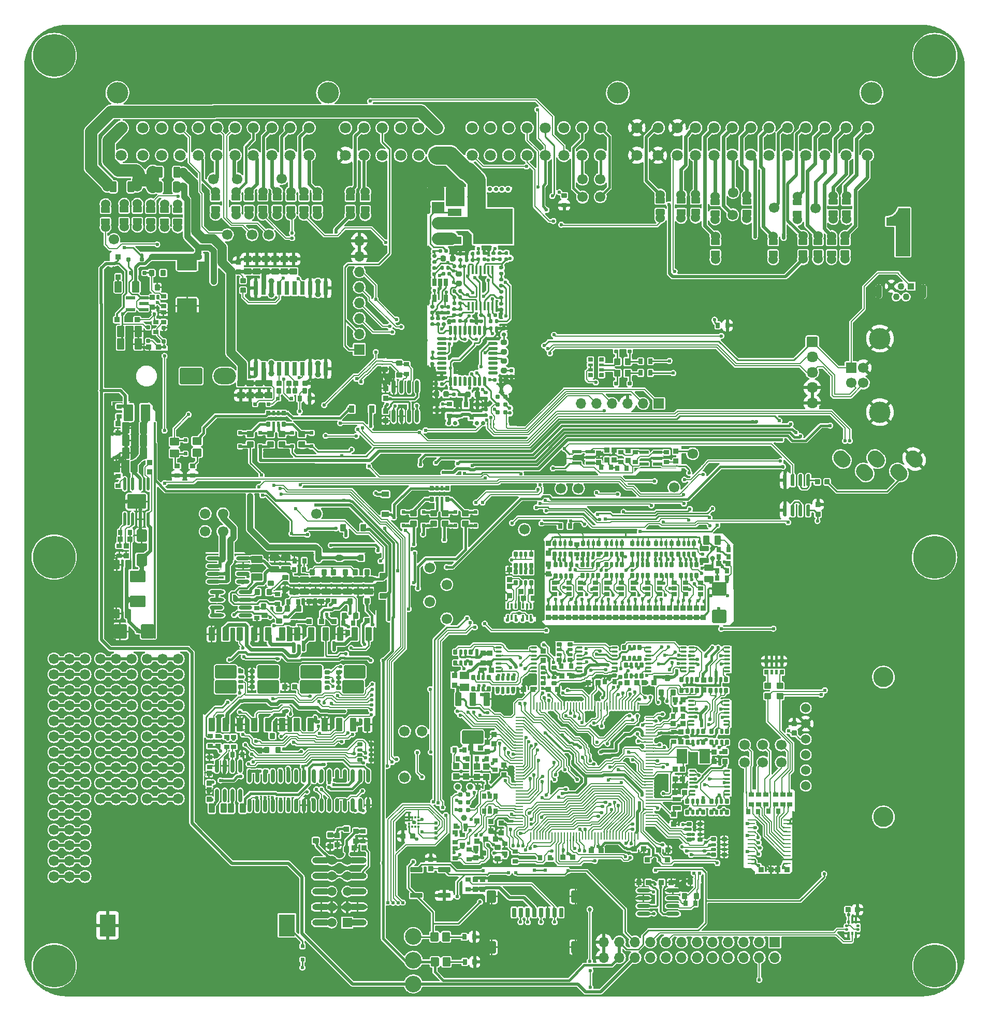
<source format=gtl>
G75*
G70*
%OFA0B0*%
%FSLAX25Y25*%
%IPPOS*%
%LPD*%
%AMOC8*
5,1,8,0,0,1.08239X$1,22.5*
%
%AMM147*
21,1,0.039370,0.049210,-0.000000,0.000000,180.000000*
21,1,0.031500,0.057090,-0.000000,0.000000,180.000000*
1,1,0.007870,-0.015750,0.024610*
1,1,0.007870,0.015750,0.024610*
1,1,0.007870,0.015750,-0.024610*
1,1,0.007870,-0.015750,-0.024610*
%
%AMM150*
21,1,0.027560,0.030710,-0.000000,0.000000,180.000000*
21,1,0.022050,0.036220,-0.000000,0.000000,180.000000*
1,1,0.005510,-0.011020,0.015350*
1,1,0.005510,0.011020,0.015350*
1,1,0.005510,0.011020,-0.015350*
1,1,0.005510,-0.011020,-0.015350*
%
%AMM154*
21,1,0.033470,0.026770,-0.000000,0.000000,0.000000*
21,1,0.026770,0.033470,-0.000000,0.000000,0.000000*
1,1,0.006690,0.013390,-0.013390*
1,1,0.006690,-0.013390,-0.013390*
1,1,0.006690,-0.013390,0.013390*
1,1,0.006690,0.013390,0.013390*
%
%AMM157*
21,1,0.027560,0.030710,-0.000000,0.000000,90.000000*
21,1,0.022050,0.036220,-0.000000,0.000000,90.000000*
1,1,0.005510,0.015350,0.011020*
1,1,0.005510,0.015350,-0.011020*
1,1,0.005510,-0.015350,-0.011020*
1,1,0.005510,-0.015350,0.011020*
%
%AMM159*
21,1,0.033470,0.026770,-0.000000,0.000000,270.000000*
21,1,0.026770,0.033470,-0.000000,0.000000,270.000000*
1,1,0.006690,-0.013390,-0.013390*
1,1,0.006690,-0.013390,0.013390*
1,1,0.006690,0.013390,0.013390*
1,1,0.006690,0.013390,-0.013390*
%
%AMM176*
21,1,0.035430,0.050000,-0.000000,-0.000000,90.000000*
21,1,0.028350,0.057090,-0.000000,-0.000000,90.000000*
1,1,0.007090,0.025000,0.014170*
1,1,0.007090,0.025000,-0.014170*
1,1,0.007090,-0.025000,-0.014170*
1,1,0.007090,-0.025000,0.014170*
%
%AMM177*
21,1,0.086610,0.073230,-0.000000,-0.000000,90.000000*
21,1,0.069290,0.090550,-0.000000,-0.000000,90.000000*
1,1,0.017320,0.036610,0.034650*
1,1,0.017320,0.036610,-0.034650*
1,1,0.017320,-0.036610,-0.034650*
1,1,0.017320,-0.036610,0.034650*
%
%AMM178*
21,1,0.027560,0.030710,-0.000000,-0.000000,270.000000*
21,1,0.022050,0.036220,-0.000000,-0.000000,270.000000*
1,1,0.005510,-0.015350,-0.011020*
1,1,0.005510,-0.015350,0.011020*
1,1,0.005510,0.015350,0.011020*
1,1,0.005510,0.015350,-0.011020*
%
%AMM179*
21,1,0.007870,0.503940,-0.000000,-0.000000,0.000000*
21,1,0.000000,0.511810,-0.000000,-0.000000,0.000000*
1,1,0.007870,-0.000000,-0.251970*
1,1,0.007870,-0.000000,-0.251970*
1,1,0.007870,-0.000000,0.251970*
1,1,0.007870,-0.000000,0.251970*
%
%AMM180*
21,1,0.025590,0.026380,-0.000000,-0.000000,180.000000*
21,1,0.020470,0.031500,-0.000000,-0.000000,180.000000*
1,1,0.005120,-0.010240,0.013190*
1,1,0.005120,0.010240,0.013190*
1,1,0.005120,0.010240,-0.013190*
1,1,0.005120,-0.010240,-0.013190*
%
%AMM181*
21,1,0.023620,0.030710,-0.000000,-0.000000,270.000000*
21,1,0.018900,0.035430,-0.000000,-0.000000,270.000000*
1,1,0.004720,-0.015350,-0.009450*
1,1,0.004720,-0.015350,0.009450*
1,1,0.004720,0.015350,0.009450*
1,1,0.004720,0.015350,-0.009450*
%
%AMM182*
21,1,0.033470,0.026770,-0.000000,-0.000000,90.000000*
21,1,0.026770,0.033470,-0.000000,-0.000000,90.000000*
1,1,0.006690,0.013390,0.013390*
1,1,0.006690,0.013390,-0.013390*
1,1,0.006690,-0.013390,-0.013390*
1,1,0.006690,-0.013390,0.013390*
%
%AMM183*
21,1,0.017720,0.027950,-0.000000,-0.000000,180.000000*
21,1,0.014170,0.031500,-0.000000,-0.000000,180.000000*
1,1,0.003540,-0.007090,0.013980*
1,1,0.003540,0.007090,0.013980*
1,1,0.003540,0.007090,-0.013980*
1,1,0.003540,-0.007090,-0.013980*
%
%AMM184*
21,1,0.039370,0.049210,-0.000000,-0.000000,270.000000*
21,1,0.031500,0.057090,-0.000000,-0.000000,270.000000*
1,1,0.007870,-0.024610,-0.015750*
1,1,0.007870,-0.024610,0.015750*
1,1,0.007870,0.024610,0.015750*
1,1,0.007870,0.024610,-0.015750*
%
%AMM185*
21,1,0.027560,0.030710,-0.000000,-0.000000,180.000000*
21,1,0.022050,0.036220,-0.000000,-0.000000,180.000000*
1,1,0.005510,-0.011020,0.015350*
1,1,0.005510,0.011020,0.015350*
1,1,0.005510,0.011020,-0.015350*
1,1,0.005510,-0.011020,-0.015350*
%
%AMM186*
21,1,0.039370,0.049210,-0.000000,-0.000000,0.000000*
21,1,0.031500,0.057090,-0.000000,-0.000000,0.000000*
1,1,0.007870,0.015750,-0.024610*
1,1,0.007870,-0.015750,-0.024610*
1,1,0.007870,-0.015750,0.024610*
1,1,0.007870,0.015750,0.024610*
%
%AMM187*
21,1,0.007870,0.041340,-0.000000,-0.000000,180.000000*
21,1,0.000000,0.049210,-0.000000,-0.000000,180.000000*
1,1,0.007870,-0.000000,0.020670*
1,1,0.007870,-0.000000,0.020670*
1,1,0.007870,-0.000000,-0.020670*
1,1,0.007870,-0.000000,-0.020670*
%
%AMM188*
21,1,0.033470,0.026770,-0.000000,-0.000000,0.000000*
21,1,0.026770,0.033470,-0.000000,-0.000000,0.000000*
1,1,0.006690,0.013390,-0.013390*
1,1,0.006690,-0.013390,-0.013390*
1,1,0.006690,-0.013390,0.013390*
1,1,0.006690,0.013390,0.013390*
%
%AMM189*
21,1,0.009840,0.919290,-0.000000,-0.000000,90.000000*
21,1,0.000000,0.929130,-0.000000,-0.000000,90.000000*
1,1,0.009840,0.459650,-0.000000*
1,1,0.009840,0.459650,-0.000000*
1,1,0.009840,-0.459650,-0.000000*
1,1,0.009840,-0.459650,-0.000000*
%
%AMM206*
21,1,0.033470,0.026770,-0.000000,-0.000000,180.000000*
21,1,0.026770,0.033470,-0.000000,-0.000000,180.000000*
1,1,0.006690,-0.013390,0.013390*
1,1,0.006690,0.013390,0.013390*
1,1,0.006690,0.013390,-0.013390*
1,1,0.006690,-0.013390,-0.013390*
%
%AMM207*
21,1,0.027560,0.030710,-0.000000,-0.000000,90.000000*
21,1,0.022050,0.036220,-0.000000,-0.000000,90.000000*
1,1,0.005510,0.015350,0.011020*
1,1,0.005510,0.015350,-0.011020*
1,1,0.005510,-0.015350,-0.011020*
1,1,0.005510,-0.015350,0.011020*
%
%AMM208*
21,1,0.015750,0.009840,-0.000000,-0.000000,225.000000*
1,1,0.009840,0.005570,0.005570*
1,1,0.009840,-0.005570,-0.005570*
%
%AMM216*
21,1,0.027560,0.030710,-0.000000,0.000000,270.000000*
21,1,0.022050,0.036220,-0.000000,0.000000,270.000000*
1,1,0.005510,-0.015350,-0.011020*
1,1,0.005510,-0.015350,0.011020*
1,1,0.005510,0.015350,0.011020*
1,1,0.005510,0.015350,-0.011020*
%
%AMM257*
21,1,0.007870,0.029130,-0.000000,-0.000000,45.000000*
21,1,0.000000,0.037010,-0.000000,-0.000000,45.000000*
1,1,0.007870,0.010300,-0.010300*
1,1,0.007870,0.010300,-0.010300*
1,1,0.007870,-0.010300,0.010300*
1,1,0.007870,-0.010300,0.010300*
%
%AMM258*
21,1,0.007870,0.014960,-0.000000,-0.000000,315.000000*
21,1,0.000000,0.022840,-0.000000,-0.000000,315.000000*
1,1,0.007870,-0.005290,-0.005290*
1,1,0.007870,-0.005290,-0.005290*
1,1,0.007870,0.005290,0.005290*
1,1,0.007870,0.005290,0.005290*
%
%AMM259*
21,1,0.027560,0.030710,-0.000000,-0.000000,0.000000*
21,1,0.022050,0.036220,-0.000000,-0.000000,0.000000*
1,1,0.005510,0.011020,-0.015350*
1,1,0.005510,-0.011020,-0.015350*
1,1,0.005510,-0.011020,0.015350*
1,1,0.005510,0.011020,0.015350*
%
%AMM260*
21,1,0.007870,0.055120,-0.000000,-0.000000,90.000000*
21,1,0.000000,0.062990,-0.000000,-0.000000,90.000000*
1,1,0.007870,0.027560,-0.000000*
1,1,0.007870,0.027560,-0.000000*
1,1,0.007870,-0.027560,-0.000000*
1,1,0.007870,-0.027560,-0.000000*
%
%AMM261*
21,1,0.007870,0.023620,-0.000000,-0.000000,135.000000*
21,1,0.000000,0.031500,-0.000000,-0.000000,135.000000*
1,1,0.007870,0.008350,0.008350*
1,1,0.007870,0.008350,0.008350*
1,1,0.007870,-0.008350,-0.008350*
1,1,0.007870,-0.008350,-0.008350*
%
%AMM262*
21,1,0.035830,0.026770,-0.000000,-0.000000,90.000000*
21,1,0.029130,0.033470,-0.000000,-0.000000,90.000000*
1,1,0.006690,0.013390,0.014570*
1,1,0.006690,0.013390,-0.014570*
1,1,0.006690,-0.013390,-0.014570*
1,1,0.006690,-0.013390,0.014570*
%
%AMM263*
21,1,0.035430,0.030320,-0.000000,-0.000000,0.000000*
21,1,0.028350,0.037400,-0.000000,-0.000000,0.000000*
1,1,0.007090,0.014170,-0.015160*
1,1,0.007090,-0.014170,-0.015160*
1,1,0.007090,-0.014170,0.015160*
1,1,0.007090,0.014170,0.015160*
%
%AMM264*
21,1,0.023620,0.030710,-0.000000,-0.000000,0.000000*
21,1,0.018900,0.035430,-0.000000,-0.000000,0.000000*
1,1,0.004720,0.009450,-0.015350*
1,1,0.004720,-0.009450,-0.015350*
1,1,0.004720,-0.009450,0.015350*
1,1,0.004720,0.009450,0.015350*
%
%AMM265*
21,1,0.035430,0.030320,-0.000000,-0.000000,90.000000*
21,1,0.028350,0.037400,-0.000000,-0.000000,90.000000*
1,1,0.007090,0.015160,0.014170*
1,1,0.007090,0.015160,-0.014170*
1,1,0.007090,-0.015160,-0.014170*
1,1,0.007090,-0.015160,0.014170*
%
%AMM266*
21,1,0.007870,0.039370,-0.000000,-0.000000,225.000000*
21,1,0.000000,0.047240,-0.000000,-0.000000,225.000000*
1,1,0.007870,-0.013920,0.013920*
1,1,0.007870,-0.013920,0.013920*
1,1,0.007870,0.013920,-0.013920*
1,1,0.007870,0.013920,-0.013920*
%
%AMM267*
21,1,0.007870,1.704720,-0.000000,-0.000000,90.000000*
21,1,0.000000,1.712600,-0.000000,-0.000000,90.000000*
1,1,0.007870,0.852360,-0.000000*
1,1,0.007870,0.852360,-0.000000*
1,1,0.007870,-0.852360,-0.000000*
1,1,0.007870,-0.852360,-0.000000*
%
%AMM268*
21,1,0.039370,0.035430,-0.000000,-0.000000,90.000000*
21,1,0.031500,0.043310,-0.000000,-0.000000,90.000000*
1,1,0.007870,0.017720,0.015750*
1,1,0.007870,0.017720,-0.015750*
1,1,0.007870,-0.017720,-0.015750*
1,1,0.007870,-0.017720,0.015750*
%
%AMM269*
21,1,0.043310,0.075990,-0.000000,-0.000000,180.000000*
21,1,0.034650,0.084650,-0.000000,-0.000000,180.000000*
1,1,0.008660,-0.017320,0.037990*
1,1,0.008660,0.017320,0.037990*
1,1,0.008660,0.017320,-0.037990*
1,1,0.008660,-0.017320,-0.037990*
%
%AMM270*
21,1,0.007870,1.405510,-0.000000,-0.000000,0.000000*
21,1,0.000000,1.413390,-0.000000,-0.000000,0.000000*
1,1,0.007870,-0.000000,-0.702760*
1,1,0.007870,-0.000000,-0.702760*
1,1,0.007870,-0.000000,0.702760*
1,1,0.007870,-0.000000,0.702760*
%
%AMM271*
21,1,0.027560,0.018900,-0.000000,-0.000000,0.000000*
21,1,0.022840,0.023620,-0.000000,-0.000000,0.000000*
1,1,0.004720,0.011420,-0.009450*
1,1,0.004720,-0.011420,-0.009450*
1,1,0.004720,-0.011420,0.009450*
1,1,0.004720,0.011420,0.009450*
%
%AMM272*
21,1,0.043310,0.075980,-0.000000,-0.000000,180.000000*
21,1,0.034650,0.084650,-0.000000,-0.000000,180.000000*
1,1,0.008660,-0.017320,0.037990*
1,1,0.008660,0.017320,0.037990*
1,1,0.008660,0.017320,-0.037990*
1,1,0.008660,-0.017320,-0.037990*
%
%AMM273*
21,1,0.137800,0.067720,-0.000000,-0.000000,180.000000*
21,1,0.120870,0.084650,-0.000000,-0.000000,180.000000*
1,1,0.016930,-0.060430,0.033860*
1,1,0.016930,0.060430,0.033860*
1,1,0.016930,0.060430,-0.033860*
1,1,0.016930,-0.060430,-0.033860*
%
%AMM274*
21,1,0.035830,0.026770,-0.000000,-0.000000,0.000000*
21,1,0.029130,0.033470,-0.000000,-0.000000,0.000000*
1,1,0.006690,0.014570,-0.013390*
1,1,0.006690,-0.014570,-0.013390*
1,1,0.006690,-0.014570,0.013390*
1,1,0.006690,0.014570,0.013390*
%
%AMM275*
21,1,0.027560,0.049610,-0.000000,-0.000000,90.000000*
21,1,0.022050,0.055120,-0.000000,-0.000000,90.000000*
1,1,0.005510,0.024800,0.011020*
1,1,0.005510,0.024800,-0.011020*
1,1,0.005510,-0.024800,-0.011020*
1,1,0.005510,-0.024800,0.011020*
%
%AMM276*
21,1,0.017720,0.027950,-0.000000,-0.000000,90.000000*
21,1,0.014170,0.031500,-0.000000,-0.000000,90.000000*
1,1,0.003540,0.013980,0.007090*
1,1,0.003540,0.013980,-0.007090*
1,1,0.003540,-0.013980,-0.007090*
1,1,0.003540,-0.013980,0.007090*
%
%AMM277*
21,1,0.025590,0.026380,-0.000000,-0.000000,90.000000*
21,1,0.020470,0.031500,-0.000000,-0.000000,90.000000*
1,1,0.005120,0.013190,0.010240*
1,1,0.005120,0.013190,-0.010240*
1,1,0.005120,-0.013190,-0.010240*
1,1,0.005120,-0.013190,0.010240*
%
%AMM278*
21,1,0.009840,0.017720,-0.000000,-0.000000,0.000000*
21,1,0.000000,0.027560,-0.000000,-0.000000,0.000000*
1,1,0.009840,-0.000000,-0.008860*
1,1,0.009840,-0.000000,-0.008860*
1,1,0.009840,-0.000000,0.008860*
1,1,0.009840,-0.000000,0.008860*
%
%AMM279*
21,1,0.007870,1.416930,-0.000000,-0.000000,0.000000*
21,1,0.000000,1.424800,-0.000000,-0.000000,0.000000*
1,1,0.007870,-0.000000,-0.708470*
1,1,0.007870,-0.000000,-0.708470*
1,1,0.007870,-0.000000,0.708470*
1,1,0.007870,-0.000000,0.708470*
%
%AMM280*
21,1,0.007870,1.787400,-0.000000,-0.000000,90.000000*
21,1,0.000000,1.795280,-0.000000,-0.000000,90.000000*
1,1,0.007870,0.893700,-0.000000*
1,1,0.007870,0.893700,-0.000000*
1,1,0.007870,-0.893700,-0.000000*
1,1,0.007870,-0.893700,-0.000000*
%
%AMM281*
21,1,0.007870,0.013780,-0.000000,-0.000000,225.000000*
21,1,0.000000,0.021650,-0.000000,-0.000000,225.000000*
1,1,0.007870,-0.004870,0.004870*
1,1,0.007870,-0.004870,0.004870*
1,1,0.007870,0.004870,-0.004870*
1,1,0.007870,0.004870,-0.004870*
%
%AMM298*
21,1,0.035830,0.026770,-0.000000,0.000000,180.000000*
21,1,0.029130,0.033470,-0.000000,0.000000,180.000000*
1,1,0.006690,-0.014570,0.013390*
1,1,0.006690,0.014570,0.013390*
1,1,0.006690,0.014570,-0.013390*
1,1,0.006690,-0.014570,-0.013390*
%
%AMM301*
21,1,0.035430,0.030320,-0.000000,0.000000,90.000000*
21,1,0.028350,0.037400,-0.000000,0.000000,90.000000*
1,1,0.007090,0.015160,0.014170*
1,1,0.007090,0.015160,-0.014170*
1,1,0.007090,-0.015160,-0.014170*
1,1,0.007090,-0.015160,0.014170*
%
%AMM303*
21,1,0.070870,0.036220,-0.000000,0.000000,90.000000*
21,1,0.061810,0.045280,-0.000000,0.000000,90.000000*
1,1,0.009060,0.018110,0.030910*
1,1,0.009060,0.018110,-0.030910*
1,1,0.009060,-0.018110,-0.030910*
1,1,0.009060,-0.018110,0.030910*
%
%AMM306*
21,1,0.017720,0.027950,-0.000000,0.000000,180.000000*
21,1,0.014170,0.031500,-0.000000,0.000000,180.000000*
1,1,0.003540,-0.007090,0.013980*
1,1,0.003540,0.007090,0.013980*
1,1,0.003540,0.007090,-0.013980*
1,1,0.003540,-0.007090,-0.013980*
%
%AMM307*
21,1,0.025590,0.026380,-0.000000,0.000000,180.000000*
21,1,0.020470,0.031500,-0.000000,0.000000,180.000000*
1,1,0.005120,-0.010240,0.013190*
1,1,0.005120,0.010240,0.013190*
1,1,0.005120,0.010240,-0.013190*
1,1,0.005120,-0.010240,-0.013190*
%
%AMM31*
21,1,0.027560,0.030710,0.000000,0.000000,270.000000*
21,1,0.022050,0.036220,0.000000,0.000000,270.000000*
1,1,0.005510,-0.015350,-0.011020*
1,1,0.005510,-0.015350,0.011020*
1,1,0.005510,0.015350,0.011020*
1,1,0.005510,0.015350,-0.011020*
%
%AMM318*
21,1,0.035830,0.026770,-0.000000,-0.000000,270.000000*
21,1,0.029130,0.033470,-0.000000,-0.000000,270.000000*
1,1,0.006690,-0.013390,-0.014570*
1,1,0.006690,-0.013390,0.014570*
1,1,0.006690,0.013390,0.014570*
1,1,0.006690,0.013390,-0.014570*
%
%AMM319*
21,1,0.003940,0.007870,-0.000000,-0.000000,315.000000*
1,1,0.007870,-0.001390,0.001390*
1,1,0.007870,0.001390,-0.001390*
%
%AMM320*
21,1,0.087800,0.007870,-0.000000,-0.000000,225.000000*
1,1,0.007870,0.031040,0.031040*
1,1,0.007870,-0.031040,-0.031040*
%
%AMM321*
21,1,0.035430,0.030320,-0.000000,-0.000000,180.000000*
21,1,0.028350,0.037400,-0.000000,-0.000000,180.000000*
1,1,0.007090,-0.014170,0.015160*
1,1,0.007090,0.014170,0.015160*
1,1,0.007090,0.014170,-0.015160*
1,1,0.007090,-0.014170,-0.015160*
%
%AMM322*
21,1,0.043310,0.075980,-0.000000,-0.000000,0.000000*
21,1,0.034650,0.084650,-0.000000,-0.000000,0.000000*
1,1,0.008660,0.017320,-0.037990*
1,1,0.008660,-0.017320,-0.037990*
1,1,0.008660,-0.017320,0.037990*
1,1,0.008660,0.017320,0.037990*
%
%AMM323*
21,1,0.070870,0.036220,-0.000000,-0.000000,180.000000*
21,1,0.061810,0.045280,-0.000000,-0.000000,180.000000*
1,1,0.009060,-0.030910,0.018110*
1,1,0.009060,0.030910,0.018110*
1,1,0.009060,0.030910,-0.018110*
1,1,0.009060,-0.030910,-0.018110*
%
%AMM324*
21,1,0.137800,0.067720,-0.000000,-0.000000,0.000000*
21,1,0.120870,0.084650,-0.000000,-0.000000,0.000000*
1,1,0.016930,0.060430,-0.033860*
1,1,0.016930,-0.060430,-0.033860*
1,1,0.016930,-0.060430,0.033860*
1,1,0.016930,0.060430,0.033860*
%
%AMM325*
21,1,0.043310,0.075990,-0.000000,-0.000000,0.000000*
21,1,0.034650,0.084650,-0.000000,-0.000000,0.000000*
1,1,0.008660,0.017320,-0.037990*
1,1,0.008660,-0.017320,-0.037990*
1,1,0.008660,-0.017320,0.037990*
1,1,0.008660,0.017320,0.037990*
%
%AMM326*
21,1,0.017720,0.027950,-0.000000,-0.000000,270.000000*
21,1,0.014170,0.031500,-0.000000,-0.000000,270.000000*
1,1,0.003540,-0.013980,-0.007090*
1,1,0.003540,-0.013980,0.007090*
1,1,0.003540,0.013980,0.007090*
1,1,0.003540,0.013980,-0.007090*
%
%AMM327*
21,1,0.031500,0.007870,-0.000000,-0.000000,135.000000*
1,1,0.007870,0.011140,-0.011140*
1,1,0.007870,-0.011140,0.011140*
%
%AMM328*
21,1,0.025590,0.026380,-0.000000,-0.000000,270.000000*
21,1,0.020470,0.031500,-0.000000,-0.000000,270.000000*
1,1,0.005120,-0.013190,-0.010240*
1,1,0.005120,-0.013190,0.010240*
1,1,0.005120,0.013190,0.010240*
1,1,0.005120,0.013190,-0.010240*
%
%AMM337*
21,1,0.012600,0.028980,-0.000000,0.000000,0.000000*
21,1,0.010080,0.031500,-0.000000,0.000000,0.000000*
1,1,0.002520,0.005040,-0.014490*
1,1,0.002520,-0.005040,-0.014490*
1,1,0.002520,-0.005040,0.014490*
1,1,0.002520,0.005040,0.014490*
%
%AMM339*
21,1,0.007870,0.078350,-0.000000,0.000000,225.000000*
21,1,0.000000,0.086220,-0.000000,0.000000,225.000000*
1,1,0.007870,-0.027700,0.027700*
1,1,0.007870,-0.027700,0.027700*
1,1,0.007870,0.027700,-0.027700*
1,1,0.007870,0.027700,-0.027700*
%
%AMM340*
21,1,0.007870,0.643700,-0.000000,0.000000,0.000000*
21,1,0.000000,0.651580,-0.000000,0.000000,0.000000*
1,1,0.007870,-0.000000,-0.321850*
1,1,0.007870,-0.000000,-0.321850*
1,1,0.007870,-0.000000,0.321850*
1,1,0.007870,-0.000000,0.321850*
%
%AMM341*
21,1,0.007870,0.287010,-0.000000,0.000000,270.000000*
21,1,0.000000,0.294880,-0.000000,0.000000,270.000000*
1,1,0.007870,-0.143500,0.000000*
1,1,0.007870,-0.143500,0.000000*
1,1,0.007870,0.143500,0.000000*
1,1,0.007870,0.143500,0.000000*
%
%AMM346*
21,1,0.007870,0.080320,-0.000000,0.000000,315.000000*
21,1,0.000000,0.088190,-0.000000,0.000000,315.000000*
1,1,0.007870,-0.028400,-0.028400*
1,1,0.007870,-0.028400,-0.028400*
1,1,0.007870,0.028400,0.028400*
1,1,0.007870,0.028400,0.028400*
%
%AMM347*
21,1,0.035830,0.026770,-0.000000,0.000000,90.000000*
21,1,0.029130,0.033470,-0.000000,0.000000,90.000000*
1,1,0.006690,0.013390,0.014570*
1,1,0.006690,0.013390,-0.014570*
1,1,0.006690,-0.013390,-0.014570*
1,1,0.006690,-0.013390,0.014570*
%
%AMM348*
21,1,0.007870,0.400390,-0.000000,0.000000,90.000000*
21,1,0.000000,0.408270,-0.000000,0.000000,90.000000*
1,1,0.007870,0.200200,0.000000*
1,1,0.007870,0.200200,0.000000*
1,1,0.007870,-0.200200,0.000000*
1,1,0.007870,-0.200200,0.000000*
%
%AMM349*
21,1,0.007870,0.640160,-0.000000,0.000000,0.000000*
21,1,0.000000,0.648030,-0.000000,0.000000,0.000000*
1,1,0.007870,-0.000000,-0.320080*
1,1,0.007870,-0.000000,-0.320080*
1,1,0.007870,-0.000000,0.320080*
1,1,0.007870,-0.000000,0.320080*
%
%AMM351*
21,1,0.035430,0.030320,0.000000,-0.000000,90.000000*
21,1,0.028350,0.037400,0.000000,-0.000000,90.000000*
1,1,0.007090,0.015160,0.014170*
1,1,0.007090,0.015160,-0.014170*
1,1,0.007090,-0.015160,-0.014170*
1,1,0.007090,-0.015160,0.014170*
%
%AMM352*
21,1,0.033470,0.026770,0.000000,-0.000000,270.000000*
21,1,0.026770,0.033470,0.000000,-0.000000,270.000000*
1,1,0.006690,-0.013390,-0.013390*
1,1,0.006690,-0.013390,0.013390*
1,1,0.006690,0.013390,0.013390*
1,1,0.006690,0.013390,-0.013390*
%
%AMM353*
21,1,0.027560,0.030710,0.000000,-0.000000,90.000000*
21,1,0.022050,0.036220,0.000000,-0.000000,90.000000*
1,1,0.005510,0.015350,0.011020*
1,1,0.005510,0.015350,-0.011020*
1,1,0.005510,-0.015350,-0.011020*
1,1,0.005510,-0.015350,0.011020*
%
%AMM359*
21,1,0.021650,0.052760,-0.000000,-0.000000,90.000000*
21,1,0.017320,0.057090,-0.000000,-0.000000,90.000000*
1,1,0.004330,0.026380,0.008660*
1,1,0.004330,0.026380,-0.008660*
1,1,0.004330,-0.026380,-0.008660*
1,1,0.004330,-0.026380,0.008660*
%
%AMM361*
21,1,0.035430,0.030320,-0.000000,0.000000,180.000000*
21,1,0.028350,0.037400,-0.000000,0.000000,180.000000*
1,1,0.007090,-0.014170,0.015160*
1,1,0.007090,0.014170,0.015160*
1,1,0.007090,0.014170,-0.015160*
1,1,0.007090,-0.014170,-0.015160*
%
%AMM362*
21,1,0.047240,0.015750,-0.000000,0.000000,225.000000*
1,1,0.015750,0.016700,0.016700*
1,1,0.015750,-0.016700,-0.016700*
%
%AMM363*
21,1,0.021650,0.052760,-0.000000,0.000000,90.000000*
21,1,0.017320,0.057090,-0.000000,0.000000,90.000000*
1,1,0.004330,0.026380,0.008660*
1,1,0.004330,0.026380,-0.008660*
1,1,0.004330,-0.026380,-0.008660*
1,1,0.004330,-0.026380,0.008660*
%
%AMM364*
21,1,0.023620,0.018900,-0.000000,0.000000,0.000000*
21,1,0.018900,0.023620,-0.000000,0.000000,0.000000*
1,1,0.004720,0.009450,-0.009450*
1,1,0.004720,-0.009450,-0.009450*
1,1,0.004720,-0.009450,0.009450*
1,1,0.004720,0.009450,0.009450*
%
%AMM365*
21,1,0.094490,0.111020,-0.000000,0.000000,270.000000*
21,1,0.075590,0.129920,-0.000000,0.000000,270.000000*
1,1,0.018900,-0.055510,-0.037800*
1,1,0.018900,-0.055510,0.037800*
1,1,0.018900,0.055510,0.037800*
1,1,0.018900,0.055510,-0.037800*
%
%AMM366*
21,1,0.023620,0.018900,-0.000000,0.000000,270.000000*
21,1,0.018900,0.023620,-0.000000,0.000000,270.000000*
1,1,0.004720,-0.009450,-0.009450*
1,1,0.004720,-0.009450,0.009450*
1,1,0.004720,0.009450,0.009450*
1,1,0.004720,0.009450,-0.009450*
%
%AMM367*
21,1,0.033470,0.026770,-0.000000,0.000000,180.000000*
21,1,0.026770,0.033470,-0.000000,0.000000,180.000000*
1,1,0.006690,-0.013390,0.013390*
1,1,0.006690,0.013390,0.013390*
1,1,0.006690,0.013390,-0.013390*
1,1,0.006690,-0.013390,-0.013390*
%
%AMM374*
21,1,0.106300,0.050390,-0.000000,0.000000,90.000000*
21,1,0.093700,0.062990,-0.000000,0.000000,90.000000*
1,1,0.012600,0.025200,0.046850*
1,1,0.012600,0.025200,-0.046850*
1,1,0.012600,-0.025200,-0.046850*
1,1,0.012600,-0.025200,0.046850*
%
%AMM375*
21,1,0.074800,0.083460,-0.000000,0.000000,270.000000*
21,1,0.059840,0.098430,-0.000000,0.000000,270.000000*
1,1,0.014960,-0.041730,-0.029920*
1,1,0.014960,-0.041730,0.029920*
1,1,0.014960,0.041730,0.029920*
1,1,0.014960,0.041730,-0.029920*
%
%AMM376*
21,1,0.078740,0.053540,-0.000000,0.000000,270.000000*
21,1,0.065350,0.066930,-0.000000,0.000000,270.000000*
1,1,0.013390,-0.026770,-0.032680*
1,1,0.013390,-0.026770,0.032680*
1,1,0.013390,0.026770,0.032680*
1,1,0.013390,0.026770,-0.032680*
%
%AMM377*
21,1,0.122050,0.075590,-0.000000,0.000000,0.000000*
21,1,0.103150,0.094490,-0.000000,0.000000,0.000000*
1,1,0.018900,0.051580,-0.037800*
1,1,0.018900,-0.051580,-0.037800*
1,1,0.018900,-0.051580,0.037800*
1,1,0.018900,0.051580,0.037800*
%
%AMM378*
21,1,0.086610,0.073230,-0.000000,0.000000,180.000000*
21,1,0.069290,0.090550,-0.000000,0.000000,180.000000*
1,1,0.017320,-0.034650,0.036610*
1,1,0.017320,0.034650,0.036610*
1,1,0.017320,0.034650,-0.036610*
1,1,0.017320,-0.034650,-0.036610*
%
%AMM379*
21,1,0.070870,0.036220,-0.000000,0.000000,270.000000*
21,1,0.061810,0.045280,-0.000000,0.000000,270.000000*
1,1,0.009060,-0.018110,-0.030910*
1,1,0.009060,-0.018110,0.030910*
1,1,0.009060,0.018110,0.030910*
1,1,0.009060,0.018110,-0.030910*
%
%AMM78*
21,1,0.078740,0.045670,0.000000,0.000000,270.000000*
21,1,0.067320,0.057090,0.000000,0.000000,270.000000*
1,1,0.011420,-0.022840,-0.033660*
1,1,0.011420,-0.022840,0.033660*
1,1,0.011420,0.022840,0.033660*
1,1,0.011420,0.022840,-0.033660*
%
%AMM79*
21,1,0.059060,0.020470,0.000000,0.000000,270.000000*
21,1,0.053940,0.025590,0.000000,0.000000,270.000000*
1,1,0.005120,-0.010240,-0.026970*
1,1,0.005120,-0.010240,0.026970*
1,1,0.005120,0.010240,0.026970*
1,1,0.005120,0.010240,-0.026970*
%
%AMM80*
21,1,0.033470,0.026770,0.000000,0.000000,90.000000*
21,1,0.026770,0.033470,0.000000,0.000000,90.000000*
1,1,0.006690,0.013390,0.013390*
1,1,0.006690,0.013390,-0.013390*
1,1,0.006690,-0.013390,-0.013390*
1,1,0.006690,-0.013390,0.013390*
%
%ADD10C,0.01969*%
%ADD101O,0.12205X0.00787*%
%ADD103O,0.00984X0.40157*%
%ADD11O,0.05118X0.00866*%
%ADD112R,0.03150X0.03543*%
%ADD114C,0.02400*%
%ADD116O,0.00866X0.05118*%
%ADD122O,0.01575X0.19685*%
%ADD123O,0.01575X0.38583*%
%ADD128C,0.02756*%
%ADD129O,0.04331X0.09449*%
%ADD13O,0.01969X0.44882*%
%ADD131O,0.00787X0.16732*%
%ADD133C,0.02362*%
%ADD135O,0.01575X0.35433*%
%ADD138C,0.13780*%
%ADD140R,0.01476X0.01378*%
%ADD141O,0.00787X0.22323*%
%ADD143C,0.03937*%
%ADD144O,0.01968X0.00984*%
%ADD151O,0.00787X0.01575*%
%ADD152M31*%
%ADD158R,0.45000X0.30000*%
%ADD16C,0.02000*%
%ADD162R,0.03543X0.03150*%
%ADD164O,0.14567X0.10630*%
%ADD165O,0.28346X0.01575*%
%ADD168R,0.10236X0.14173*%
%ADD169O,0.03150X0.02362*%
%ADD17R,0.11811X0.00984*%
%ADD171O,0.00984X0.01968*%
%ADD174O,0.26772X0.00787*%
%ADD176C,0.04331*%
%ADD177O,0.01969X0.00984*%
%ADD178O,0.00787X0.16339*%
%ADD179O,0.00787X0.26772*%
%ADD182R,0.03150X0.08661*%
%ADD195C,0.06693*%
%ADD196C,0.07874*%
%ADD197C,0.05906*%
%ADD198R,0.06693X0.06693*%
%ADD199C,0.05118*%
%ADD20O,0.43701X0.00787*%
%ADD202C,0.00787*%
%ADD203O,0.56890X0.01968*%
%ADD205C,0.11811*%
%ADD210O,0.01969X0.50000*%
%ADD211O,0.36220X0.00787*%
%ADD215O,0.04724X0.01969*%
%ADD218O,0.03937X0.05906*%
%ADD221O,0.06693X0.00787*%
%ADD223O,0.01969X0.00787*%
%ADD224M78*%
%ADD235C,0.13000*%
%ADD238O,0.01969X0.11811*%
%ADD244R,0.08858X0.00984*%
%ADD250C,0.03150*%
%ADD252C,0.01000*%
%ADD253C,0.27559*%
%ADD254O,1.01181X0.00787*%
%ADD256R,0.04331X0.04331*%
%ADD26C,0.01181*%
%ADD264C,0.01968*%
%ADD265O,0.06693X0.06693*%
%ADD266C,0.10630*%
%ADD267R,0.11614X0.00984*%
%ADD268O,0.22835X0.00984*%
%ADD269O,0.04961X0.00984*%
%ADD270O,0.68504X0.01575*%
%ADD271R,0.06693X0.09449*%
%ADD275C,0.03100*%
%ADD276R,0.12205X0.00984*%
%ADD277C,0.01180*%
%ADD278O,0.34428X0.03937*%
%ADD279C,0.01575*%
%ADD280O,0.07283X0.06693*%
%ADD283O,0.04331X0.01181*%
%ADD287M80*%
%ADD293O,0.01969X0.03937*%
%ADD297O,0.22323X0.00787*%
%ADD302O,0.56890X0.01969*%
%ADD304O,0.01968X0.50000*%
%ADD307O,0.11811X0.01969*%
%ADD308O,0.00787X0.03740*%
%ADD313R,0.03740X0.00984*%
%ADD314O,0.02362X0.08661*%
%ADD317C,0.00800*%
%ADD318R,0.00984X1.54528*%
%ADD319O,0.00787X0.54331*%
%ADD32C,0.02700*%
%ADD322O,0.01575X1.39370*%
%ADD325O,0.00787X0.34744*%
%ADD328M79*%
%ADD329R,0.08000X0.20000*%
%ADD338O,0.38583X0.01575*%
%ADD34R,0.05906X0.05906*%
%ADD343O,0.00787X0.43701*%
%ADD344C,0.00984*%
%ADD346O,0.01575X1.18110*%
%ADD35R,0.01968X0.01968*%
%ADD353O,0.00984X0.40158*%
%ADD356C,0.07087*%
%ADD359C,0.00394*%
%ADD360C,0.03900*%
%ADD365M147*%
%ADD368M150*%
%ADD372M154*%
%ADD375M157*%
%ADD377M159*%
%ADD39O,0.01968X0.11811*%
%ADD394M176*%
%ADD395M177*%
%ADD396M178*%
%ADD397M179*%
%ADD398M180*%
%ADD399M181*%
%ADD400M182*%
%ADD401M183*%
%ADD402M184*%
%ADD403M185*%
%ADD404M186*%
%ADD405M187*%
%ADD406M188*%
%ADD407M189*%
%ADD428M206*%
%ADD429M207*%
%ADD430M208*%
%ADD438M216*%
%ADD44R,0.05906X0.05118*%
%ADD485M257*%
%ADD486M258*%
%ADD487M259*%
%ADD488M260*%
%ADD489M261*%
%ADD490M262*%
%ADD491M263*%
%ADD492M264*%
%ADD493M265*%
%ADD494M266*%
%ADD495M267*%
%ADD496M268*%
%ADD497M269*%
%ADD498M270*%
%ADD499M271*%
%ADD500M272*%
%ADD501M273*%
%ADD502M274*%
%ADD503M275*%
%ADD504M276*%
%ADD505M277*%
%ADD506M278*%
%ADD507M279*%
%ADD508M280*%
%ADD509M281*%
%ADD51O,0.00787X0.25591*%
%ADD53O,0.00787X1.01772*%
%ADD532M298*%
%ADD539M301*%
%ADD54O,0.21260X0.01575*%
%ADD541M303*%
%ADD544M306*%
%ADD545M307*%
%ADD561M318*%
%ADD562M319*%
%ADD563M320*%
%ADD564M321*%
%ADD565M322*%
%ADD566M323*%
%ADD567M324*%
%ADD568M325*%
%ADD569M326*%
%ADD570M327*%
%ADD571M328*%
%ADD58O,0.00787X0.56693*%
%ADD580M337*%
%ADD582M339*%
%ADD583M340*%
%ADD584M341*%
%ADD589O,0.11221X0.04016*%
%ADD590M346*%
%ADD591M347*%
%ADD592M348*%
%ADD593M349*%
%ADD596M351*%
%ADD597M352*%
%ADD598M353*%
%ADD604M359*%
%ADD606M361*%
%ADD607M362*%
%ADD608M363*%
%ADD609M364*%
%ADD61R,0.05709X0.00984*%
%ADD610M365*%
%ADD611M366*%
%ADD612M367*%
%ADD613O,0.01968X0.00787*%
%ADD614O,0.36221X0.00787*%
%ADD615O,0.34429X0.03937*%
%ADD623M374*%
%ADD624M375*%
%ADD625O,0.01968X0.08661*%
%ADD626M376*%
%ADD627M377*%
%ADD628M378*%
%ADD629M379*%
%ADD63O,0.00984X0.01969*%
%ADD630O,0.28347X0.01575*%
%ADD631O,0.11811X0.01968*%
%ADD639R,0.07874X0.07500*%
%ADD640O,0.07874X0.07500*%
%ADD641R,0.08661X0.04724*%
%ADD642R,0.01772X0.05709*%
%ADD643R,0.02559X0.04803*%
%ADD644R,0.25197X0.22835*%
%ADD66O,0.01968X0.03937*%
%ADD74R,0.01378X0.01476*%
%ADD77O,0.01968X0.44882*%
%ADD80C,0.06000*%
%ADD82O,0.13780X0.00787*%
%ADD85O,0.20079X0.00787*%
%ADD87O,0.00787X0.14173*%
%ADD89O,0.08661X0.02362*%
%ADD92O,0.03937X0.01968*%
%ADD95O,0.44587X0.00787*%
%ADD97O,0.04724X0.01968*%
X0000000Y0000000D02*
%LPD*%
G01*
D359*
X0570500Y0476823D02*
X0561445Y0476823D01*
X0561445Y0476823D02*
X0561445Y0496114D01*
X0561445Y0496114D02*
X0561406Y0496311D01*
X0561406Y0496311D02*
X0561248Y0496469D01*
X0561248Y0496469D02*
X0561051Y0496508D01*
X0561051Y0496508D02*
X0555539Y0496508D01*
X0555539Y0496508D02*
X0555539Y0501626D01*
X0555539Y0501626D02*
X0555933Y0501626D01*
X0555933Y0501626D02*
X0556642Y0501705D01*
X0556642Y0501705D02*
X0557469Y0501862D01*
X0557469Y0501862D02*
X0558295Y0502138D01*
X0558295Y0502138D02*
X0558807Y0502335D01*
X0558807Y0502335D02*
X0559516Y0502689D01*
X0559516Y0502689D02*
X0560185Y0503122D01*
X0560185Y0503122D02*
X0560894Y0503673D01*
X0560894Y0503673D02*
X0561642Y0504421D01*
X0561642Y0504421D02*
X0561996Y0504894D01*
X0561996Y0504894D02*
X0562429Y0505524D01*
X0562429Y0505524D02*
X0562862Y0506311D01*
X0562862Y0506311D02*
X0563177Y0507059D01*
X0563177Y0507059D02*
X0563335Y0507532D01*
X0563335Y0507532D02*
X0570500Y0507532D01*
X0570500Y0507532D02*
X0570500Y0476823D01*
G36*
X0570500Y0476823D02*
G01*
X0561445Y0476823D01*
X0561445Y0496114D01*
X0561406Y0496311D01*
X0561248Y0496469D01*
X0561051Y0496508D01*
X0555539Y0496508D01*
X0555539Y0501626D01*
X0555933Y0501626D01*
X0556642Y0501705D01*
X0557469Y0501862D01*
X0558295Y0502138D01*
X0558807Y0502335D01*
X0559516Y0502689D01*
X0560185Y0503122D01*
X0560894Y0503673D01*
X0561642Y0504421D01*
X0561996Y0504894D01*
X0562429Y0505524D01*
X0562862Y0506311D01*
X0563177Y0507059D01*
X0563335Y0507532D01*
X0570500Y0507532D01*
X0570500Y0476823D01*
G37*
X0570500Y0476823D02*
X0561445Y0476823D01*
X0561445Y0496114D01*
X0561406Y0496311D01*
X0561248Y0496469D01*
X0561051Y0496508D01*
X0555539Y0496508D01*
X0555539Y0501626D01*
X0555933Y0501626D01*
X0556642Y0501705D01*
X0557469Y0501862D01*
X0558295Y0502138D01*
X0558807Y0502335D01*
X0559516Y0502689D01*
X0560185Y0503122D01*
X0560894Y0503673D01*
X0561642Y0504421D01*
X0561996Y0504894D01*
X0562429Y0505524D01*
X0562862Y0506311D01*
X0563177Y0507059D01*
X0563335Y0507532D01*
X0570500Y0507532D01*
X0570500Y0476823D01*
D128*
X0311909Y0519882D03*
X0307972Y0519882D03*
X0304035Y0519882D03*
X0300098Y0519882D03*
D205*
X0291634Y0514961D03*
D17*
X0277854Y0521358D03*
D267*
X0264961Y0521358D03*
D61*
X0315354Y0367815D03*
D276*
X0265256Y0367815D03*
D318*
X0259646Y0444587D03*
D244*
X0284843Y0367815D03*
D318*
X0317717Y0444587D03*
D313*
X0316339Y0521358D03*
G36*
G01*
X0266831Y0405709D02*
X0271752Y0405709D01*
G75*
G02*
X0272244Y0405217I0000000J-000492D01*
G01*
X0272244Y0404232D01*
G75*
G02*
X0271752Y0403740I-000492J0000000D01*
G01*
X0266831Y0403740D01*
G75*
G02*
X0266339Y0404232I0000000J0000492D01*
G01*
X0266339Y0405217D01*
G75*
G02*
X0266831Y0405709I0000492J0000000D01*
G01*
G37*
G36*
G01*
X0277362Y0399114D02*
X0278346Y0399114D01*
G75*
G02*
X0278839Y0398622I0000000J-000492D01*
G01*
X0278839Y0393701D01*
G75*
G02*
X0278346Y0393209I-000492J0000000D01*
G01*
X0277362Y0393209D01*
G75*
G02*
X0276870Y0393701I0000000J0000492D01*
G01*
X0276870Y0398622D01*
G75*
G02*
X0277362Y0399114I0000492J0000000D01*
G01*
G37*
G36*
G01*
X0266831Y0402559D02*
X0271752Y0402559D01*
G75*
G02*
X0272244Y0402067I0000000J-000492D01*
G01*
X0272244Y0401083D01*
G75*
G02*
X0271752Y0400591I-000492J0000000D01*
G01*
X0266831Y0400591D01*
G75*
G02*
X0266339Y0401083I0000000J0000492D01*
G01*
X0266339Y0402067D01*
G75*
G02*
X0266831Y0402559I0000492J0000000D01*
G01*
G37*
G36*
G01*
X0276870Y0401280D02*
X0276870Y0402264D01*
G75*
G02*
X0277362Y0402756I0000492J0000000D01*
G01*
X0278346Y0402756D01*
G75*
G02*
X0278839Y0402264I0000000J-000492D01*
G01*
X0278839Y0401280D01*
G75*
G02*
X0278346Y0400787I-000492J0000000D01*
G01*
X0277362Y0400787D01*
G75*
G02*
X0276870Y0401280I0000000J0000492D01*
G01*
G37*
G36*
G01*
X0274213Y0405709D02*
X0275197Y0405709D01*
G75*
G02*
X0275689Y0405217I0000000J-000492D01*
G01*
X0275689Y0404232D01*
G75*
G02*
X0275197Y0403740I-000492J0000000D01*
G01*
X0274213Y0403740D01*
G75*
G02*
X0273720Y0404232I0000000J0000492D01*
G01*
X0273720Y0405217D01*
G75*
G02*
X0274213Y0405709I0000492J0000000D01*
G01*
G37*
G36*
G01*
X0274213Y0399114D02*
X0275197Y0399114D01*
G75*
G02*
X0275689Y0398622I0000000J-000492D01*
G01*
X0275689Y0393701D01*
G75*
G02*
X0275197Y0393209I-000492J0000000D01*
G01*
X0274213Y0393209D01*
G75*
G02*
X0273720Y0393701I0000000J0000492D01*
G01*
X0273720Y0398622D01*
G75*
G02*
X0274213Y0399114I0000492J0000000D01*
G01*
G37*
D128*
X0273917Y0369291D03*
X0277854Y0369291D03*
X0291831Y0369291D03*
X0295768Y0369291D03*
G36*
G01*
X0298720Y0367717D02*
X0298720Y0367717D01*
G75*
G02*
X0298228Y0368209I0000000J0000492D01*
G01*
X0298228Y0369193D01*
G75*
G02*
X0298720Y0369685I0000492J0000000D01*
G01*
X0298720Y0369685D01*
G75*
G02*
X0299213Y0369193I0000000J-000492D01*
G01*
X0299213Y0368209D01*
G75*
G02*
X0298720Y0367717I-000492J0000000D01*
G01*
G37*
G36*
G01*
X0300689Y0367717D02*
X0300689Y0367717D01*
G75*
G02*
X0300197Y0368209I0000000J0000492D01*
G01*
X0300197Y0369193D01*
G75*
G02*
X0300689Y0369685I0000492J0000000D01*
G01*
X0300689Y0369685D01*
G75*
G02*
X0301181Y0369193I0000000J-000492D01*
G01*
X0301181Y0368209D01*
G75*
G02*
X0300689Y0367717I-000492J0000000D01*
G01*
G37*
G36*
G01*
X0302657Y0367717D02*
X0302657Y0367717D01*
G75*
G02*
X0302165Y0368209I0000000J0000492D01*
G01*
X0302165Y0369193D01*
G75*
G02*
X0302657Y0369685I0000492J0000000D01*
G01*
X0302657Y0369685D01*
G75*
G02*
X0303150Y0369193I0000000J-000492D01*
G01*
X0303150Y0368209D01*
G75*
G02*
X0302657Y0367717I-000492J0000000D01*
G01*
G37*
G36*
G01*
X0310925Y0367717D02*
X0310925Y0367717D01*
G75*
G02*
X0310433Y0368209I0000000J0000492D01*
G01*
X0310433Y0369193D01*
G75*
G02*
X0310925Y0369685I0000492J0000000D01*
G01*
X0310925Y0369685D01*
G75*
G02*
X0311417Y0369193I0000000J-000492D01*
G01*
X0311417Y0368209D01*
G75*
G02*
X0310925Y0367717I-000492J0000000D01*
G01*
G37*
D265*
X0216148Y0486655D03*
X0216148Y0476655D03*
X0216148Y0466655D03*
X0216148Y0456655D03*
X0216148Y0446655D03*
X0216148Y0436655D03*
X0216148Y0426655D03*
D198*
X0216148Y0416655D03*
D238*
X0354207Y0023012D03*
D210*
X0357160Y0052097D03*
D215*
X0355585Y0028032D03*
D270*
X0323695Y0076358D03*
D13*
X0299286Y0039793D03*
D302*
X0326727Y0017992D03*
D133*
X0297120Y0070059D03*
X0303321Y0050748D03*
X0353337Y0050784D03*
X0319955Y0048110D03*
X0324581Y0048110D03*
X0333144Y0048110D03*
X0341904Y0048110D03*
D177*
X0351423Y0343184D03*
X0351423Y0346629D03*
X0351423Y0349385D03*
X0421600Y0351156D03*
X0421600Y0341708D03*
G36*
G01*
X0504232Y0476575D02*
X0499311Y0476575D01*
G75*
G02*
X0498917Y0476969I0000000J0000394D01*
G01*
X0498917Y0480118D01*
G75*
G02*
X0499311Y0480512I0000394J0000000D01*
G01*
X0504232Y0480512D01*
G75*
G02*
X0504626Y0480118I0000000J-000394D01*
G01*
X0504626Y0476969D01*
G75*
G02*
X0504232Y0476575I-000394J0000000D01*
G01*
G37*
D80*
X0501772Y0474783D03*
X0501772Y0489783D03*
G36*
G01*
X0504232Y0484055D02*
X0499311Y0484055D01*
G75*
G02*
X0498917Y0484449I0000000J0000394D01*
G01*
X0498917Y0487599D01*
G75*
G02*
X0499311Y0487992I0000394J0000000D01*
G01*
X0504232Y0487992D01*
G75*
G02*
X0504626Y0487599I0000000J-000394D01*
G01*
X0504626Y0484449D01*
G75*
G02*
X0504232Y0484055I-000394J0000000D01*
G01*
G37*
G36*
G01*
X0191533Y0505041D02*
X0186612Y0505041D01*
G75*
G02*
X0186218Y0505434I0000000J0000394D01*
G01*
X0186218Y0508584D01*
G75*
G02*
X0186612Y0508978I0000394J0000000D01*
G01*
X0191533Y0508978D01*
G75*
G02*
X0191927Y0508584I0000000J-000394D01*
G01*
X0191927Y0505434D01*
G75*
G02*
X0191533Y0505041I-000394J0000000D01*
G01*
G37*
X0189073Y0503249D03*
X0189073Y0518249D03*
G36*
G01*
X0191533Y0512521D02*
X0186612Y0512521D01*
G75*
G02*
X0186218Y0512915I0000000J0000394D01*
G01*
X0186218Y0516064D01*
G75*
G02*
X0186612Y0516458I0000394J0000000D01*
G01*
X0191533Y0516458D01*
G75*
G02*
X0191927Y0516064I0000000J-000394D01*
G01*
X0191927Y0512915D01*
G75*
G02*
X0191533Y0512521I-000394J0000000D01*
G01*
G37*
D195*
X0245285Y0141379D03*
X0245285Y0170915D03*
X0157979Y0490572D03*
G36*
G01*
X0097283Y0343159D02*
X0100354Y0343159D01*
G75*
G02*
X0100630Y0342884I0000000J-000276D01*
G01*
X0100630Y0340679D01*
G75*
G02*
X0100354Y0340404I-000276J0000000D01*
G01*
X0097283Y0340404D01*
G75*
G02*
X0097008Y0340679I0000000J0000276D01*
G01*
X0097008Y0342884D01*
G75*
G02*
X0097283Y0343159I0000276J0000000D01*
G01*
G37*
G36*
G01*
X0097283Y0336860D02*
X0100354Y0336860D01*
G75*
G02*
X0100630Y0336585I0000000J-000276D01*
G01*
X0100630Y0334380D01*
G75*
G02*
X0100354Y0334104I-000276J0000000D01*
G01*
X0097283Y0334104D01*
G75*
G02*
X0097008Y0334380I0000000J0000276D01*
G01*
X0097008Y0336585D01*
G75*
G02*
X0097283Y0336860I0000276J0000000D01*
G01*
G37*
D198*
X0408865Y0381911D03*
D265*
X0398865Y0381911D03*
X0388865Y0381911D03*
X0378865Y0381911D03*
X0368865Y0381911D03*
X0358865Y0381911D03*
G36*
G01*
X0445479Y0430671D02*
X0445479Y0433741D01*
G75*
G02*
X0445755Y0434017I0000276J0000000D01*
G01*
X0447959Y0434017D01*
G75*
G02*
X0448235Y0433741I0000000J-000276D01*
G01*
X0448235Y0430671D01*
G75*
G02*
X0447959Y0430395I-000276J0000000D01*
G01*
X0445755Y0430395D01*
G75*
G02*
X0445479Y0430671I0000000J0000276D01*
G01*
G37*
G36*
G01*
X0451778Y0430671D02*
X0451778Y0433741D01*
G75*
G02*
X0452054Y0434017I0000276J0000000D01*
G01*
X0454259Y0434017D01*
G75*
G02*
X0454534Y0433741I0000000J-000276D01*
G01*
X0454534Y0430671D01*
G75*
G02*
X0454259Y0430395I-000276J0000000D01*
G01*
X0452054Y0430395D01*
G75*
G02*
X0451778Y0430671I0000000J0000276D01*
G01*
G37*
D195*
X0456503Y0503367D03*
D266*
X0250865Y0008410D03*
G36*
G01*
X0242507Y0102226D02*
X0242507Y0104903D01*
G75*
G02*
X0242841Y0105238I0000335J0000000D01*
G01*
X0245518Y0105238D01*
G75*
G02*
X0245853Y0104903I0000000J-000335D01*
G01*
X0245853Y0102226D01*
G75*
G02*
X0245518Y0101891I-000335J0000000D01*
G01*
X0242841Y0101891D01*
G75*
G02*
X0242507Y0102226I0000000J0000335D01*
G01*
G37*
G36*
G01*
X0248727Y0102226D02*
X0248727Y0104903D01*
G75*
G02*
X0249062Y0105238I0000335J0000000D01*
G01*
X0251739Y0105238D01*
G75*
G02*
X0252074Y0104903I0000000J-000335D01*
G01*
X0252074Y0102226D01*
G75*
G02*
X0251739Y0101891I-000335J0000000D01*
G01*
X0249062Y0101891D01*
G75*
G02*
X0248727Y0102226I0000000J0000335D01*
G01*
G37*
D195*
X0079567Y0177549D03*
X0079567Y0187549D03*
X0079567Y0197549D03*
X0079567Y0207549D03*
X0079567Y0217549D03*
X0089567Y0177549D03*
X0089567Y0187549D03*
X0089567Y0197549D03*
X0089567Y0207549D03*
X0089567Y0217549D03*
X0099567Y0177549D03*
X0099567Y0187549D03*
X0099567Y0197549D03*
X0099567Y0207549D03*
X0099567Y0217549D03*
G36*
G01*
X0173333Y0388545D02*
X0173333Y0391616D01*
G75*
G02*
X0173609Y0391891I0000276J0000000D01*
G01*
X0175814Y0391891D01*
G75*
G02*
X0176089Y0391616I0000000J-000276D01*
G01*
X0176089Y0388545D01*
G75*
G02*
X0175814Y0388269I-000276J0000000D01*
G01*
X0173609Y0388269D01*
G75*
G02*
X0173333Y0388545I0000000J0000276D01*
G01*
G37*
G36*
G01*
X0179633Y0388545D02*
X0179633Y0391616D01*
G75*
G02*
X0179908Y0391891I0000276J0000000D01*
G01*
X0182113Y0391891D01*
G75*
G02*
X0182389Y0391616I0000000J-000276D01*
G01*
X0182389Y0388545D01*
G75*
G02*
X0182113Y0388269I-000276J0000000D01*
G01*
X0179908Y0388269D01*
G75*
G02*
X0179633Y0388545I0000000J0000276D01*
G01*
G37*
X0359849Y0514785D03*
D80*
X0219987Y0503151D03*
G36*
G01*
X0222448Y0504942D02*
X0217526Y0504942D01*
G75*
G02*
X0217133Y0505336I0000000J0000394D01*
G01*
X0217133Y0508486D01*
G75*
G02*
X0217526Y0508879I0000394J0000000D01*
G01*
X0222448Y0508879D01*
G75*
G02*
X0222841Y0508486I0000000J-000394D01*
G01*
X0222841Y0505336D01*
G75*
G02*
X0222448Y0504942I-000394J0000000D01*
G01*
G37*
G36*
G01*
X0222448Y0512423D02*
X0217526Y0512423D01*
G75*
G02*
X0217133Y0512816I0000000J0000394D01*
G01*
X0217133Y0515966D01*
G75*
G02*
X0217526Y0516360I0000394J0000000D01*
G01*
X0222448Y0516360D01*
G75*
G02*
X0222841Y0515966I0000000J-000394D01*
G01*
X0222841Y0512816D01*
G75*
G02*
X0222448Y0512423I-000394J0000000D01*
G01*
G37*
X0219987Y0518151D03*
D195*
X0116936Y0311045D03*
X0049567Y0127549D03*
X0049567Y0137549D03*
X0049567Y0147549D03*
X0049567Y0157549D03*
X0049567Y0167549D03*
X0059567Y0127549D03*
X0059567Y0137549D03*
X0059567Y0147549D03*
X0059567Y0157549D03*
X0059567Y0167549D03*
X0069567Y0127549D03*
X0069567Y0137549D03*
X0069567Y0147549D03*
X0069567Y0157549D03*
X0069567Y0167549D03*
D58*
X0225945Y0151973D03*
D53*
X0116699Y0233058D03*
D178*
X0116693Y0127503D03*
G36*
G01*
X0119217Y0117134D02*
X0119217Y0117134D01*
G75*
G02*
X0118660Y0117134I-000278J0000278D01*
G01*
X0116433Y0119361D01*
G75*
G02*
X0116433Y0119918I0000278J0000278D01*
G01*
X0116433Y0119918D01*
G75*
G02*
X0116990Y0119918I0000278J-000278D01*
G01*
X0119217Y0117690D01*
G75*
G02*
X0119217Y0117134I-000278J-000278D01*
G01*
G37*
G36*
G01*
X0226146Y0123957D02*
X0226146Y0123957D01*
G75*
G02*
X0226146Y0123401I-000278J-000278D01*
G01*
X0219938Y0117193D01*
G75*
G02*
X0219381Y0117193I-000278J0000278D01*
G01*
X0219381Y0117193D01*
G75*
G02*
X0219381Y0117749I0000278J0000278D01*
G01*
X0225589Y0123957D01*
G75*
G02*
X0226146Y0123957I0000278J-000278D01*
G01*
G37*
D131*
X0225951Y0257172D03*
D87*
X0226542Y0278078D03*
D325*
X0225945Y0220312D03*
D95*
X0164140Y0285026D03*
G36*
G01*
X0226405Y0285392D02*
X0226683Y0285114D01*
G75*
G02*
X0226683Y0284557I-000278J-000278D01*
G01*
X0226683Y0284557D01*
G75*
G02*
X0226127Y0284557I-000278J0000278D01*
G01*
X0225848Y0284835D01*
G75*
G02*
X0225848Y0285392I0000278J0000278D01*
G01*
X0225848Y0285392D01*
G75*
G02*
X0226405Y0285392I0000278J-000278D01*
G01*
G37*
D254*
X0169356Y0117408D03*
D221*
X0222998Y0285263D03*
D218*
X0128185Y0282748D03*
X0133130Y0282748D03*
X0189724Y0282748D03*
D169*
X0225374Y0268983D03*
D80*
X0123629Y0503249D03*
G36*
G01*
X0126089Y0505041D02*
X0121168Y0505041D01*
G75*
G02*
X0120774Y0505434I0000000J0000394D01*
G01*
X0120774Y0508584D01*
G75*
G02*
X0121168Y0508978I0000394J0000000D01*
G01*
X0126089Y0508978D01*
G75*
G02*
X0126483Y0508584I0000000J-000394D01*
G01*
X0126483Y0505434D01*
G75*
G02*
X0126089Y0505041I-000394J0000000D01*
G01*
G37*
G36*
G01*
X0126089Y0512521D02*
X0121168Y0512521D01*
G75*
G02*
X0120774Y0512915I0000000J0000394D01*
G01*
X0120774Y0516064D01*
G75*
G02*
X0121168Y0516458I0000394J0000000D01*
G01*
X0126089Y0516458D01*
G75*
G02*
X0126483Y0516064I0000000J-000394D01*
G01*
X0126483Y0512915D01*
G75*
G02*
X0126089Y0512521I-000394J0000000D01*
G01*
G37*
X0123629Y0518249D03*
G36*
G01*
X0267347Y0025001D02*
X0267347Y0020119D01*
G75*
G02*
X0266835Y0019608I-000512J0000000D01*
G01*
X0262740Y0019608D01*
G75*
G02*
X0262228Y0020119I0000000J0000512D01*
G01*
X0262228Y0025001D01*
G75*
G02*
X0262740Y0025513I0000512J0000000D01*
G01*
X0266835Y0025513D01*
G75*
G02*
X0267347Y0025001I0000000J-000512D01*
G01*
G37*
G36*
G01*
X0274827Y0025001D02*
X0274827Y0020119D01*
G75*
G02*
X0274315Y0019608I-000512J0000000D01*
G01*
X0270221Y0019608D01*
G75*
G02*
X0269709Y0020119I0000000J0000512D01*
G01*
X0269709Y0025001D01*
G75*
G02*
X0270221Y0025513I0000512J0000000D01*
G01*
X0274315Y0025513D01*
G75*
G02*
X0274827Y0025001I0000000J-000512D01*
G01*
G37*
G36*
G01*
X0447644Y0502186D02*
X0442723Y0502186D01*
G75*
G02*
X0442329Y0502580I0000000J0000394D01*
G01*
X0442329Y0505730D01*
G75*
G02*
X0442723Y0506123I0000394J0000000D01*
G01*
X0447644Y0506123D01*
G75*
G02*
X0448038Y0505730I0000000J-000394D01*
G01*
X0448038Y0502580D01*
G75*
G02*
X0447644Y0502186I-000394J0000000D01*
G01*
G37*
X0445184Y0500395D03*
X0445184Y0515395D03*
G36*
G01*
X0447644Y0509667D02*
X0442723Y0509667D01*
G75*
G02*
X0442329Y0510060I0000000J0000394D01*
G01*
X0442329Y0513210D01*
G75*
G02*
X0442723Y0513604I0000394J0000000D01*
G01*
X0447644Y0513604D01*
G75*
G02*
X0448038Y0513210I0000000J-000394D01*
G01*
X0448038Y0510060D01*
G75*
G02*
X0447644Y0509667I-000394J0000000D01*
G01*
G37*
G36*
G01*
X0245716Y0312977D02*
X0245716Y0311087D01*
G75*
G02*
X0245480Y0310851I-000236J0000000D01*
G01*
X0243590Y0310851D01*
G75*
G02*
X0243354Y0311087I0000000J0000236D01*
G01*
X0243354Y0312977D01*
G75*
G02*
X0243590Y0313213I0000236J0000000D01*
G01*
X0245480Y0313213D01*
G75*
G02*
X0245716Y0312977I0000000J-000236D01*
G01*
G37*
G36*
G01*
X0245716Y0304315D02*
X0245716Y0302426D01*
G75*
G02*
X0245480Y0302189I-000236J0000000D01*
G01*
X0243590Y0302189D01*
G75*
G02*
X0243354Y0302426I0000000J0000236D01*
G01*
X0243354Y0304315D01*
G75*
G02*
X0243590Y0304552I0000236J0000000D01*
G01*
X0245480Y0304552D01*
G75*
G02*
X0245716Y0304315I0000000J-000236D01*
G01*
G37*
G36*
G01*
X0136969Y0474515D02*
X0139646Y0474515D01*
G75*
G02*
X0139981Y0474180I0000000J-000335D01*
G01*
X0139981Y0471503D01*
G75*
G02*
X0139646Y0471168I-000335J0000000D01*
G01*
X0136969Y0471168D01*
G75*
G02*
X0136635Y0471503I0000000J0000335D01*
G01*
X0136635Y0474180D01*
G75*
G02*
X0136969Y0474515I0000335J0000000D01*
G01*
G37*
G36*
G01*
X0136969Y0468294D02*
X0139646Y0468294D01*
G75*
G02*
X0139981Y0467960I0000000J-000335D01*
G01*
X0139981Y0465283D01*
G75*
G02*
X0139646Y0464948I-000335J0000000D01*
G01*
X0136969Y0464948D01*
G75*
G02*
X0136635Y0465283I0000000J0000335D01*
G01*
X0136635Y0467960D01*
G75*
G02*
X0136969Y0468294I0000335J0000000D01*
G01*
G37*
G36*
G01*
X0260676Y0090336D02*
X0263353Y0090336D01*
G75*
G02*
X0263688Y0090001I0000000J-000335D01*
G01*
X0263688Y0087324D01*
G75*
G02*
X0263353Y0086990I-000335J0000000D01*
G01*
X0260676Y0086990D01*
G75*
G02*
X0260341Y0087324I0000000J0000335D01*
G01*
X0260341Y0090001D01*
G75*
G02*
X0260676Y0090336I0000335J0000000D01*
G01*
G37*
G36*
G01*
X0260676Y0084116D02*
X0263353Y0084116D01*
G75*
G02*
X0263688Y0083781I0000000J-000335D01*
G01*
X0263688Y0081104D01*
G75*
G02*
X0263353Y0080769I-000335J0000000D01*
G01*
X0260676Y0080769D01*
G75*
G02*
X0260341Y0081104I0000000J0000335D01*
G01*
X0260341Y0083781D01*
G75*
G02*
X0260676Y0084116I0000335J0000000D01*
G01*
G37*
D195*
X0359849Y0526301D03*
G36*
G01*
X0249140Y0083486D02*
X0256385Y0083486D01*
G75*
G02*
X0256700Y0083171I0000000J-000315D01*
G01*
X0256700Y0080651D01*
G75*
G02*
X0256385Y0080336I-000315J0000000D01*
G01*
X0249140Y0080336D01*
G75*
G02*
X0248826Y0080651I0000000J0000315D01*
G01*
X0248826Y0083171D01*
G75*
G02*
X0249140Y0083486I0000315J0000000D01*
G01*
G37*
G36*
G01*
X0249140Y0066950D02*
X0256385Y0066950D01*
G75*
G02*
X0256700Y0066635I0000000J-000315D01*
G01*
X0256700Y0064116D01*
G75*
G02*
X0256385Y0063801I-000315J0000000D01*
G01*
X0249140Y0063801D01*
G75*
G02*
X0248826Y0064116I0000000J0000315D01*
G01*
X0248826Y0066635D01*
G75*
G02*
X0249140Y0066950I0000315J0000000D01*
G01*
G37*
G36*
G01*
X0282724Y0313213D02*
X0286267Y0313213D01*
G75*
G02*
X0286661Y0312819I0000000J-000394D01*
G01*
X0286661Y0309670D01*
G75*
G02*
X0286267Y0309276I-000394J0000000D01*
G01*
X0282724Y0309276D01*
G75*
G02*
X0282330Y0309670I0000000J0000394D01*
G01*
X0282330Y0312819D01*
G75*
G02*
X0282724Y0313213I0000394J0000000D01*
G01*
G37*
G36*
G01*
X0282724Y0306520D02*
X0286267Y0306520D01*
G75*
G02*
X0286661Y0306126I0000000J-000394D01*
G01*
X0286661Y0302977D01*
G75*
G02*
X0286267Y0302583I-000394J0000000D01*
G01*
X0282724Y0302583D01*
G75*
G02*
X0282330Y0302977I0000000J0000394D01*
G01*
X0282330Y0306126D01*
G75*
G02*
X0282724Y0306520I0000394J0000000D01*
G01*
G37*
G36*
G01*
X0518924Y0332856D02*
X0518924Y0330179D01*
G75*
G02*
X0518589Y0329844I-000335J0000000D01*
G01*
X0515912Y0329844D01*
G75*
G02*
X0515577Y0330179I0000000J0000335D01*
G01*
X0515577Y0332856D01*
G75*
G02*
X0515912Y0333190I0000335J0000000D01*
G01*
X0518589Y0333190D01*
G75*
G02*
X0518924Y0332856I0000000J-000335D01*
G01*
G37*
G36*
G01*
X0512703Y0332856D02*
X0512703Y0330179D01*
G75*
G02*
X0512369Y0329844I-000335J0000000D01*
G01*
X0509692Y0329844D01*
G75*
G02*
X0509357Y0330179I0000000J0000335D01*
G01*
X0509357Y0332856D01*
G75*
G02*
X0509692Y0333190I0000335J0000000D01*
G01*
X0512369Y0333190D01*
G75*
G02*
X0512703Y0332856I0000000J-000335D01*
G01*
G37*
G36*
G01*
X0447841Y0476399D02*
X0442920Y0476399D01*
G75*
G02*
X0442526Y0476793I0000000J0000394D01*
G01*
X0442526Y0479942D01*
G75*
G02*
X0442920Y0480336I0000394J0000000D01*
G01*
X0447841Y0480336D01*
G75*
G02*
X0448235Y0479942I0000000J-000394D01*
G01*
X0448235Y0476793D01*
G75*
G02*
X0447841Y0476399I-000394J0000000D01*
G01*
G37*
D80*
X0445381Y0474608D03*
G36*
G01*
X0447841Y0483879D02*
X0442920Y0483879D01*
G75*
G02*
X0442526Y0484273I0000000J0000394D01*
G01*
X0442526Y0487423D01*
G75*
G02*
X0442920Y0487816I0000394J0000000D01*
G01*
X0447841Y0487816D01*
G75*
G02*
X0448235Y0487423I0000000J-000394D01*
G01*
X0448235Y0484273D01*
G75*
G02*
X0447841Y0483879I-000394J0000000D01*
G01*
G37*
X0445381Y0489608D03*
G36*
G01*
X0220459Y0303997D02*
X0220459Y0299982D01*
G75*
G02*
X0220105Y0299627I-000354J0000000D01*
G01*
X0217270Y0299627D01*
G75*
G02*
X0216916Y0299982I0000000J0000354D01*
G01*
X0216916Y0303997D01*
G75*
G02*
X0217270Y0304352I0000354J0000000D01*
G01*
X0220105Y0304352D01*
G75*
G02*
X0220459Y0303997I0000000J-000354D01*
G01*
G37*
G36*
G01*
X0207467Y0303997D02*
X0207467Y0299982D01*
G75*
G02*
X0207113Y0299627I-000354J0000000D01*
G01*
X0204278Y0299627D01*
G75*
G02*
X0203924Y0299982I0000000J0000354D01*
G01*
X0203924Y0303997D01*
G75*
G02*
X0204278Y0304352I0000354J0000000D01*
G01*
X0207113Y0304352D01*
G75*
G02*
X0207467Y0303997I0000000J-000354D01*
G01*
G37*
X0172054Y0503249D03*
G36*
G01*
X0174514Y0505041D02*
X0169593Y0505041D01*
G75*
G02*
X0169200Y0505434I0000000J0000394D01*
G01*
X0169200Y0508584D01*
G75*
G02*
X0169593Y0508978I0000394J0000000D01*
G01*
X0174514Y0508978D01*
G75*
G02*
X0174908Y0508584I0000000J-000394D01*
G01*
X0174908Y0505434D01*
G75*
G02*
X0174514Y0505041I-000394J0000000D01*
G01*
G37*
G36*
G01*
X0174514Y0512521D02*
X0169593Y0512521D01*
G75*
G02*
X0169200Y0512915I0000000J0000394D01*
G01*
X0169200Y0516064D01*
G75*
G02*
X0169593Y0516458I0000394J0000000D01*
G01*
X0174514Y0516458D01*
G75*
G02*
X0174908Y0516064I0000000J-000394D01*
G01*
X0174908Y0512915D01*
G75*
G02*
X0174514Y0512521I-000394J0000000D01*
G01*
G37*
X0172054Y0518249D03*
G36*
G01*
X0292124Y0312971D02*
X0292124Y0311081D01*
G75*
G02*
X0291887Y0310845I-000236J0000000D01*
G01*
X0289998Y0310845D01*
G75*
G02*
X0289761Y0311081I0000000J0000236D01*
G01*
X0289761Y0312971D01*
G75*
G02*
X0289998Y0313207I0000236J0000000D01*
G01*
X0291887Y0313207D01*
G75*
G02*
X0292124Y0312971I0000000J-000236D01*
G01*
G37*
G36*
G01*
X0292124Y0304309D02*
X0292124Y0302420D01*
G75*
G02*
X0291887Y0302183I-000236J0000000D01*
G01*
X0289998Y0302183D01*
G75*
G02*
X0289761Y0302420I0000000J0000236D01*
G01*
X0289761Y0304309D01*
G75*
G02*
X0289998Y0304546I0000236J0000000D01*
G01*
X0291887Y0304546D01*
G75*
G02*
X0292124Y0304309I0000000J-000236D01*
G01*
G37*
G36*
G01*
X0055182Y0497084D02*
X0050261Y0497084D01*
G75*
G02*
X0049867Y0497478I0000000J0000394D01*
G01*
X0049867Y0500628D01*
G75*
G02*
X0050261Y0501021I0000394J0000000D01*
G01*
X0055182Y0501021D01*
G75*
G02*
X0055576Y0500628I0000000J-000394D01*
G01*
X0055576Y0497478D01*
G75*
G02*
X0055182Y0497084I-000394J0000000D01*
G01*
G37*
X0052721Y0495293D03*
X0052721Y0510293D03*
G36*
G01*
X0055182Y0504565D02*
X0050261Y0504565D01*
G75*
G02*
X0049867Y0504959I0000000J0000394D01*
G01*
X0049867Y0508108D01*
G75*
G02*
X0050261Y0508502I0000394J0000000D01*
G01*
X0055182Y0508502D01*
G75*
G02*
X0055576Y0508108I0000000J-000394D01*
G01*
X0055576Y0504959D01*
G75*
G02*
X0055182Y0504565I-000394J0000000D01*
G01*
G37*
D138*
X0545831Y0581810D03*
X0060398Y0581810D03*
X0196027Y0581810D03*
X0382642Y0581810D03*
D356*
X0062957Y0541650D03*
X0076727Y0541650D03*
X0088937Y0541650D03*
X0100747Y0541650D03*
X0112557Y0541650D03*
X0124367Y0541650D03*
X0136177Y0541650D03*
X0147987Y0541650D03*
X0159797Y0541650D03*
X0171607Y0541650D03*
X0183817Y0541650D03*
X0062957Y0559370D03*
X0076727Y0559370D03*
X0088937Y0559370D03*
X0100747Y0559370D03*
X0112557Y0559370D03*
X0124367Y0559370D03*
X0136177Y0559370D03*
X0147987Y0559370D03*
X0159797Y0559370D03*
X0171607Y0559370D03*
X0183817Y0559370D03*
X0288744Y0541650D03*
X0300554Y0541650D03*
X0312364Y0541650D03*
X0324174Y0541650D03*
X0335994Y0541650D03*
X0347804Y0541650D03*
X0359614Y0541650D03*
X0371424Y0541650D03*
X0288744Y0559370D03*
X0300554Y0559370D03*
X0312364Y0559370D03*
X0324174Y0559370D03*
X0335994Y0559370D03*
X0347804Y0559370D03*
X0359614Y0559370D03*
X0371424Y0559370D03*
X0394834Y0541650D03*
X0408614Y0541650D03*
X0420834Y0541650D03*
X0432644Y0541650D03*
X0444454Y0541650D03*
X0456264Y0541650D03*
X0468074Y0541650D03*
X0479884Y0541650D03*
X0491694Y0541650D03*
X0503504Y0541650D03*
X0515714Y0541650D03*
X0529494Y0541650D03*
X0543274Y0541650D03*
X0394834Y0559370D03*
X0408614Y0559370D03*
X0420834Y0559370D03*
X0432644Y0559370D03*
X0444454Y0559370D03*
X0456264Y0559370D03*
X0468074Y0559370D03*
X0479884Y0559370D03*
X0491694Y0559370D03*
X0503504Y0559370D03*
X0515714Y0559370D03*
X0529494Y0559370D03*
X0543274Y0559370D03*
X0207248Y0541650D03*
X0219058Y0541650D03*
X0230868Y0541650D03*
X0242678Y0541650D03*
X0254498Y0541650D03*
X0266308Y0541650D03*
X0207248Y0559370D03*
X0219058Y0559370D03*
X0230868Y0559370D03*
X0242678Y0559370D03*
X0254498Y0559370D03*
X0266308Y0559370D03*
G36*
G01*
X0153501Y0363952D02*
X0153501Y0362062D01*
G75*
G02*
X0153264Y0361826I-000236J0000000D01*
G01*
X0151375Y0361826D01*
G75*
G02*
X0151138Y0362062I0000000J0000236D01*
G01*
X0151138Y0363952D01*
G75*
G02*
X0151375Y0364188I0000236J0000000D01*
G01*
X0153264Y0364188D01*
G75*
G02*
X0153501Y0363952I0000000J-000236D01*
G01*
G37*
G36*
G01*
X0153501Y0355291D02*
X0153501Y0353401D01*
G75*
G02*
X0153264Y0353165I-000236J0000000D01*
G01*
X0151375Y0353165D01*
G75*
G02*
X0151138Y0353401I0000000J0000236D01*
G01*
X0151138Y0355291D01*
G75*
G02*
X0151375Y0355527I0000236J0000000D01*
G01*
X0153264Y0355527D01*
G75*
G02*
X0153501Y0355291I0000000J-000236D01*
G01*
G37*
D195*
X0166142Y0526694D03*
X0509821Y0507480D03*
G36*
G01*
X0114154Y0355167D02*
X0109272Y0355167D01*
G75*
G02*
X0108760Y0355679I0000000J0000512D01*
G01*
X0108760Y0359774D01*
G75*
G02*
X0109272Y0360286I0000512J0000000D01*
G01*
X0114154Y0360286D01*
G75*
G02*
X0114665Y0359774I0000000J-000512D01*
G01*
X0114665Y0355679D01*
G75*
G02*
X0114154Y0355167I-000512J0000000D01*
G01*
G37*
G36*
G01*
X0114154Y0347687D02*
X0109272Y0347687D01*
G75*
G02*
X0108760Y0348199I0000000J0000512D01*
G01*
X0108760Y0352293D01*
G75*
G02*
X0109272Y0352805I0000512J0000000D01*
G01*
X0114154Y0352805D01*
G75*
G02*
X0114665Y0352293I0000000J-000512D01*
G01*
X0114665Y0348199D01*
G75*
G02*
X0114154Y0347687I-000512J0000000D01*
G01*
G37*
G36*
G01*
X0155617Y0396970D02*
X0159751Y0396970D01*
G75*
G02*
X0160144Y0396576I0000000J-000394D01*
G01*
X0160144Y0393427D01*
G75*
G02*
X0159751Y0393033I-000394J0000000D01*
G01*
X0155617Y0393033D01*
G75*
G02*
X0155223Y0393427I0000000J0000394D01*
G01*
X0155223Y0396576D01*
G75*
G02*
X0155617Y0396970I0000394J0000000D01*
G01*
G37*
G36*
G01*
X0155617Y0389096D02*
X0159751Y0389096D01*
G75*
G02*
X0160144Y0388702I0000000J-000394D01*
G01*
X0160144Y0385553D01*
G75*
G02*
X0159751Y0385159I-000394J0000000D01*
G01*
X0155617Y0385159D01*
G75*
G02*
X0155223Y0385553I0000000J0000394D01*
G01*
X0155223Y0388702D01*
G75*
G02*
X0155617Y0389096I0000394J0000000D01*
G01*
G37*
X0357192Y0327285D03*
X0128353Y0299627D03*
G36*
G01*
X0346503Y0517147D02*
X0349574Y0517147D01*
G75*
G02*
X0349849Y0516871I0000000J-000276D01*
G01*
X0349849Y0514667D01*
G75*
G02*
X0349574Y0514391I-000276J0000000D01*
G01*
X0346503Y0514391D01*
G75*
G02*
X0346227Y0514667I0000000J0000276D01*
G01*
X0346227Y0516871D01*
G75*
G02*
X0346503Y0517147I0000276J0000000D01*
G01*
G37*
G36*
G01*
X0346503Y0510848D02*
X0349574Y0510848D01*
G75*
G02*
X0349849Y0510572I0000000J-000276D01*
G01*
X0349849Y0508367D01*
G75*
G02*
X0349574Y0508092I-000276J0000000D01*
G01*
X0346503Y0508092D01*
G75*
G02*
X0346227Y0508367I0000000J0000276D01*
G01*
X0346227Y0510572D01*
G75*
G02*
X0346503Y0510848I0000276J0000000D01*
G01*
G37*
G36*
G01*
X0274063Y0328705D02*
X0274063Y0326067D01*
G75*
G02*
X0273807Y0325811I-000256J0000000D01*
G01*
X0271759Y0325811D01*
G75*
G02*
X0271504Y0326067I0000000J0000256D01*
G01*
X0271504Y0328705D01*
G75*
G02*
X0271759Y0328961I0000256J0000000D01*
G01*
X0273807Y0328961D01*
G75*
G02*
X0274063Y0328705I0000000J-000256D01*
G01*
G37*
G36*
G01*
X0270224Y0328784D02*
X0270224Y0325989D01*
G75*
G02*
X0270047Y0325811I-000177J0000000D01*
G01*
X0268629Y0325811D01*
G75*
G02*
X0268452Y0325989I0000000J0000177D01*
G01*
X0268452Y0328784D01*
G75*
G02*
X0268629Y0328961I0000177J0000000D01*
G01*
X0270047Y0328961D01*
G75*
G02*
X0270224Y0328784I0000000J-000177D01*
G01*
G37*
G36*
G01*
X0267074Y0328784D02*
X0267074Y0325989D01*
G75*
G02*
X0266897Y0325811I-000177J0000000D01*
G01*
X0265480Y0325811D01*
G75*
G02*
X0265303Y0325989I0000000J0000177D01*
G01*
X0265303Y0328784D01*
G75*
G02*
X0265480Y0328961I0000177J0000000D01*
G01*
X0266897Y0328961D01*
G75*
G02*
X0267074Y0328784I0000000J-000177D01*
G01*
G37*
G36*
G01*
X0264023Y0328705D02*
X0264023Y0326067D01*
G75*
G02*
X0263767Y0325811I-000256J0000000D01*
G01*
X0261720Y0325811D01*
G75*
G02*
X0261464Y0326067I0000000J0000256D01*
G01*
X0261464Y0328705D01*
G75*
G02*
X0261720Y0328961I0000256J0000000D01*
G01*
X0263767Y0328961D01*
G75*
G02*
X0264023Y0328705I0000000J-000256D01*
G01*
G37*
G36*
G01*
X0264023Y0321618D02*
X0264023Y0318981D01*
G75*
G02*
X0263767Y0318725I-000256J0000000D01*
G01*
X0261720Y0318725D01*
G75*
G02*
X0261464Y0318981I0000000J0000256D01*
G01*
X0261464Y0321618D01*
G75*
G02*
X0261720Y0321874I0000256J0000000D01*
G01*
X0263767Y0321874D01*
G75*
G02*
X0264023Y0321618I0000000J-000256D01*
G01*
G37*
G36*
G01*
X0267074Y0321697D02*
X0267074Y0318902D01*
G75*
G02*
X0266897Y0318725I-000177J0000000D01*
G01*
X0265480Y0318725D01*
G75*
G02*
X0265303Y0318902I0000000J0000177D01*
G01*
X0265303Y0321697D01*
G75*
G02*
X0265480Y0321874I0000177J0000000D01*
G01*
X0266897Y0321874D01*
G75*
G02*
X0267074Y0321697I0000000J-000177D01*
G01*
G37*
G36*
G01*
X0270224Y0321697D02*
X0270224Y0318902D01*
G75*
G02*
X0270047Y0318725I-000177J0000000D01*
G01*
X0268629Y0318725D01*
G75*
G02*
X0268452Y0318902I0000000J0000177D01*
G01*
X0268452Y0321697D01*
G75*
G02*
X0268629Y0321874I0000177J0000000D01*
G01*
X0270047Y0321874D01*
G75*
G02*
X0270224Y0321697I0000000J-000177D01*
G01*
G37*
G36*
G01*
X0274063Y0321618D02*
X0274063Y0318981D01*
G75*
G02*
X0273807Y0318725I-000256J0000000D01*
G01*
X0271759Y0318725D01*
G75*
G02*
X0271504Y0318981I0000000J0000256D01*
G01*
X0271504Y0321618D01*
G75*
G02*
X0271759Y0321874I0000256J0000000D01*
G01*
X0273807Y0321874D01*
G75*
G02*
X0274063Y0321618I0000000J-000256D01*
G01*
G37*
D266*
X0250865Y0023657D03*
D195*
X0475991Y0162226D03*
G36*
G01*
X0212802Y0505041D02*
X0207881Y0505041D01*
G75*
G02*
X0207487Y0505434I0000000J0000394D01*
G01*
X0207487Y0508584D01*
G75*
G02*
X0207881Y0508978I0000394J0000000D01*
G01*
X0212802Y0508978D01*
G75*
G02*
X0213196Y0508584I0000000J-000394D01*
G01*
X0213196Y0505434D01*
G75*
G02*
X0212802Y0505041I-000394J0000000D01*
G01*
G37*
D80*
X0210341Y0503249D03*
G36*
G01*
X0212802Y0512521D02*
X0207881Y0512521D01*
G75*
G02*
X0207487Y0512915I0000000J0000394D01*
G01*
X0207487Y0516064D01*
G75*
G02*
X0207881Y0516458I0000394J0000000D01*
G01*
X0212802Y0516458D01*
G75*
G02*
X0213196Y0516064I0000000J-000394D01*
G01*
X0213196Y0512915D01*
G75*
G02*
X0212802Y0512521I-000394J0000000D01*
G01*
G37*
X0210341Y0518249D03*
D256*
X0571266Y0457403D03*
D176*
X0568117Y0450513D03*
X0564967Y0457403D03*
X0561818Y0450513D03*
X0558668Y0457403D03*
D129*
X0579337Y0453958D03*
X0550597Y0453958D03*
G36*
G01*
X0380561Y0396063D02*
X0382450Y0396063D01*
G75*
G02*
X0382687Y0395826I0000000J-000236D01*
G01*
X0382687Y0393937D01*
G75*
G02*
X0382450Y0393700I-000236J0000000D01*
G01*
X0380561Y0393700D01*
G75*
G02*
X0380324Y0393937I0000000J0000236D01*
G01*
X0380324Y0395826D01*
G75*
G02*
X0380561Y0396063I0000236J0000000D01*
G01*
G37*
G36*
G01*
X0389222Y0396063D02*
X0391112Y0396063D01*
G75*
G02*
X0391348Y0395826I0000000J-000236D01*
G01*
X0391348Y0393937D01*
G75*
G02*
X0391112Y0393700I-000236J0000000D01*
G01*
X0389222Y0393700D01*
G75*
G02*
X0388986Y0393937I0000000J0000236D01*
G01*
X0388986Y0395826D01*
G75*
G02*
X0389222Y0396063I0000236J0000000D01*
G01*
G37*
D195*
X0475991Y0151064D03*
D198*
X0532743Y0404942D03*
D195*
X0532743Y0395100D03*
X0540617Y0395100D03*
X0540617Y0404942D03*
D138*
X0551286Y0376320D03*
X0551286Y0423722D03*
D195*
X0256349Y0170906D03*
X0487802Y0151064D03*
D63*
X0229760Y0368405D03*
D297*
X0244967Y0410925D03*
D123*
X0229760Y0386614D03*
D174*
X0242605Y0367716D03*
D343*
X0255744Y0389370D03*
D177*
X0229957Y0409153D03*
X0229957Y0407185D03*
D133*
X0234091Y0381397D03*
X0236158Y0384842D03*
X0239110Y0380216D03*
X0253087Y0380511D03*
D235*
X0553550Y0205867D03*
X0553550Y0115867D03*
D80*
X0503550Y0185867D03*
X0503550Y0175867D03*
X0503550Y0165867D03*
X0503550Y0155867D03*
X0503550Y0145867D03*
X0503550Y0135867D03*
G36*
G01*
X0518707Y0513764D02*
X0523629Y0513764D01*
G75*
G02*
X0524022Y0513370I0000000J-000394D01*
G01*
X0524022Y0510221D01*
G75*
G02*
X0523629Y0509827I-000394J0000000D01*
G01*
X0518707Y0509827D01*
G75*
G02*
X0518314Y0510221I0000000J0000394D01*
G01*
X0518314Y0513370D01*
G75*
G02*
X0518707Y0513764I0000394J0000000D01*
G01*
G37*
X0521168Y0515555D03*
X0521168Y0500555D03*
G36*
G01*
X0518707Y0506284D02*
X0523629Y0506284D01*
G75*
G02*
X0524022Y0505890I0000000J-000394D01*
G01*
X0524022Y0502740D01*
G75*
G02*
X0523629Y0502347I-000394J0000000D01*
G01*
X0518707Y0502347D01*
G75*
G02*
X0518314Y0502740I0000000J0000394D01*
G01*
X0518314Y0505890D01*
G75*
G02*
X0518707Y0506284I0000394J0000000D01*
G01*
G37*
D195*
X0019567Y0177549D03*
X0019567Y0187549D03*
X0019567Y0197549D03*
X0019567Y0207549D03*
X0019567Y0217549D03*
X0029567Y0177549D03*
X0029567Y0187549D03*
X0029567Y0197549D03*
X0029567Y0207549D03*
X0029567Y0217549D03*
X0039567Y0177549D03*
X0039567Y0187549D03*
X0039567Y0197549D03*
X0039567Y0207549D03*
X0039567Y0217549D03*
X0456798Y0517738D03*
X0272448Y0243328D03*
D179*
X0392986Y0064138D03*
D177*
X0393675Y0076982D03*
D338*
X0411884Y0076982D03*
D141*
X0436195Y0061776D03*
D20*
X0414640Y0050998D03*
D63*
X0434423Y0076786D03*
X0432455Y0076786D03*
D133*
X0406667Y0072652D03*
X0410112Y0070585D03*
X0405486Y0067632D03*
X0405782Y0053656D03*
G36*
G01*
X0267152Y0083486D02*
X0274396Y0083486D01*
G75*
G02*
X0274711Y0083171I0000000J-000315D01*
G01*
X0274711Y0080651D01*
G75*
G02*
X0274396Y0080336I-000315J0000000D01*
G01*
X0267152Y0080336D01*
G75*
G02*
X0266837Y0080651I0000000J0000315D01*
G01*
X0266837Y0083171D01*
G75*
G02*
X0267152Y0083486I0000315J0000000D01*
G01*
G37*
G36*
G01*
X0267152Y0066950D02*
X0274396Y0066950D01*
G75*
G02*
X0274711Y0066635I0000000J-000315D01*
G01*
X0274711Y0064116D01*
G75*
G02*
X0274396Y0063801I-000315J0000000D01*
G01*
X0267152Y0063801D01*
G75*
G02*
X0266837Y0064116I0000000J0000315D01*
G01*
X0266837Y0066635D01*
G75*
G02*
X0267152Y0066950I0000315J0000000D01*
G01*
G37*
D195*
X0116936Y0299627D03*
X0122251Y0526399D03*
G36*
G01*
X0093174Y0497065D02*
X0088253Y0497065D01*
G75*
G02*
X0087859Y0497458I0000000J0000394D01*
G01*
X0087859Y0500608D01*
G75*
G02*
X0088253Y0501002I0000394J0000000D01*
G01*
X0093174Y0501002D01*
G75*
G02*
X0093568Y0500608I0000000J-000394D01*
G01*
X0093568Y0497458D01*
G75*
G02*
X0093174Y0497065I-000394J0000000D01*
G01*
G37*
D80*
X0090713Y0495273D03*
G36*
G01*
X0093174Y0504545D02*
X0088253Y0504545D01*
G75*
G02*
X0087859Y0504939I0000000J0000394D01*
G01*
X0087859Y0508088D01*
G75*
G02*
X0088253Y0508482I0000394J0000000D01*
G01*
X0093174Y0508482D01*
G75*
G02*
X0093568Y0508088I0000000J-000394D01*
G01*
X0093568Y0504939D01*
G75*
G02*
X0093174Y0504545I-000394J0000000D01*
G01*
G37*
X0090713Y0510273D03*
G36*
G01*
X0140558Y0363958D02*
X0140558Y0362068D01*
G75*
G02*
X0140322Y0361832I-000236J0000000D01*
G01*
X0138432Y0361832D01*
G75*
G02*
X0138196Y0362068I0000000J0000236D01*
G01*
X0138196Y0363958D01*
G75*
G02*
X0138432Y0364194I0000236J0000000D01*
G01*
X0140322Y0364194D01*
G75*
G02*
X0140558Y0363958I0000000J-000236D01*
G01*
G37*
G36*
G01*
X0140558Y0355297D02*
X0140558Y0353407D01*
G75*
G02*
X0140322Y0353171I-000236J0000000D01*
G01*
X0138432Y0353171D01*
G75*
G02*
X0138196Y0353407I0000000J0000236D01*
G01*
X0138196Y0355297D01*
G75*
G02*
X0138432Y0355533I0000236J0000000D01*
G01*
X0140322Y0355533D01*
G75*
G02*
X0140558Y0355297I0000000J-000236D01*
G01*
G37*
G36*
G01*
X0380324Y0407135D02*
X0380324Y0410679D01*
G75*
G02*
X0380718Y0411072I0000394J0000000D01*
G01*
X0383868Y0411072D01*
G75*
G02*
X0384261Y0410679I0000000J-000394D01*
G01*
X0384261Y0407135D01*
G75*
G02*
X0383868Y0406742I-000394J0000000D01*
G01*
X0380718Y0406742D01*
G75*
G02*
X0380324Y0407135I0000000J0000394D01*
G01*
G37*
G36*
G01*
X0387017Y0407135D02*
X0387017Y0410679D01*
G75*
G02*
X0387411Y0411072I0000394J0000000D01*
G01*
X0390561Y0411072D01*
G75*
G02*
X0390954Y0410679I0000000J-000394D01*
G01*
X0390954Y0407135D01*
G75*
G02*
X0390561Y0406742I-000394J0000000D01*
G01*
X0387411Y0406742D01*
G75*
G02*
X0387017Y0407135I0000000J0000394D01*
G01*
G37*
G36*
G01*
X0171674Y0476818D02*
X0175808Y0476818D01*
G75*
G02*
X0176202Y0476424I0000000J-000394D01*
G01*
X0176202Y0473275D01*
G75*
G02*
X0175808Y0472881I-000394J0000000D01*
G01*
X0171674Y0472881D01*
G75*
G02*
X0171280Y0473275I0000000J0000394D01*
G01*
X0171280Y0476424D01*
G75*
G02*
X0171674Y0476818I0000394J0000000D01*
G01*
G37*
G36*
G01*
X0171674Y0468944D02*
X0175808Y0468944D01*
G75*
G02*
X0176202Y0468550I0000000J-000394D01*
G01*
X0176202Y0465401D01*
G75*
G02*
X0175808Y0465007I-000394J0000000D01*
G01*
X0171674Y0465007D01*
G75*
G02*
X0171280Y0465401I0000000J0000394D01*
G01*
X0171280Y0468550D01*
G75*
G02*
X0171674Y0468944I0000394J0000000D01*
G01*
G37*
D253*
X0019685Y0020079D03*
G36*
G01*
X0363651Y0411466D02*
X0366289Y0411466D01*
G75*
G02*
X0366545Y0411210I0000000J-000256D01*
G01*
X0366545Y0409163D01*
G75*
G02*
X0366289Y0408907I-000256J0000000D01*
G01*
X0363651Y0408907D01*
G75*
G02*
X0363395Y0409163I0000000J0000256D01*
G01*
X0363395Y0411210D01*
G75*
G02*
X0363651Y0411466I0000256J0000000D01*
G01*
G37*
G36*
G01*
X0363572Y0407628D02*
X0366368Y0407628D01*
G75*
G02*
X0366545Y0407450I0000000J-000177D01*
G01*
X0366545Y0406033D01*
G75*
G02*
X0366368Y0405856I-000177J0000000D01*
G01*
X0363572Y0405856D01*
G75*
G02*
X0363395Y0406033I0000000J0000177D01*
G01*
X0363395Y0407450D01*
G75*
G02*
X0363572Y0407628I0000177J0000000D01*
G01*
G37*
G36*
G01*
X0363572Y0404478D02*
X0366368Y0404478D01*
G75*
G02*
X0366545Y0404301I0000000J-000177D01*
G01*
X0366545Y0402883D01*
G75*
G02*
X0366368Y0402706I-000177J0000000D01*
G01*
X0363572Y0402706D01*
G75*
G02*
X0363395Y0402883I0000000J0000177D01*
G01*
X0363395Y0404301D01*
G75*
G02*
X0363572Y0404478I0000177J0000000D01*
G01*
G37*
G36*
G01*
X0363651Y0401427D02*
X0366289Y0401427D01*
G75*
G02*
X0366545Y0401171I0000000J-000256D01*
G01*
X0366545Y0399124D01*
G75*
G02*
X0366289Y0398868I-000256J0000000D01*
G01*
X0363651Y0398868D01*
G75*
G02*
X0363395Y0399124I0000000J0000256D01*
G01*
X0363395Y0401171D01*
G75*
G02*
X0363651Y0401427I0000256J0000000D01*
G01*
G37*
G36*
G01*
X0370738Y0401427D02*
X0373376Y0401427D01*
G75*
G02*
X0373631Y0401171I0000000J-000256D01*
G01*
X0373631Y0399124D01*
G75*
G02*
X0373376Y0398868I-000256J0000000D01*
G01*
X0370738Y0398868D01*
G75*
G02*
X0370482Y0399124I0000000J0000256D01*
G01*
X0370482Y0401171D01*
G75*
G02*
X0370738Y0401427I0000256J0000000D01*
G01*
G37*
G36*
G01*
X0370659Y0404478D02*
X0373454Y0404478D01*
G75*
G02*
X0373631Y0404301I0000000J-000177D01*
G01*
X0373631Y0402883D01*
G75*
G02*
X0373454Y0402706I-000177J0000000D01*
G01*
X0370659Y0402706D01*
G75*
G02*
X0370482Y0402883I0000000J0000177D01*
G01*
X0370482Y0404301D01*
G75*
G02*
X0370659Y0404478I0000177J0000000D01*
G01*
G37*
G36*
G01*
X0370659Y0407628D02*
X0373454Y0407628D01*
G75*
G02*
X0373631Y0407450I0000000J-000177D01*
G01*
X0373631Y0406033D01*
G75*
G02*
X0373454Y0405856I-000177J0000000D01*
G01*
X0370659Y0405856D01*
G75*
G02*
X0370482Y0406033I0000000J0000177D01*
G01*
X0370482Y0407450D01*
G75*
G02*
X0370659Y0407628I0000177J0000000D01*
G01*
G37*
G36*
G01*
X0370738Y0411466D02*
X0373376Y0411466D01*
G75*
G02*
X0373631Y0411210I0000000J-000256D01*
G01*
X0373631Y0409163D01*
G75*
G02*
X0373376Y0408907I-000256J0000000D01*
G01*
X0370738Y0408907D01*
G75*
G02*
X0370482Y0409163I0000000J0000256D01*
G01*
X0370482Y0411210D01*
G75*
G02*
X0370738Y0411466I0000256J0000000D01*
G01*
G37*
G36*
G01*
X0190400Y0041414D02*
X0219101Y0041414D01*
G75*
G02*
X0219494Y0041021I0000000J-000394D01*
G01*
X0219494Y0041021D01*
G75*
G02*
X0219101Y0040627I-000394J0000000D01*
G01*
X0190400Y0040627D01*
G75*
G02*
X0190006Y0041021I0000000J0000394D01*
G01*
X0190006Y0041021D01*
G75*
G02*
X0190400Y0041414I0000394J0000000D01*
G01*
G37*
G36*
G01*
X0218839Y0041306D02*
X0224518Y0046985D01*
G75*
G02*
X0225075Y0046985I0000278J-000278D01*
G01*
X0225075Y0046985D01*
G75*
G02*
X0225075Y0046428I-000278J-000278D01*
G01*
X0219396Y0040749D01*
G75*
G02*
X0218839Y0040749I-000278J0000278D01*
G01*
X0218839Y0040749D01*
G75*
G02*
X0218839Y0041306I0000278J0000278D01*
G01*
G37*
G36*
G01*
X0224410Y0046922D02*
X0224410Y0110938D01*
G75*
G02*
X0224803Y0111332I0000394J0000000D01*
G01*
X0224803Y0111332D01*
G75*
G02*
X0225197Y0110938I0000000J-000394D01*
G01*
X0225197Y0046922D01*
G75*
G02*
X0224803Y0046528I-000394J0000000D01*
G01*
X0224803Y0046528D01*
G75*
G02*
X0224410Y0046922I0000000J0000394D01*
G01*
G37*
G36*
G01*
X0224812Y0110676D02*
X0184772Y0110676D01*
G75*
G02*
X0184379Y0111070I0000000J0000394D01*
G01*
X0184379Y0111070D01*
G75*
G02*
X0184772Y0111463I0000394J0000000D01*
G01*
X0224812Y0111463D01*
G75*
G02*
X0225206Y0111070I0000000J-000394D01*
G01*
X0225206Y0111070D01*
G75*
G02*
X0224812Y0110676I-000394J0000000D01*
G01*
G37*
G36*
G01*
X0185021Y0046866D02*
X0190561Y0041326D01*
G75*
G02*
X0190561Y0040769I-000278J-000278D01*
G01*
X0190561Y0040769D01*
G75*
G02*
X0190004Y0040769I-000278J0000278D01*
G01*
X0184464Y0046309D01*
G75*
G02*
X0184464Y0046866I0000278J0000278D01*
G01*
X0184464Y0046866D01*
G75*
G02*
X0185021Y0046866I0000278J-000278D01*
G01*
G37*
G36*
G01*
X0184340Y0046613D02*
X0184340Y0110983D01*
G75*
G02*
X0184734Y0111377I0000394J0000000D01*
G01*
X0184734Y0111377D01*
G75*
G02*
X0185128Y0110983I0000000J-000394D01*
G01*
X0185128Y0046613D01*
G75*
G02*
X0184734Y0046220I-000394J0000000D01*
G01*
X0184734Y0046220D01*
G75*
G02*
X0184340Y0046613I0000000J0000394D01*
G01*
G37*
G36*
G01*
X0249259Y0313213D02*
X0252803Y0313213D01*
G75*
G02*
X0253196Y0312819I0000000J-000394D01*
G01*
X0253196Y0309670D01*
G75*
G02*
X0252803Y0309276I-000394J0000000D01*
G01*
X0249259Y0309276D01*
G75*
G02*
X0248866Y0309670I0000000J0000394D01*
G01*
X0248866Y0312819D01*
G75*
G02*
X0249259Y0313213I0000394J0000000D01*
G01*
G37*
G36*
G01*
X0249259Y0306520D02*
X0252803Y0306520D01*
G75*
G02*
X0253196Y0306126I0000000J-000394D01*
G01*
X0253196Y0302977D01*
G75*
G02*
X0252803Y0302583I-000394J0000000D01*
G01*
X0249259Y0302583D01*
G75*
G02*
X0248866Y0302977I0000000J0000394D01*
G01*
X0248866Y0306126D01*
G75*
G02*
X0249259Y0306520I0000394J0000000D01*
G01*
G37*
D195*
X0322492Y0300812D03*
X0487802Y0162226D03*
G36*
G01*
X0262252Y0313213D02*
X0265795Y0313213D01*
G75*
G02*
X0266189Y0312819I0000000J-000394D01*
G01*
X0266189Y0309670D01*
G75*
G02*
X0265795Y0309276I-000394J0000000D01*
G01*
X0262252Y0309276D01*
G75*
G02*
X0261858Y0309670I0000000J0000394D01*
G01*
X0261858Y0312819D01*
G75*
G02*
X0262252Y0313213I0000394J0000000D01*
G01*
G37*
G36*
G01*
X0262252Y0306520D02*
X0265795Y0306520D01*
G75*
G02*
X0266189Y0306126I0000000J-000394D01*
G01*
X0266189Y0302977D01*
G75*
G02*
X0265795Y0302583I-000394J0000000D01*
G01*
X0262252Y0302583D01*
G75*
G02*
X0261858Y0302977I0000000J0000394D01*
G01*
X0261858Y0306126D01*
G75*
G02*
X0262252Y0306520I0000394J0000000D01*
G01*
G37*
X0371266Y0514982D03*
X0019567Y0077549D03*
X0019567Y0087549D03*
X0019567Y0097549D03*
X0019567Y0107549D03*
X0019567Y0117549D03*
X0029567Y0077549D03*
X0029567Y0087549D03*
X0029567Y0097549D03*
X0029567Y0107549D03*
X0029567Y0117549D03*
X0039567Y0077549D03*
X0039567Y0087549D03*
X0039567Y0097549D03*
X0039567Y0107549D03*
X0039567Y0117549D03*
G36*
G01*
X0258708Y0312977D02*
X0258708Y0311087D01*
G75*
G02*
X0258472Y0310851I-000236J0000000D01*
G01*
X0256582Y0310851D01*
G75*
G02*
X0256346Y0311087I0000000J0000236D01*
G01*
X0256346Y0312977D01*
G75*
G02*
X0256582Y0313213I0000236J0000000D01*
G01*
X0258472Y0313213D01*
G75*
G02*
X0258708Y0312977I0000000J-000236D01*
G01*
G37*
G36*
G01*
X0258708Y0304315D02*
X0258708Y0302426D01*
G75*
G02*
X0258472Y0302189I-000236J0000000D01*
G01*
X0256582Y0302189D01*
G75*
G02*
X0256346Y0302426I0000000J0000236D01*
G01*
X0256346Y0304315D01*
G75*
G02*
X0256582Y0304552I0000236J0000000D01*
G01*
X0258472Y0304552D01*
G75*
G02*
X0258708Y0304315I0000000J-000236D01*
G01*
G37*
G36*
G01*
X0334597Y0242677D02*
X0334597Y0293071D01*
G75*
G02*
X0334991Y0293465I0000394J0000000D01*
G01*
X0334991Y0293465D01*
G75*
G02*
X0335384Y0293071I0000000J-000394D01*
G01*
X0335384Y0242677D01*
G75*
G02*
X0334991Y0242284I-000394J0000000D01*
G01*
X0334991Y0242284D01*
G75*
G02*
X0334597Y0242677I0000000J0000394D01*
G01*
G37*
G36*
G01*
X0341605Y0288917D02*
X0433534Y0288917D01*
G75*
G02*
X0434026Y0288425I0000000J-000492D01*
G01*
X0434026Y0288425D01*
G75*
G02*
X0433534Y0287933I-000492J0000000D01*
G01*
X0341605Y0287933D01*
G75*
G02*
X0341113Y0288425I0000000J0000492D01*
G01*
X0341113Y0288425D01*
G75*
G02*
X0341605Y0288917I0000492J0000000D01*
G01*
G37*
G36*
G01*
X0433436Y0295512D02*
X0341506Y0295512D01*
G75*
G02*
X0341014Y0296004I0000000J0000492D01*
G01*
X0341014Y0296004D01*
G75*
G02*
X0341506Y0296496I0000492J0000000D01*
G01*
X0433436Y0296496D01*
G75*
G02*
X0433928Y0296004I0000000J-000492D01*
G01*
X0433928Y0296004D01*
G75*
G02*
X0433436Y0295512I-000492J0000000D01*
G01*
G37*
G36*
G01*
X0432058Y0294331D02*
X0432058Y0290197D01*
G75*
G02*
X0431664Y0289803I-000394J0000000D01*
G01*
X0431664Y0289803D01*
G75*
G02*
X0431270Y0290197I0000000J0000394D01*
G01*
X0431270Y0294331D01*
G75*
G02*
X0431664Y0294724I0000394J0000000D01*
G01*
X0431664Y0294724D01*
G75*
G02*
X0432058Y0294331I0000000J-000394D01*
G01*
G37*
G36*
G01*
X0428613Y0294331D02*
X0428613Y0290197D01*
G75*
G02*
X0428219Y0289803I-000394J0000000D01*
G01*
X0428219Y0289803D01*
G75*
G02*
X0427825Y0290197I0000000J0000394D01*
G01*
X0427825Y0294331D01*
G75*
G02*
X0428219Y0294724I0000394J0000000D01*
G01*
X0428219Y0294724D01*
G75*
G02*
X0428613Y0294331I0000000J-000394D01*
G01*
G37*
G36*
G01*
X0425463Y0294331D02*
X0425463Y0290197D01*
G75*
G02*
X0425069Y0289803I-000394J0000000D01*
G01*
X0425069Y0289803D01*
G75*
G02*
X0424676Y0290197I0000000J0000394D01*
G01*
X0424676Y0294331D01*
G75*
G02*
X0425069Y0294724I0000394J0000000D01*
G01*
X0425069Y0294724D01*
G75*
G02*
X0425463Y0294331I0000000J-000394D01*
G01*
G37*
G36*
G01*
X0422018Y0294331D02*
X0422018Y0290197D01*
G75*
G02*
X0421624Y0289803I-000394J0000000D01*
G01*
X0421624Y0289803D01*
G75*
G02*
X0421231Y0290197I0000000J0000394D01*
G01*
X0421231Y0294331D01*
G75*
G02*
X0421624Y0294724I0000394J0000000D01*
G01*
X0421624Y0294724D01*
G75*
G02*
X0422018Y0294331I0000000J-000394D01*
G01*
G37*
G36*
G01*
X0417589Y0294331D02*
X0417589Y0290197D01*
G75*
G02*
X0417195Y0289803I-000394J0000000D01*
G01*
X0417195Y0289803D01*
G75*
G02*
X0416802Y0290197I0000000J0000394D01*
G01*
X0416802Y0294331D01*
G75*
G02*
X0417195Y0294724I0000394J0000000D01*
G01*
X0417195Y0294724D01*
G75*
G02*
X0417589Y0294331I0000000J-000394D01*
G01*
G37*
G36*
G01*
X0414144Y0294331D02*
X0414144Y0290197D01*
G75*
G02*
X0413751Y0289803I-000394J0000000D01*
G01*
X0413751Y0289803D01*
G75*
G02*
X0413357Y0290197I0000000J0000394D01*
G01*
X0413357Y0294331D01*
G75*
G02*
X0413751Y0294724I0000394J0000000D01*
G01*
X0413751Y0294724D01*
G75*
G02*
X0414144Y0294331I0000000J-000394D01*
G01*
G37*
G36*
G01*
X0410995Y0294331D02*
X0410995Y0290197D01*
G75*
G02*
X0410601Y0289803I-000394J0000000D01*
G01*
X0410601Y0289803D01*
G75*
G02*
X0410207Y0290197I0000000J0000394D01*
G01*
X0410207Y0294331D01*
G75*
G02*
X0410601Y0294724I0000394J0000000D01*
G01*
X0410601Y0294724D01*
G75*
G02*
X0410995Y0294331I0000000J-000394D01*
G01*
G37*
G36*
G01*
X0407550Y0294331D02*
X0407550Y0290197D01*
G75*
G02*
X0407156Y0289803I-000394J0000000D01*
G01*
X0407156Y0289803D01*
G75*
G02*
X0406762Y0290197I0000000J0000394D01*
G01*
X0406762Y0294331D01*
G75*
G02*
X0407156Y0294724I0000394J0000000D01*
G01*
X0407156Y0294724D01*
G75*
G02*
X0407550Y0294331I0000000J-000394D01*
G01*
G37*
G36*
G01*
X0402530Y0294331D02*
X0402530Y0290197D01*
G75*
G02*
X0402136Y0289803I-000394J0000000D01*
G01*
X0402136Y0289803D01*
G75*
G02*
X0401743Y0290197I0000000J0000394D01*
G01*
X0401743Y0294331D01*
G75*
G02*
X0402136Y0294724I0000394J0000000D01*
G01*
X0402136Y0294724D01*
G75*
G02*
X0402530Y0294331I0000000J-000394D01*
G01*
G37*
G36*
G01*
X0399085Y0294331D02*
X0399085Y0290197D01*
G75*
G02*
X0398691Y0289803I-000394J0000000D01*
G01*
X0398691Y0289803D01*
G75*
G02*
X0398298Y0290197I0000000J0000394D01*
G01*
X0398298Y0294331D01*
G75*
G02*
X0398691Y0294724I0000394J0000000D01*
G01*
X0398691Y0294724D01*
G75*
G02*
X0399085Y0294331I0000000J-000394D01*
G01*
G37*
G36*
G01*
X0395936Y0294331D02*
X0395936Y0290197D01*
G75*
G02*
X0395542Y0289803I-000394J0000000D01*
G01*
X0395542Y0289803D01*
G75*
G02*
X0395148Y0290197I0000000J0000394D01*
G01*
X0395148Y0294331D01*
G75*
G02*
X0395542Y0294724I0000394J0000000D01*
G01*
X0395542Y0294724D01*
G75*
G02*
X0395936Y0294331I0000000J-000394D01*
G01*
G37*
G36*
G01*
X0392491Y0294331D02*
X0392491Y0290197D01*
G75*
G02*
X0392097Y0289803I-000394J0000000D01*
G01*
X0392097Y0289803D01*
G75*
G02*
X0391703Y0290197I0000000J0000394D01*
G01*
X0391703Y0294331D01*
G75*
G02*
X0392097Y0294724I0000394J0000000D01*
G01*
X0392097Y0294724D01*
G75*
G02*
X0392491Y0294331I0000000J-000394D01*
G01*
G37*
G36*
G01*
X0385699Y0294331D02*
X0385699Y0290197D01*
G75*
G02*
X0385306Y0289803I-000394J0000000D01*
G01*
X0385306Y0289803D01*
G75*
G02*
X0384912Y0290197I0000000J0000394D01*
G01*
X0384912Y0294331D01*
G75*
G02*
X0385306Y0294724I0000394J0000000D01*
G01*
X0385306Y0294724D01*
G75*
G02*
X0385699Y0294331I0000000J-000394D01*
G01*
G37*
G36*
G01*
X0382254Y0294331D02*
X0382254Y0290197D01*
G75*
G02*
X0381861Y0289803I-000394J0000000D01*
G01*
X0381861Y0289803D01*
G75*
G02*
X0381467Y0290197I0000000J0000394D01*
G01*
X0381467Y0294331D01*
G75*
G02*
X0381861Y0294724I0000394J0000000D01*
G01*
X0381861Y0294724D01*
G75*
G02*
X0382254Y0294331I0000000J-000394D01*
G01*
G37*
G36*
G01*
X0379105Y0294331D02*
X0379105Y0290197D01*
G75*
G02*
X0378711Y0289803I-000394J0000000D01*
G01*
X0378711Y0289803D01*
G75*
G02*
X0378317Y0290197I0000000J0000394D01*
G01*
X0378317Y0294331D01*
G75*
G02*
X0378711Y0294724I0000394J0000000D01*
G01*
X0378711Y0294724D01*
G75*
G02*
X0379105Y0294331I0000000J-000394D01*
G01*
G37*
G36*
G01*
X0375660Y0294331D02*
X0375660Y0290197D01*
G75*
G02*
X0375266Y0289803I-000394J0000000D01*
G01*
X0375266Y0289803D01*
G75*
G02*
X0374873Y0290197I0000000J0000394D01*
G01*
X0374873Y0294331D01*
G75*
G02*
X0375266Y0294724I0000394J0000000D01*
G01*
X0375266Y0294724D01*
G75*
G02*
X0375660Y0294331I0000000J-000394D01*
G01*
G37*
G36*
G01*
X0370739Y0294331D02*
X0370739Y0290197D01*
G75*
G02*
X0370345Y0289803I-000394J0000000D01*
G01*
X0370345Y0289803D01*
G75*
G02*
X0369951Y0290197I0000000J0000394D01*
G01*
X0369951Y0294331D01*
G75*
G02*
X0370345Y0294724I0000394J0000000D01*
G01*
X0370345Y0294724D01*
G75*
G02*
X0370739Y0294331I0000000J-000394D01*
G01*
G37*
G36*
G01*
X0367294Y0294331D02*
X0367294Y0290197D01*
G75*
G02*
X0366900Y0289803I-000394J0000000D01*
G01*
X0366900Y0289803D01*
G75*
G02*
X0366506Y0290197I0000000J0000394D01*
G01*
X0366506Y0294331D01*
G75*
G02*
X0366900Y0294724I0000394J0000000D01*
G01*
X0366900Y0294724D01*
G75*
G02*
X0367294Y0294331I0000000J-000394D01*
G01*
G37*
G36*
G01*
X0364144Y0294331D02*
X0364144Y0290197D01*
G75*
G02*
X0363751Y0289803I-000394J0000000D01*
G01*
X0363751Y0289803D01*
G75*
G02*
X0363357Y0290197I0000000J0000394D01*
G01*
X0363357Y0294331D01*
G75*
G02*
X0363751Y0294724I0000394J0000000D01*
G01*
X0363751Y0294724D01*
G75*
G02*
X0364144Y0294331I0000000J-000394D01*
G01*
G37*
G36*
G01*
X0360699Y0294331D02*
X0360699Y0290197D01*
G75*
G02*
X0360306Y0289803I-000394J0000000D01*
G01*
X0360306Y0289803D01*
G75*
G02*
X0359912Y0290197I0000000J0000394D01*
G01*
X0359912Y0294331D01*
G75*
G02*
X0360306Y0294724I0000394J0000000D01*
G01*
X0360306Y0294724D01*
G75*
G02*
X0360699Y0294331I0000000J-000394D01*
G01*
G37*
G36*
G01*
X0352510Y0294331D02*
X0352510Y0290197D01*
G75*
G02*
X0352117Y0289803I-000394J0000000D01*
G01*
X0352117Y0289803D01*
G75*
G02*
X0351723Y0290197I0000000J0000394D01*
G01*
X0351723Y0294331D01*
G75*
G02*
X0352117Y0294724I0000394J0000000D01*
G01*
X0352117Y0294724D01*
G75*
G02*
X0352510Y0294331I0000000J-000394D01*
G01*
G37*
G36*
G01*
X0349065Y0294331D02*
X0349065Y0290197D01*
G75*
G02*
X0348672Y0289803I-000394J0000000D01*
G01*
X0348672Y0289803D01*
G75*
G02*
X0348278Y0290197I0000000J0000394D01*
G01*
X0348278Y0294331D01*
G75*
G02*
X0348672Y0294724I0000394J0000000D01*
G01*
X0348672Y0294724D01*
G75*
G02*
X0349065Y0294331I0000000J-000394D01*
G01*
G37*
G36*
G01*
X0345916Y0294331D02*
X0345916Y0290197D01*
G75*
G02*
X0345522Y0289803I-000394J0000000D01*
G01*
X0345522Y0289803D01*
G75*
G02*
X0345128Y0290197I0000000J0000394D01*
G01*
X0345128Y0294331D01*
G75*
G02*
X0345522Y0294724I0000394J0000000D01*
G01*
X0345522Y0294724D01*
G75*
G02*
X0345916Y0294331I0000000J-000394D01*
G01*
G37*
G36*
G01*
X0342471Y0294331D02*
X0342471Y0290197D01*
G75*
G02*
X0342077Y0289803I-000394J0000000D01*
G01*
X0342077Y0289803D01*
G75*
G02*
X0341684Y0290197I0000000J0000394D01*
G01*
X0341684Y0294331D01*
G75*
G02*
X0342077Y0294724I0000394J0000000D01*
G01*
X0342077Y0294724D01*
G75*
G02*
X0342471Y0294331I0000000J-000394D01*
G01*
G37*
D266*
X0250892Y0055238D03*
G36*
G01*
X0163997Y0465007D02*
X0159863Y0465007D01*
G75*
G02*
X0159469Y0465401I0000000J0000394D01*
G01*
X0159469Y0468550D01*
G75*
G02*
X0159863Y0468944I0000394J0000000D01*
G01*
X0163997Y0468944D01*
G75*
G02*
X0164391Y0468550I0000000J-000394D01*
G01*
X0164391Y0465401D01*
G75*
G02*
X0163997Y0465007I-000394J0000000D01*
G01*
G37*
G36*
G01*
X0163997Y0472881D02*
X0159863Y0472881D01*
G75*
G02*
X0159469Y0473275I0000000J0000394D01*
G01*
X0159469Y0476424D01*
G75*
G02*
X0159863Y0476818I0000394J0000000D01*
G01*
X0163997Y0476818D01*
G75*
G02*
X0164391Y0476424I0000000J-000394D01*
G01*
X0164391Y0473275D01*
G75*
G02*
X0163997Y0472881I-000394J0000000D01*
G01*
G37*
G36*
G01*
X0380561Y0416584D02*
X0382450Y0416584D01*
G75*
G02*
X0382687Y0416348I0000000J-000236D01*
G01*
X0382687Y0414458D01*
G75*
G02*
X0382450Y0414222I-000236J0000000D01*
G01*
X0380561Y0414222D01*
G75*
G02*
X0380324Y0414458I0000000J0000236D01*
G01*
X0380324Y0416348D01*
G75*
G02*
X0380561Y0416584I0000236J0000000D01*
G01*
G37*
G36*
G01*
X0389222Y0416584D02*
X0391112Y0416584D01*
G75*
G02*
X0391348Y0416348I0000000J-000236D01*
G01*
X0391348Y0414458D01*
G75*
G02*
X0391112Y0414222I-000236J0000000D01*
G01*
X0389222Y0414222D01*
G75*
G02*
X0388986Y0414458I0000000J0000236D01*
G01*
X0388986Y0416348D01*
G75*
G02*
X0389222Y0416584I0000236J0000000D01*
G01*
G37*
D80*
X0064729Y0495569D03*
G36*
G01*
X0067190Y0497360D02*
X0062269Y0497360D01*
G75*
G02*
X0061875Y0497754I0000000J0000394D01*
G01*
X0061875Y0500903D01*
G75*
G02*
X0062269Y0501297I0000394J0000000D01*
G01*
X0067190Y0501297D01*
G75*
G02*
X0067584Y0500903I0000000J-000394D01*
G01*
X0067584Y0497754D01*
G75*
G02*
X0067190Y0497360I-000394J0000000D01*
G01*
G37*
X0064729Y0510569D03*
G36*
G01*
X0067190Y0504840D02*
X0062269Y0504840D01*
G75*
G02*
X0061875Y0505234I0000000J0000394D01*
G01*
X0061875Y0508384D01*
G75*
G02*
X0062269Y0508777I0000394J0000000D01*
G01*
X0067190Y0508777D01*
G75*
G02*
X0067584Y0508384I0000000J-000394D01*
G01*
X0067584Y0505234D01*
G75*
G02*
X0067190Y0504840I-000394J0000000D01*
G01*
G37*
X0498130Y0500177D03*
G36*
G01*
X0500591Y0501969D02*
X0495669Y0501969D01*
G75*
G02*
X0495276Y0502362I0000000J0000394D01*
G01*
X0495276Y0505512D01*
G75*
G02*
X0495669Y0505906I0000394J0000000D01*
G01*
X0500591Y0505906D01*
G75*
G02*
X0500984Y0505512I0000000J-000394D01*
G01*
X0500984Y0502362D01*
G75*
G02*
X0500591Y0501969I-000394J0000000D01*
G01*
G37*
X0498130Y0515177D03*
G36*
G01*
X0500591Y0509449D02*
X0495669Y0509449D01*
G75*
G02*
X0495276Y0509843I0000000J0000394D01*
G01*
X0495276Y0512992D01*
G75*
G02*
X0495669Y0513386I0000394J0000000D01*
G01*
X0500591Y0513386D01*
G75*
G02*
X0500984Y0512992I0000000J-000394D01*
G01*
X0500984Y0509843D01*
G75*
G02*
X0500591Y0509449I-000394J0000000D01*
G01*
G37*
G36*
G01*
X0146280Y0465007D02*
X0142146Y0465007D01*
G75*
G02*
X0141753Y0465401I0000000J0000394D01*
G01*
X0141753Y0468550D01*
G75*
G02*
X0142146Y0468944I0000394J0000000D01*
G01*
X0146280Y0468944D01*
G75*
G02*
X0146674Y0468550I0000000J-000394D01*
G01*
X0146674Y0465401D01*
G75*
G02*
X0146280Y0465007I-000394J0000000D01*
G01*
G37*
G36*
G01*
X0146280Y0472881D02*
X0142146Y0472881D01*
G75*
G02*
X0141753Y0473275I0000000J0000394D01*
G01*
X0141753Y0476424D01*
G75*
G02*
X0142146Y0476818I0000394J0000000D01*
G01*
X0146280Y0476818D01*
G75*
G02*
X0146674Y0476424I0000000J-000394D01*
G01*
X0146674Y0473275D01*
G75*
G02*
X0146280Y0472881I-000394J0000000D01*
G01*
G37*
G36*
G01*
X0177369Y0364222D02*
X0180912Y0364222D01*
G75*
G02*
X0181306Y0363828I0000000J-000394D01*
G01*
X0181306Y0360679D01*
G75*
G02*
X0180912Y0360285I-000394J0000000D01*
G01*
X0177369Y0360285D01*
G75*
G02*
X0176975Y0360679I0000000J0000394D01*
G01*
X0176975Y0363828D01*
G75*
G02*
X0177369Y0364222I0000394J0000000D01*
G01*
G37*
G36*
G01*
X0177369Y0357529D02*
X0180912Y0357529D01*
G75*
G02*
X0181306Y0357135I0000000J-000394D01*
G01*
X0181306Y0353986D01*
G75*
G02*
X0180912Y0353592I-000394J0000000D01*
G01*
X0177369Y0353592D01*
G75*
G02*
X0176975Y0353986I0000000J0000394D01*
G01*
X0176975Y0357135D01*
G75*
G02*
X0177369Y0357529I0000394J0000000D01*
G01*
G37*
G36*
G01*
X0454540Y0083519D02*
X0284067Y0083519D01*
G75*
G02*
X0283674Y0083913I0000000J0000394D01*
G01*
X0283674Y0083913D01*
G75*
G02*
X0284067Y0084306I0000394J0000000D01*
G01*
X0454540Y0084306D01*
G75*
G02*
X0454934Y0083913I0000000J-000394D01*
G01*
X0454934Y0083913D01*
G75*
G02*
X0454540Y0083519I-000394J0000000D01*
G01*
G37*
G36*
G01*
X0455880Y0085617D02*
X0455880Y0227310D01*
G75*
G02*
X0456274Y0227704I0000394J0000000D01*
G01*
X0456274Y0227704D01*
G75*
G02*
X0456667Y0227310I0000000J-000394D01*
G01*
X0456667Y0085617D01*
G75*
G02*
X0456274Y0085223I-000394J0000000D01*
G01*
X0456274Y0085223D01*
G75*
G02*
X0455880Y0085617I0000000J0000394D01*
G01*
G37*
G36*
G01*
X0454207Y0228992D02*
X0275467Y0228992D01*
G75*
G02*
X0275073Y0229385I0000000J0000394D01*
G01*
X0275073Y0229385D01*
G75*
G02*
X0275467Y0229779I0000394J0000000D01*
G01*
X0454207Y0229779D01*
G75*
G02*
X0454601Y0229385I0000000J-000394D01*
G01*
X0454601Y0229385D01*
G75*
G02*
X0454207Y0228992I-000394J0000000D01*
G01*
G37*
G36*
G01*
X0456539Y0085318D02*
X0454869Y0083647D01*
G75*
G02*
X0454312Y0083647I-000278J0000278D01*
G01*
X0454312Y0083647D01*
G75*
G02*
X0454312Y0084204I0000278J0000278D01*
G01*
X0455982Y0085874D01*
G75*
G02*
X0456539Y0085874I0000278J-000278D01*
G01*
X0456539Y0085874D01*
G75*
G02*
X0456539Y0085318I-000278J-000278D01*
G01*
G37*
G36*
G01*
X0274766Y0088025D02*
X0275740Y0087050D01*
G75*
G02*
X0275740Y0086494I-000278J-000278D01*
G01*
X0275740Y0086494D01*
G75*
G02*
X0275183Y0086494I-000278J0000278D01*
G01*
X0274209Y0087468D01*
G75*
G02*
X0274209Y0088025I0000278J0000278D01*
G01*
X0274209Y0088025D01*
G75*
G02*
X0274766Y0088025I0000278J-000278D01*
G01*
G37*
G36*
G01*
X0274216Y0228593D02*
X0275274Y0229651D01*
G75*
G02*
X0275831Y0229651I0000278J-000278D01*
G01*
X0275831Y0229651D01*
G75*
G02*
X0275831Y0229094I-000278J-000278D01*
G01*
X0274773Y0228037D01*
G75*
G02*
X0274216Y0228037I-000278J0000278D01*
G01*
X0274216Y0228037D01*
G75*
G02*
X0274216Y0228593I0000278J0000278D01*
G01*
G37*
G36*
G01*
X0455992Y0227043D02*
X0453932Y0229103D01*
G75*
G02*
X0453932Y0229660I0000278J0000278D01*
G01*
X0453932Y0229660D01*
G75*
G02*
X0454489Y0229660I0000278J-000278D01*
G01*
X0456549Y0227600D01*
G75*
G02*
X0456549Y0227043I-000278J-000278D01*
G01*
X0456549Y0227043D01*
G75*
G02*
X0455992Y0227043I-000278J0000278D01*
G01*
G37*
G36*
G01*
X0281489Y0087010D02*
X0284273Y0084226D01*
G75*
G02*
X0284273Y0083670I-000278J-000278D01*
G01*
X0284273Y0083670D01*
G75*
G02*
X0283716Y0083670I-000278J0000278D01*
G01*
X0280932Y0086453D01*
G75*
G02*
X0280932Y0087010I0000278J0000278D01*
G01*
X0280932Y0087010D01*
G75*
G02*
X0281489Y0087010I0000278J-000278D01*
G01*
G37*
G36*
G01*
X0281077Y0086373D02*
X0275565Y0086373D01*
G75*
G02*
X0275171Y0086767I0000000J0000394D01*
G01*
X0275171Y0086767D01*
G75*
G02*
X0275565Y0087161I0000394J0000000D01*
G01*
X0281077Y0087161D01*
G75*
G02*
X0281471Y0086767I0000000J-000394D01*
G01*
X0281471Y0086767D01*
G75*
G02*
X0281077Y0086373I-000394J0000000D01*
G01*
G37*
G36*
G01*
X0274089Y0087751D02*
X0274089Y0228303D01*
G75*
G02*
X0274482Y0228696I0000394J0000000D01*
G01*
X0274482Y0228696D01*
G75*
G02*
X0274876Y0228303I0000000J-000394D01*
G01*
X0274876Y0087751D01*
G75*
G02*
X0274482Y0087358I-000394J0000000D01*
G01*
X0274482Y0087358D01*
G75*
G02*
X0274089Y0087751I0000000J0000394D01*
G01*
G37*
G36*
G01*
X0313538Y0227515D02*
X0313538Y0229287D01*
G75*
G02*
X0314030Y0229779I0000492J0000000D01*
G01*
X0314030Y0229779D01*
G75*
G02*
X0314522Y0229287I0000000J-000492D01*
G01*
X0314522Y0227515D01*
G75*
G02*
X0314030Y0227023I-000492J0000000D01*
G01*
X0314030Y0227023D01*
G75*
G02*
X0313538Y0227515I0000000J0000492D01*
G01*
G37*
G36*
G01*
X0344101Y0301537D02*
X0344101Y0304608D01*
G75*
G02*
X0344377Y0304883I0000276J0000000D01*
G01*
X0346581Y0304883D01*
G75*
G02*
X0346857Y0304608I0000000J-000276D01*
G01*
X0346857Y0301537D01*
G75*
G02*
X0346581Y0301261I-000276J0000000D01*
G01*
X0344377Y0301261D01*
G75*
G02*
X0344101Y0301537I0000000J0000276D01*
G01*
G37*
G36*
G01*
X0350400Y0301537D02*
X0350400Y0304608D01*
G75*
G02*
X0350676Y0304883I0000276J0000000D01*
G01*
X0352881Y0304883D01*
G75*
G02*
X0353156Y0304608I0000000J-000276D01*
G01*
X0353156Y0301537D01*
G75*
G02*
X0352881Y0301261I-000276J0000000D01*
G01*
X0350676Y0301261D01*
G75*
G02*
X0350400Y0301537I0000000J0000276D01*
G01*
G37*
G36*
G01*
X0172054Y0391517D02*
X0172054Y0388446D01*
G75*
G02*
X0171778Y0388171I-000276J0000000D01*
G01*
X0169574Y0388171D01*
G75*
G02*
X0169298Y0388446I0000000J0000276D01*
G01*
X0169298Y0391517D01*
G75*
G02*
X0169574Y0391793I0000276J0000000D01*
G01*
X0171778Y0391793D01*
G75*
G02*
X0172054Y0391517I0000000J-000276D01*
G01*
G37*
G36*
G01*
X0165755Y0391517D02*
X0165755Y0388446D01*
G75*
G02*
X0165479Y0388171I-000276J0000000D01*
G01*
X0163274Y0388171D01*
G75*
G02*
X0162999Y0388446I0000000J0000276D01*
G01*
X0162999Y0391517D01*
G75*
G02*
X0163274Y0391793I0000276J0000000D01*
G01*
X0165479Y0391793D01*
G75*
G02*
X0165755Y0391517I0000000J-000276D01*
G01*
G37*
G36*
G01*
X0144101Y0364194D02*
X0147644Y0364194D01*
G75*
G02*
X0148038Y0363801I0000000J-000394D01*
G01*
X0148038Y0360651D01*
G75*
G02*
X0147644Y0360257I-000394J0000000D01*
G01*
X0144101Y0360257D01*
G75*
G02*
X0143707Y0360651I0000000J0000394D01*
G01*
X0143707Y0363801D01*
G75*
G02*
X0144101Y0364194I0000394J0000000D01*
G01*
G37*
G36*
G01*
X0144101Y0357501D02*
X0147644Y0357501D01*
G75*
G02*
X0148038Y0357108I0000000J-000394D01*
G01*
X0148038Y0353958D01*
G75*
G02*
X0147644Y0353564I-000394J0000000D01*
G01*
X0144101Y0353564D01*
G75*
G02*
X0143707Y0353958I0000000J0000394D01*
G01*
X0143707Y0357108D01*
G75*
G02*
X0144101Y0357501I0000394J0000000D01*
G01*
G37*
X0136719Y0503249D03*
G36*
G01*
X0139180Y0505041D02*
X0134259Y0505041D01*
G75*
G02*
X0133865Y0505434I0000000J0000394D01*
G01*
X0133865Y0508584D01*
G75*
G02*
X0134259Y0508978I0000394J0000000D01*
G01*
X0139180Y0508978D01*
G75*
G02*
X0139574Y0508584I0000000J-000394D01*
G01*
X0139574Y0505434D01*
G75*
G02*
X0139180Y0505041I-000394J0000000D01*
G01*
G37*
G36*
G01*
X0139180Y0512521D02*
X0134259Y0512521D01*
G75*
G02*
X0133865Y0512915I0000000J0000394D01*
G01*
X0133865Y0516064D01*
G75*
G02*
X0134259Y0516458I0000394J0000000D01*
G01*
X0139180Y0516458D01*
G75*
G02*
X0139574Y0516064I0000000J-000394D01*
G01*
X0139574Y0512915D01*
G75*
G02*
X0139180Y0512521I-000394J0000000D01*
G01*
G37*
X0136719Y0518249D03*
G36*
G01*
X0174022Y0363958D02*
X0174022Y0362068D01*
G75*
G02*
X0173786Y0361832I-000236J0000000D01*
G01*
X0171896Y0361832D01*
G75*
G02*
X0171660Y0362068I0000000J0000236D01*
G01*
X0171660Y0363958D01*
G75*
G02*
X0171896Y0364194I0000236J0000000D01*
G01*
X0173786Y0364194D01*
G75*
G02*
X0174022Y0363958I0000000J-000236D01*
G01*
G37*
G36*
G01*
X0174022Y0355297D02*
X0174022Y0353407D01*
G75*
G02*
X0173786Y0353171I-000236J0000000D01*
G01*
X0171896Y0353171D01*
G75*
G02*
X0171660Y0353407I0000000J0000236D01*
G01*
X0171660Y0355297D01*
G75*
G02*
X0171896Y0355533I0000236J0000000D01*
G01*
X0173786Y0355533D01*
G75*
G02*
X0174022Y0355297I0000000J-000236D01*
G01*
G37*
D195*
X0137507Y0526399D03*
G36*
G01*
X0513878Y0476575D02*
X0508957Y0476575D01*
G75*
G02*
X0508563Y0476969I0000000J0000394D01*
G01*
X0508563Y0480118D01*
G75*
G02*
X0508957Y0480512I0000394J0000000D01*
G01*
X0513878Y0480512D01*
G75*
G02*
X0514272Y0480118I0000000J-000394D01*
G01*
X0514272Y0476969D01*
G75*
G02*
X0513878Y0476575I-000394J0000000D01*
G01*
G37*
D80*
X0511417Y0474783D03*
G36*
G01*
X0513878Y0484055D02*
X0508957Y0484055D01*
G75*
G02*
X0508563Y0484449I0000000J0000394D01*
G01*
X0508563Y0487599D01*
G75*
G02*
X0508957Y0487992I0000394J0000000D01*
G01*
X0513878Y0487992D01*
G75*
G02*
X0514272Y0487599I0000000J-000394D01*
G01*
X0514272Y0484449D01*
G75*
G02*
X0513878Y0484055I-000394J0000000D01*
G01*
G37*
X0511417Y0489783D03*
D253*
X0586614Y0605906D03*
D195*
X0464180Y0151064D03*
D140*
X0254190Y0109667D03*
X0254190Y0111635D03*
X0254190Y0113604D03*
X0254190Y0115572D03*
D74*
X0252172Y0115621D03*
X0250203Y0115621D03*
D140*
X0248186Y0115572D03*
X0248186Y0113604D03*
X0248186Y0111635D03*
X0248186Y0109667D03*
D74*
X0250203Y0109617D03*
X0252172Y0109617D03*
D168*
X0169495Y0046084D03*
X0054140Y0046084D03*
G36*
G01*
X0107323Y0343159D02*
X0110394Y0343159D01*
G75*
G02*
X0110669Y0342884I0000000J-000276D01*
G01*
X0110669Y0340679D01*
G75*
G02*
X0110394Y0340404I-000276J0000000D01*
G01*
X0107323Y0340404D01*
G75*
G02*
X0107047Y0340679I0000000J0000276D01*
G01*
X0107047Y0342884D01*
G75*
G02*
X0107323Y0343159I0000276J0000000D01*
G01*
G37*
G36*
G01*
X0107323Y0336860D02*
X0110394Y0336860D01*
G75*
G02*
X0110669Y0336585I0000000J-000276D01*
G01*
X0110669Y0334380D01*
G75*
G02*
X0110394Y0334104I-000276J0000000D01*
G01*
X0107323Y0334104D01*
G75*
G02*
X0107047Y0334380I0000000J0000276D01*
G01*
X0107047Y0336585D01*
G75*
G02*
X0107323Y0336860I0000276J0000000D01*
G01*
G37*
D253*
X0586614Y0020079D03*
G36*
G01*
X0267034Y0041143D02*
X0267034Y0036261D01*
G75*
G02*
X0266522Y0035749I-000512J0000000D01*
G01*
X0262428Y0035749D01*
G75*
G02*
X0261916Y0036261I0000000J0000512D01*
G01*
X0261916Y0041143D01*
G75*
G02*
X0262428Y0041655I0000512J0000000D01*
G01*
X0266522Y0041655D01*
G75*
G02*
X0267034Y0041143I0000000J-000512D01*
G01*
G37*
G36*
G01*
X0274514Y0041143D02*
X0274514Y0036261D01*
G75*
G02*
X0274003Y0035749I-000512J0000000D01*
G01*
X0269908Y0035749D01*
G75*
G02*
X0269396Y0036261I0000000J0000512D01*
G01*
X0269396Y0041143D01*
G75*
G02*
X0269908Y0041655I0000512J0000000D01*
G01*
X0274003Y0041655D01*
G75*
G02*
X0274514Y0041143I0000000J-000512D01*
G01*
G37*
D195*
X0371266Y0526301D03*
G36*
G01*
X0537268Y0341703D02*
X0537268Y0341703D01*
G75*
G02*
X0543949Y0341703I0003341J-003341D01*
G01*
X0545619Y0340033D01*
G75*
G02*
X0545619Y0333352I-003341J-003341D01*
G01*
X0545619Y0333352D01*
G75*
G02*
X0538938Y0333352I-003341J0003341D01*
G01*
X0537268Y0335022D01*
G75*
G02*
X0537268Y0341703I0003341J0003341D01*
G01*
G37*
G36*
G01*
X0544748Y0350365D02*
X0544748Y0350365D01*
G75*
G02*
X0551429Y0350365I0003341J-003341D01*
G01*
X0553100Y0348694D01*
G75*
G02*
X0553100Y0342013I-003341J-003341D01*
G01*
X0553100Y0342013D01*
G75*
G02*
X0546418Y0342013I-003341J0003341D01*
G01*
X0544748Y0343683D01*
G75*
G02*
X0544748Y0350365I0003341J0003341D01*
G01*
G37*
G36*
G01*
X0569158Y0350365D02*
X0569158Y0350365D01*
G75*
G02*
X0575839Y0350365I0003341J-003341D01*
G01*
X0577509Y0348694D01*
G75*
G02*
X0577509Y0342013I-003341J-003341D01*
G01*
X0577509Y0342013D01*
G75*
G02*
X0570828Y0342013I-003341J0003341D01*
G01*
X0569158Y0343683D01*
G75*
G02*
X0569158Y0350365I0003341J0003341D01*
G01*
G37*
G36*
G01*
X0559315Y0341703D02*
X0559315Y0341703D01*
G75*
G02*
X0565996Y0341703I0003341J-003341D01*
G01*
X0567667Y0340033D01*
G75*
G02*
X0567667Y0333352I-003341J-003341D01*
G01*
X0567667Y0333352D01*
G75*
G02*
X0560985Y0333352I-003341J0003341D01*
G01*
X0559315Y0335022D01*
G75*
G02*
X0559315Y0341703I0003341J0003341D01*
G01*
G37*
G36*
G01*
X0522701Y0350365D02*
X0522701Y0350365D01*
G75*
G02*
X0529382Y0350365I0003341J-003341D01*
G01*
X0531053Y0348694D01*
G75*
G02*
X0531053Y0342013I-003341J-003341D01*
G01*
X0531053Y0342013D01*
G75*
G02*
X0524371Y0342013I-003341J0003341D01*
G01*
X0522701Y0343683D01*
G75*
G02*
X0522701Y0350365I0003341J0003341D01*
G01*
G37*
G36*
G01*
X0099546Y0354774D02*
X0094664Y0354774D01*
G75*
G02*
X0094153Y0355286I0000000J0000512D01*
G01*
X0094153Y0359380D01*
G75*
G02*
X0094664Y0359892I0000512J0000000D01*
G01*
X0099546Y0359892D01*
G75*
G02*
X0100058Y0359380I0000000J-000512D01*
G01*
X0100058Y0355286D01*
G75*
G02*
X0099546Y0354774I-000512J0000000D01*
G01*
G37*
G36*
G01*
X0099546Y0347293D02*
X0094664Y0347293D01*
G75*
G02*
X0094153Y0347805I0000000J0000512D01*
G01*
X0094153Y0351900D01*
G75*
G02*
X0094664Y0352411I0000512J0000000D01*
G01*
X0099546Y0352411D01*
G75*
G02*
X0100058Y0351900I0000000J-000512D01*
G01*
X0100058Y0347805D01*
G75*
G02*
X0099546Y0347293I-000512J0000000D01*
G01*
G37*
X0049567Y0177549D03*
X0049567Y0187549D03*
X0049567Y0197549D03*
X0049567Y0207549D03*
X0049567Y0217549D03*
X0059567Y0177549D03*
X0059567Y0187549D03*
X0059567Y0197549D03*
X0059567Y0207549D03*
X0059567Y0217549D03*
X0069567Y0177549D03*
X0069567Y0187549D03*
X0069567Y0197549D03*
X0069567Y0207549D03*
X0069567Y0217549D03*
X0188589Y0311045D03*
D293*
X0076232Y0476610D03*
D278*
X0097895Y0476275D03*
D211*
X0075273Y0415488D03*
D223*
X0092177Y0415488D03*
G36*
G01*
X0117534Y0442980D02*
X0114193Y0439639D01*
G75*
G02*
X0113080Y0439639I-000557J0000557D01*
G01*
X0113080Y0439639D01*
G75*
G02*
X0113080Y0440753I0000557J0000557D01*
G01*
X0116420Y0444093D01*
G75*
G02*
X0117534Y0444093I0000557J-000557D01*
G01*
X0117534Y0444093D01*
G75*
G02*
X0117534Y0442980I-000557J-000557D01*
G01*
G37*
D135*
X0117177Y0460567D03*
D319*
X0057137Y0442433D03*
D54*
X0103496Y0439898D03*
D51*
X0093063Y0427890D03*
D133*
X0058515Y0471984D03*
X0063732Y0439602D03*
X0084332Y0439671D03*
X0086271Y0447083D03*
X0090700Y0418146D03*
G36*
G01*
X0164574Y0364194D02*
X0168117Y0364194D01*
G75*
G02*
X0168511Y0363801I0000000J-000394D01*
G01*
X0168511Y0360651D01*
G75*
G02*
X0168117Y0360257I-000394J0000000D01*
G01*
X0164574Y0360257D01*
G75*
G02*
X0164180Y0360651I0000000J0000394D01*
G01*
X0164180Y0363801D01*
G75*
G02*
X0164574Y0364194I0000394J0000000D01*
G01*
G37*
G36*
G01*
X0164574Y0357501D02*
X0168117Y0357501D01*
G75*
G02*
X0168511Y0357108I0000000J-000394D01*
G01*
X0168511Y0353958D01*
G75*
G02*
X0168117Y0353564I-000394J0000000D01*
G01*
X0164574Y0353564D01*
G75*
G02*
X0164180Y0353958I0000000J0000394D01*
G01*
X0164180Y0357108D01*
G75*
G02*
X0164574Y0357501I0000394J0000000D01*
G01*
G37*
G36*
G01*
X0185440Y0386694D02*
X0185440Y0383623D01*
G75*
G02*
X0185164Y0383348I-000276J0000000D01*
G01*
X0182959Y0383348D01*
G75*
G02*
X0182684Y0383623I0000000J0000276D01*
G01*
X0182684Y0386694D01*
G75*
G02*
X0182959Y0386970I0000276J0000000D01*
G01*
X0185164Y0386970D01*
G75*
G02*
X0185440Y0386694I0000000J-000276D01*
G01*
G37*
G36*
G01*
X0179140Y0386694D02*
X0179140Y0383623D01*
G75*
G02*
X0178865Y0383348I-000276J0000000D01*
G01*
X0176660Y0383348D01*
G75*
G02*
X0176385Y0383623I0000000J0000276D01*
G01*
X0176385Y0386694D01*
G75*
G02*
X0176660Y0386970I0000276J0000000D01*
G01*
X0178865Y0386970D01*
G75*
G02*
X0179140Y0386694I0000000J-000276D01*
G01*
G37*
G36*
G01*
X0488704Y0191696D02*
X0485161Y0191696D01*
G75*
G02*
X0484767Y0192090I0000000J0000394D01*
G01*
X0484767Y0195240D01*
G75*
G02*
X0485161Y0195633I0000394J0000000D01*
G01*
X0488704Y0195633D01*
G75*
G02*
X0489098Y0195240I0000000J-000394D01*
G01*
X0489098Y0192090D01*
G75*
G02*
X0488704Y0191696I-000394J0000000D01*
G01*
G37*
G36*
G01*
X0488704Y0198389D02*
X0485161Y0198389D01*
G75*
G02*
X0484767Y0198783I0000000J0000394D01*
G01*
X0484767Y0201932D01*
G75*
G02*
X0485161Y0202326I0000394J0000000D01*
G01*
X0488704Y0202326D01*
G75*
G02*
X0489098Y0201932I0000000J-000394D01*
G01*
X0489098Y0198783D01*
G75*
G02*
X0488704Y0198389I-000394J0000000D01*
G01*
G37*
D195*
X0079567Y0127549D03*
X0079567Y0137549D03*
X0079567Y0147549D03*
X0079567Y0157549D03*
X0079567Y0167549D03*
X0089567Y0127549D03*
X0089567Y0137549D03*
X0089567Y0147549D03*
X0089567Y0157549D03*
X0089567Y0167549D03*
X0099567Y0127549D03*
X0099567Y0137549D03*
X0099567Y0147549D03*
X0099567Y0157549D03*
X0099567Y0167549D03*
G36*
G01*
X0504554Y0336438D02*
X0505735Y0336438D01*
G75*
G02*
X0506326Y0335848I0000000J-000591D01*
G01*
X0506326Y0329352D01*
G75*
G02*
X0505735Y0328761I-000591J0000000D01*
G01*
X0504554Y0328761D01*
G75*
G02*
X0503963Y0329352I0000000J0000591D01*
G01*
X0503963Y0335848D01*
G75*
G02*
X0504554Y0336438I0000591J0000000D01*
G01*
G37*
G36*
G01*
X0499554Y0336438D02*
X0500735Y0336438D01*
G75*
G02*
X0501326Y0335848I0000000J-000591D01*
G01*
X0501326Y0329352D01*
G75*
G02*
X0500735Y0328761I-000591J0000000D01*
G01*
X0499554Y0328761D01*
G75*
G02*
X0498963Y0329352I0000000J0000591D01*
G01*
X0498963Y0335848D01*
G75*
G02*
X0499554Y0336438I0000591J0000000D01*
G01*
G37*
G36*
G01*
X0494554Y0336438D02*
X0495735Y0336438D01*
G75*
G02*
X0496326Y0335848I0000000J-000591D01*
G01*
X0496326Y0329352D01*
G75*
G02*
X0495735Y0328761I-000591J0000000D01*
G01*
X0494554Y0328761D01*
G75*
G02*
X0493963Y0329352I0000000J0000591D01*
G01*
X0493963Y0335848D01*
G75*
G02*
X0494554Y0336438I0000591J0000000D01*
G01*
G37*
G36*
G01*
X0489554Y0336438D02*
X0490735Y0336438D01*
G75*
G02*
X0491326Y0335848I0000000J-000591D01*
G01*
X0491326Y0329352D01*
G75*
G02*
X0490735Y0328761I-000591J0000000D01*
G01*
X0489554Y0328761D01*
G75*
G02*
X0488963Y0329352I0000000J0000591D01*
G01*
X0488963Y0335848D01*
G75*
G02*
X0489554Y0336438I0000591J0000000D01*
G01*
G37*
G36*
G01*
X0489554Y0316950D02*
X0490735Y0316950D01*
G75*
G02*
X0491326Y0316360I0000000J-000591D01*
G01*
X0491326Y0309864D01*
G75*
G02*
X0490735Y0309273I-000591J0000000D01*
G01*
X0489554Y0309273D01*
G75*
G02*
X0488963Y0309864I0000000J0000591D01*
G01*
X0488963Y0316360D01*
G75*
G02*
X0489554Y0316950I0000591J0000000D01*
G01*
G37*
G36*
G01*
X0494554Y0316950D02*
X0495735Y0316950D01*
G75*
G02*
X0496326Y0316360I0000000J-000591D01*
G01*
X0496326Y0309864D01*
G75*
G02*
X0495735Y0309273I-000591J0000000D01*
G01*
X0494554Y0309273D01*
G75*
G02*
X0493963Y0309864I0000000J0000591D01*
G01*
X0493963Y0316360D01*
G75*
G02*
X0494554Y0316950I0000591J0000000D01*
G01*
G37*
G36*
G01*
X0499554Y0316950D02*
X0500735Y0316950D01*
G75*
G02*
X0501326Y0316360I0000000J-000591D01*
G01*
X0501326Y0309864D01*
G75*
G02*
X0500735Y0309273I-000591J0000000D01*
G01*
X0499554Y0309273D01*
G75*
G02*
X0498963Y0309864I0000000J0000591D01*
G01*
X0498963Y0316360D01*
G75*
G02*
X0499554Y0316950I0000591J0000000D01*
G01*
G37*
G36*
G01*
X0504554Y0316950D02*
X0505735Y0316950D01*
G75*
G02*
X0506326Y0316360I0000000J-000591D01*
G01*
X0506326Y0309864D01*
G75*
G02*
X0505735Y0309273I-000591J0000000D01*
G01*
X0504554Y0309273D01*
G75*
G02*
X0503963Y0309864I0000000J0000591D01*
G01*
X0503963Y0316360D01*
G75*
G02*
X0504554Y0316950I0000591J0000000D01*
G01*
G37*
G36*
G01*
X0528747Y0045395D02*
X0528747Y0046182D01*
G75*
G02*
X0529140Y0046576I0000394J0000000D01*
G01*
X0530518Y0046576D01*
G75*
G02*
X0530912Y0046182I0000000J-000394D01*
G01*
X0530912Y0045395D01*
G75*
G02*
X0530518Y0045001I-000394J0000000D01*
G01*
X0529140Y0045001D01*
G75*
G02*
X0528747Y0045395I0000000J0000394D01*
G01*
G37*
G36*
G01*
X0528747Y0043033D02*
X0528747Y0043820D01*
G75*
G02*
X0529140Y0044214I0000394J0000000D01*
G01*
X0530518Y0044214D01*
G75*
G02*
X0530912Y0043820I0000000J-000394D01*
G01*
X0530912Y0043033D01*
G75*
G02*
X0530518Y0042639I-000394J0000000D01*
G01*
X0529140Y0042639D01*
G75*
G02*
X0528747Y0043033I0000000J0000394D01*
G01*
G37*
G36*
G01*
X0530322Y0040277D02*
X0530322Y0041655D01*
G75*
G02*
X0530715Y0042049I0000394J0000000D01*
G01*
X0531503Y0042049D01*
G75*
G02*
X0531896Y0041655I0000000J-000394D01*
G01*
X0531896Y0040277D01*
G75*
G02*
X0531503Y0039883I-000394J0000000D01*
G01*
X0530715Y0039883D01*
G75*
G02*
X0530322Y0040277I0000000J0000394D01*
G01*
G37*
G36*
G01*
X0532684Y0040277D02*
X0532684Y0041655D01*
G75*
G02*
X0533077Y0042049I0000394J0000000D01*
G01*
X0533865Y0042049D01*
G75*
G02*
X0534259Y0041655I0000000J-000394D01*
G01*
X0534259Y0040277D01*
G75*
G02*
X0533865Y0039883I-000394J0000000D01*
G01*
X0533077Y0039883D01*
G75*
G02*
X0532684Y0040277I0000000J0000394D01*
G01*
G37*
G36*
G01*
X0535046Y0040277D02*
X0535046Y0041655D01*
G75*
G02*
X0535440Y0042049I0000394J0000000D01*
G01*
X0536227Y0042049D01*
G75*
G02*
X0536621Y0041655I0000000J-000394D01*
G01*
X0536621Y0040277D01*
G75*
G02*
X0536227Y0039883I-000394J0000000D01*
G01*
X0535440Y0039883D01*
G75*
G02*
X0535046Y0040277I0000000J0000394D01*
G01*
G37*
G36*
G01*
X0536030Y0043033D02*
X0536030Y0043820D01*
G75*
G02*
X0536424Y0044214I0000394J0000000D01*
G01*
X0537802Y0044214D01*
G75*
G02*
X0538196Y0043820I0000000J-000394D01*
G01*
X0538196Y0043033D01*
G75*
G02*
X0537802Y0042639I-000394J0000000D01*
G01*
X0536424Y0042639D01*
G75*
G02*
X0536030Y0043033I0000000J0000394D01*
G01*
G37*
G36*
G01*
X0536030Y0045395D02*
X0536030Y0046182D01*
G75*
G02*
X0536424Y0046576I0000394J0000000D01*
G01*
X0537802Y0046576D01*
G75*
G02*
X0538196Y0046182I0000000J-000394D01*
G01*
X0538196Y0045395D01*
G75*
G02*
X0537802Y0045001I-000394J0000000D01*
G01*
X0536424Y0045001D01*
G75*
G02*
X0536030Y0045395I0000000J0000394D01*
G01*
G37*
G36*
G01*
X0535046Y0047560D02*
X0535046Y0048938D01*
G75*
G02*
X0535440Y0049332I0000394J0000000D01*
G01*
X0536227Y0049332D01*
G75*
G02*
X0536621Y0048938I0000000J-000394D01*
G01*
X0536621Y0047560D01*
G75*
G02*
X0536227Y0047167I-000394J0000000D01*
G01*
X0535440Y0047167D01*
G75*
G02*
X0535046Y0047560I0000000J0000394D01*
G01*
G37*
G36*
G01*
X0532684Y0047560D02*
X0532684Y0048938D01*
G75*
G02*
X0533077Y0049332I0000394J0000000D01*
G01*
X0533865Y0049332D01*
G75*
G02*
X0534259Y0048938I0000000J-000394D01*
G01*
X0534259Y0047560D01*
G75*
G02*
X0533865Y0047167I-000394J0000000D01*
G01*
X0533077Y0047167D01*
G75*
G02*
X0532684Y0047560I0000000J0000394D01*
G01*
G37*
G36*
G01*
X0530322Y0047560D02*
X0530322Y0048938D01*
G75*
G02*
X0530715Y0049332I0000394J0000000D01*
G01*
X0531503Y0049332D01*
G75*
G02*
X0531896Y0048938I0000000J-000394D01*
G01*
X0531896Y0047560D01*
G75*
G02*
X0531503Y0047167I-000394J0000000D01*
G01*
X0530715Y0047167D01*
G75*
G02*
X0530322Y0047560I0000000J0000394D01*
G01*
G37*
D253*
X0586420Y0283071D03*
G36*
G01*
X0142034Y0385159D02*
X0137900Y0385159D01*
G75*
G02*
X0137507Y0385553I0000000J0000394D01*
G01*
X0137507Y0388702D01*
G75*
G02*
X0137900Y0389096I0000394J0000000D01*
G01*
X0142034Y0389096D01*
G75*
G02*
X0142428Y0388702I0000000J-000394D01*
G01*
X0142428Y0385553D01*
G75*
G02*
X0142034Y0385159I-000394J0000000D01*
G01*
G37*
G36*
G01*
X0142034Y0393033D02*
X0137900Y0393033D01*
G75*
G02*
X0137507Y0393427I0000000J0000394D01*
G01*
X0137507Y0396576D01*
G75*
G02*
X0137900Y0396970I0000394J0000000D01*
G01*
X0142034Y0396970D01*
G75*
G02*
X0142428Y0396576I0000000J-000394D01*
G01*
X0142428Y0393427D01*
G75*
G02*
X0142034Y0393033I-000394J0000000D01*
G01*
G37*
D80*
X0432665Y0501462D03*
G36*
G01*
X0435126Y0503254D02*
X0430205Y0503254D01*
G75*
G02*
X0429811Y0503647I0000000J0000394D01*
G01*
X0429811Y0506797D01*
G75*
G02*
X0430205Y0507191I0000394J0000000D01*
G01*
X0435126Y0507191D01*
G75*
G02*
X0435520Y0506797I0000000J-000394D01*
G01*
X0435520Y0503647D01*
G75*
G02*
X0435126Y0503254I-000394J0000000D01*
G01*
G37*
X0432665Y0516462D03*
G36*
G01*
X0435126Y0510734D02*
X0430205Y0510734D01*
G75*
G02*
X0429811Y0511128I0000000J0000394D01*
G01*
X0429811Y0514277D01*
G75*
G02*
X0430205Y0514671I0000394J0000000D01*
G01*
X0435126Y0514671D01*
G75*
G02*
X0435520Y0514277I0000000J-000394D01*
G01*
X0435520Y0511128D01*
G75*
G02*
X0435126Y0510734I-000394J0000000D01*
G01*
G37*
G36*
G01*
X0172507Y0396143D02*
X0172507Y0393466D01*
G75*
G02*
X0172172Y0393131I-000335J0000000D01*
G01*
X0169495Y0393131D01*
G75*
G02*
X0169160Y0393466I0000000J0000335D01*
G01*
X0169160Y0396143D01*
G75*
G02*
X0169495Y0396478I0000335J0000000D01*
G01*
X0172172Y0396478D01*
G75*
G02*
X0172507Y0396143I0000000J-000335D01*
G01*
G37*
G36*
G01*
X0166286Y0396143D02*
X0166286Y0393466D01*
G75*
G02*
X0165951Y0393131I-000335J0000000D01*
G01*
X0163274Y0393131D01*
G75*
G02*
X0162940Y0393466I0000000J0000335D01*
G01*
X0162940Y0396143D01*
G75*
G02*
X0163274Y0396478I0000335J0000000D01*
G01*
X0165951Y0396478D01*
G75*
G02*
X0166286Y0396143I0000000J-000335D01*
G01*
G37*
G36*
G01*
X0088465Y0517717D02*
X0085748Y0517717D01*
G75*
G02*
X0084842Y0518622I0000000J0000906D01*
G01*
X0084842Y0523898D01*
G75*
G02*
X0085748Y0524803I0000906J0000000D01*
G01*
X0088465Y0524803D01*
G75*
G02*
X0089370Y0523898I0000000J-000906D01*
G01*
X0089370Y0518622D01*
G75*
G02*
X0088465Y0517717I-000906J0000000D01*
G01*
G37*
X0083169Y0521260D03*
G36*
G01*
X0099882Y0517717D02*
X0097165Y0517717D01*
G75*
G02*
X0096260Y0518622I0000000J0000906D01*
G01*
X0096260Y0523898D01*
G75*
G02*
X0097165Y0524803I0000906J0000000D01*
G01*
X0099882Y0524803D01*
G75*
G02*
X0100787Y0523898I0000000J-000906D01*
G01*
X0100787Y0518622D01*
G75*
G02*
X0099882Y0517717I-000906J0000000D01*
G01*
G37*
X0102461Y0521260D03*
G36*
G01*
X0140000Y0462657D02*
X0142677Y0462657D01*
G75*
G02*
X0143012Y0462323I0000000J-000335D01*
G01*
X0143012Y0459646D01*
G75*
G02*
X0142677Y0459311I-000335J0000000D01*
G01*
X0140000Y0459311D01*
G75*
G02*
X0139665Y0459646I0000000J0000335D01*
G01*
X0139665Y0462323D01*
G75*
G02*
X0140000Y0462657I0000335J0000000D01*
G01*
G37*
G36*
G01*
X0140000Y0456437D02*
X0142677Y0456437D01*
G75*
G02*
X0143012Y0456102I0000000J-000335D01*
G01*
X0143012Y0453425D01*
G75*
G02*
X0142677Y0453091I-000335J0000000D01*
G01*
X0140000Y0453091D01*
G75*
G02*
X0139665Y0453425I0000000J0000335D01*
G01*
X0139665Y0456102D01*
G75*
G02*
X0140000Y0456437I0000335J0000000D01*
G01*
G37*
G36*
G01*
X0404931Y0410639D02*
X0404931Y0407569D01*
G75*
G02*
X0404655Y0407293I-000276J0000000D01*
G01*
X0402450Y0407293D01*
G75*
G02*
X0402175Y0407569I0000000J0000276D01*
G01*
X0402175Y0410639D01*
G75*
G02*
X0402450Y0410915I0000276J0000000D01*
G01*
X0404655Y0410915D01*
G75*
G02*
X0404931Y0410639I0000000J-000276D01*
G01*
G37*
G36*
G01*
X0398631Y0410639D02*
X0398631Y0407569D01*
G75*
G02*
X0398356Y0407293I-000276J0000000D01*
G01*
X0396151Y0407293D01*
G75*
G02*
X0395876Y0407569I0000000J0000276D01*
G01*
X0395876Y0410639D01*
G75*
G02*
X0396151Y0410915I0000276J0000000D01*
G01*
X0398356Y0410915D01*
G75*
G02*
X0398631Y0410639I0000000J-000276D01*
G01*
G37*
G36*
G01*
X0105413Y0359262D02*
X0105413Y0357372D01*
G75*
G02*
X0105177Y0357136I-000236J0000000D01*
G01*
X0103287Y0357136D01*
G75*
G02*
X0103051Y0357372I0000000J0000236D01*
G01*
X0103051Y0359262D01*
G75*
G02*
X0103287Y0359498I0000236J0000000D01*
G01*
X0105177Y0359498D01*
G75*
G02*
X0105413Y0359262I0000000J-000236D01*
G01*
G37*
G36*
G01*
X0105413Y0350600D02*
X0105413Y0348711D01*
G75*
G02*
X0105177Y0348474I-000236J0000000D01*
G01*
X0103287Y0348474D01*
G75*
G02*
X0103051Y0348711I0000000J0000236D01*
G01*
X0103051Y0350600D01*
G75*
G02*
X0103287Y0350837I0000236J0000000D01*
G01*
X0105177Y0350837D01*
G75*
G02*
X0105413Y0350600I0000000J-000236D01*
G01*
G37*
X0083366Y0530709D03*
G36*
G01*
X0088661Y0527165D02*
X0085945Y0527165D01*
G75*
G02*
X0085039Y0528071I0000000J0000906D01*
G01*
X0085039Y0533346D01*
G75*
G02*
X0085945Y0534252I0000906J0000000D01*
G01*
X0088661Y0534252D01*
G75*
G02*
X0089567Y0533346I0000000J-000906D01*
G01*
X0089567Y0528071D01*
G75*
G02*
X0088661Y0527165I-000906J0000000D01*
G01*
G37*
X0102657Y0530709D03*
G36*
G01*
X0100079Y0527165D02*
X0097362Y0527165D01*
G75*
G02*
X0096457Y0528071I0000000J0000906D01*
G01*
X0096457Y0533346D01*
G75*
G02*
X0097362Y0534252I0000906J0000000D01*
G01*
X0100079Y0534252D01*
G75*
G02*
X0100984Y0533346I0000000J-000906D01*
G01*
X0100984Y0528071D01*
G75*
G02*
X0100079Y0527165I-000906J0000000D01*
G01*
G37*
G36*
G01*
X0152186Y0465007D02*
X0148052Y0465007D01*
G75*
G02*
X0147658Y0465401I0000000J0000394D01*
G01*
X0147658Y0468550D01*
G75*
G02*
X0148052Y0468944I0000394J0000000D01*
G01*
X0152186Y0468944D01*
G75*
G02*
X0152580Y0468550I0000000J-000394D01*
G01*
X0152580Y0465401D01*
G75*
G02*
X0152186Y0465007I-000394J0000000D01*
G01*
G37*
G36*
G01*
X0152186Y0472881D02*
X0148052Y0472881D01*
G75*
G02*
X0147658Y0473275I0000000J0000394D01*
G01*
X0147658Y0476424D01*
G75*
G02*
X0148052Y0476818I0000394J0000000D01*
G01*
X0152186Y0476818D01*
G75*
G02*
X0152580Y0476424I0000000J-000394D01*
G01*
X0152580Y0473275D01*
G75*
G02*
X0152186Y0472881I-000394J0000000D01*
G01*
G37*
G36*
G01*
X0147940Y0385159D02*
X0143806Y0385159D01*
G75*
G02*
X0143412Y0385553I0000000J0000394D01*
G01*
X0143412Y0388702D01*
G75*
G02*
X0143806Y0389096I0000394J0000000D01*
G01*
X0147940Y0389096D01*
G75*
G02*
X0148333Y0388702I0000000J-000394D01*
G01*
X0148333Y0385553D01*
G75*
G02*
X0147940Y0385159I-000394J0000000D01*
G01*
G37*
G36*
G01*
X0147940Y0393033D02*
X0143806Y0393033D01*
G75*
G02*
X0143412Y0393427I0000000J0000394D01*
G01*
X0143412Y0396576D01*
G75*
G02*
X0143806Y0396970I0000394J0000000D01*
G01*
X0147940Y0396970D01*
G75*
G02*
X0148333Y0396576I0000000J-000394D01*
G01*
X0148333Y0393427D01*
G75*
G02*
X0147940Y0393033I-000394J0000000D01*
G01*
G37*
D195*
X0019567Y0127549D03*
X0019567Y0137549D03*
X0019567Y0147549D03*
X0019567Y0157549D03*
X0019567Y0167549D03*
X0029567Y0127549D03*
X0029567Y0137549D03*
X0029567Y0147549D03*
X0029567Y0157549D03*
X0029567Y0167549D03*
X0039567Y0127549D03*
X0039567Y0137549D03*
X0039567Y0147549D03*
X0039567Y0157549D03*
X0039567Y0167549D03*
G36*
G01*
X0209455Y0376360D02*
X0209455Y0380375D01*
G75*
G02*
X0209810Y0380730I0000354J0000000D01*
G01*
X0212644Y0380730D01*
G75*
G02*
X0212999Y0380375I0000000J-000354D01*
G01*
X0212999Y0376360D01*
G75*
G02*
X0212644Y0376005I-000354J0000000D01*
G01*
X0209810Y0376005D01*
G75*
G02*
X0209455Y0376360I0000000J0000354D01*
G01*
G37*
G36*
G01*
X0222448Y0376360D02*
X0222448Y0380375D01*
G75*
G02*
X0222802Y0380730I0000354J0000000D01*
G01*
X0225637Y0380730D01*
G75*
G02*
X0225991Y0380375I0000000J-000354D01*
G01*
X0225991Y0376360D01*
G75*
G02*
X0225637Y0376005I-000354J0000000D01*
G01*
X0222802Y0376005D01*
G75*
G02*
X0222448Y0376360I0000000J0000354D01*
G01*
G37*
G36*
G01*
X0156487Y0505152D02*
X0151566Y0505152D01*
G75*
G02*
X0151172Y0505546I0000000J0000394D01*
G01*
X0151172Y0508695D01*
G75*
G02*
X0151566Y0509089I0000394J0000000D01*
G01*
X0156487Y0509089D01*
G75*
G02*
X0156881Y0508695I0000000J-000394D01*
G01*
X0156881Y0505546D01*
G75*
G02*
X0156487Y0505152I-000394J0000000D01*
G01*
G37*
D80*
X0154027Y0503360D03*
X0154027Y0518360D03*
G36*
G01*
X0156487Y0512632D02*
X0151566Y0512632D01*
G75*
G02*
X0151172Y0513026I0000000J0000394D01*
G01*
X0151172Y0516176D01*
G75*
G02*
X0151566Y0516569I0000394J0000000D01*
G01*
X0156487Y0516569D01*
G75*
G02*
X0156881Y0516176I0000000J-000394D01*
G01*
X0156881Y0513026D01*
G75*
G02*
X0156487Y0512632I-000394J0000000D01*
G01*
G37*
G36*
G01*
X0101639Y0496986D02*
X0096717Y0496986D01*
G75*
G02*
X0096324Y0497380I0000000J0000394D01*
G01*
X0096324Y0500529D01*
G75*
G02*
X0096717Y0500923I0000394J0000000D01*
G01*
X0101639Y0500923D01*
G75*
G02*
X0102032Y0500529I0000000J-000394D01*
G01*
X0102032Y0497380D01*
G75*
G02*
X0101639Y0496986I-000394J0000000D01*
G01*
G37*
X0099178Y0495195D03*
X0099178Y0510195D03*
G36*
G01*
X0101639Y0504466D02*
X0096717Y0504466D01*
G75*
G02*
X0096324Y0504860I0000000J0000394D01*
G01*
X0096324Y0508010D01*
G75*
G02*
X0096717Y0508403I0000394J0000000D01*
G01*
X0101639Y0508403D01*
G75*
G02*
X0102032Y0508010I0000000J-000394D01*
G01*
X0102032Y0504860D01*
G75*
G02*
X0101639Y0504466I-000394J0000000D01*
G01*
G37*
G36*
G01*
X0157093Y0364194D02*
X0160637Y0364194D01*
G75*
G02*
X0161030Y0363801I0000000J-000394D01*
G01*
X0161030Y0360651D01*
G75*
G02*
X0160637Y0360257I-000394J0000000D01*
G01*
X0157093Y0360257D01*
G75*
G02*
X0156700Y0360651I0000000J0000394D01*
G01*
X0156700Y0363801D01*
G75*
G02*
X0157093Y0364194I0000394J0000000D01*
G01*
G37*
G36*
G01*
X0157093Y0357501D02*
X0160637Y0357501D01*
G75*
G02*
X0161030Y0357108I0000000J-000394D01*
G01*
X0161030Y0353958D01*
G75*
G02*
X0160637Y0353564I-000394J0000000D01*
G01*
X0157093Y0353564D01*
G75*
G02*
X0156700Y0353958I0000000J0000394D01*
G01*
X0156700Y0357108D01*
G75*
G02*
X0157093Y0357501I0000394J0000000D01*
G01*
G37*
G36*
G01*
X0186621Y0363980D02*
X0186621Y0362090D01*
G75*
G02*
X0186385Y0361854I-000236J0000000D01*
G01*
X0184495Y0361854D01*
G75*
G02*
X0184259Y0362090I0000000J0000236D01*
G01*
X0184259Y0363980D01*
G75*
G02*
X0184495Y0364216I0000236J0000000D01*
G01*
X0186385Y0364216D01*
G75*
G02*
X0186621Y0363980I0000000J-000236D01*
G01*
G37*
G36*
G01*
X0186621Y0355319D02*
X0186621Y0353429D01*
G75*
G02*
X0186385Y0353193I-000236J0000000D01*
G01*
X0184495Y0353193D01*
G75*
G02*
X0184259Y0353429I0000000J0000236D01*
G01*
X0184259Y0355319D01*
G75*
G02*
X0184495Y0355555I0000236J0000000D01*
G01*
X0186385Y0355555D01*
G75*
G02*
X0186621Y0355319I0000000J-000236D01*
G01*
G37*
G36*
G01*
X0158721Y0380385D02*
X0156831Y0380385D01*
G75*
G02*
X0156595Y0380621I0000000J0000236D01*
G01*
X0156595Y0382511D01*
G75*
G02*
X0156831Y0382747I0000236J0000000D01*
G01*
X0158721Y0382747D01*
G75*
G02*
X0158957Y0382511I0000000J-000236D01*
G01*
X0158957Y0380621D01*
G75*
G02*
X0158721Y0380385I-000236J0000000D01*
G01*
G37*
G36*
G01*
X0150060Y0380385D02*
X0148170Y0380385D01*
G75*
G02*
X0147934Y0380621I0000000J0000236D01*
G01*
X0147934Y0382511D01*
G75*
G02*
X0148170Y0382747I0000236J0000000D01*
G01*
X0150060Y0382747D01*
G75*
G02*
X0150296Y0382511I0000000J-000236D01*
G01*
X0150296Y0380621D01*
G75*
G02*
X0150060Y0380385I-000236J0000000D01*
G01*
G37*
G36*
G01*
X0380324Y0399655D02*
X0380324Y0403198D01*
G75*
G02*
X0380718Y0403592I0000394J0000000D01*
G01*
X0383868Y0403592D01*
G75*
G02*
X0384261Y0403198I0000000J-000394D01*
G01*
X0384261Y0399655D01*
G75*
G02*
X0383868Y0399261I-000394J0000000D01*
G01*
X0380718Y0399261D01*
G75*
G02*
X0380324Y0399655I0000000J0000394D01*
G01*
G37*
G36*
G01*
X0387017Y0399655D02*
X0387017Y0403198D01*
G75*
G02*
X0387411Y0403592I0000394J0000000D01*
G01*
X0390561Y0403592D01*
G75*
G02*
X0390954Y0403198I0000000J-000394D01*
G01*
X0390954Y0399655D01*
G75*
G02*
X0390561Y0399261I-000394J0000000D01*
G01*
X0387411Y0399261D01*
G75*
G02*
X0387017Y0399655I0000000J0000394D01*
G01*
G37*
D195*
X0128353Y0310961D03*
G36*
G01*
X0149711Y0396970D02*
X0153845Y0396970D01*
G75*
G02*
X0154239Y0396576I0000000J-000394D01*
G01*
X0154239Y0393427D01*
G75*
G02*
X0153845Y0393033I-000394J0000000D01*
G01*
X0149711Y0393033D01*
G75*
G02*
X0149318Y0393427I0000000J0000394D01*
G01*
X0149318Y0396576D01*
G75*
G02*
X0149711Y0396970I0000394J0000000D01*
G01*
G37*
G36*
G01*
X0149711Y0389096D02*
X0153845Y0389096D01*
G75*
G02*
X0154239Y0388702I0000000J-000394D01*
G01*
X0154239Y0385553D01*
G75*
G02*
X0153845Y0385159I-000394J0000000D01*
G01*
X0149711Y0385159D01*
G75*
G02*
X0149318Y0385553I0000000J0000394D01*
G01*
X0149318Y0388702D01*
G75*
G02*
X0149711Y0389096I0000394J0000000D01*
G01*
G37*
G36*
G01*
X0165739Y0505139D02*
X0160818Y0505139D01*
G75*
G02*
X0160424Y0505533I0000000J0000394D01*
G01*
X0160424Y0508682D01*
G75*
G02*
X0160818Y0509076I0000394J0000000D01*
G01*
X0165739Y0509076D01*
G75*
G02*
X0166133Y0508682I0000000J-000394D01*
G01*
X0166133Y0505533D01*
G75*
G02*
X0165739Y0505139I-000394J0000000D01*
G01*
G37*
D80*
X0163279Y0503348D03*
X0163279Y0518348D03*
G36*
G01*
X0165739Y0512620D02*
X0160818Y0512620D01*
G75*
G02*
X0160424Y0513013I0000000J0000394D01*
G01*
X0160424Y0516163D01*
G75*
G02*
X0160818Y0516557I0000394J0000000D01*
G01*
X0165739Y0516557D01*
G75*
G02*
X0166133Y0516163I0000000J-000394D01*
G01*
X0166133Y0513013D01*
G75*
G02*
X0165739Y0512620I-000394J0000000D01*
G01*
G37*
G36*
G01*
X0084316Y0497163D02*
X0079395Y0497163D01*
G75*
G02*
X0079001Y0497557I0000000J0000394D01*
G01*
X0079001Y0500706D01*
G75*
G02*
X0079395Y0501100I0000394J0000000D01*
G01*
X0084316Y0501100D01*
G75*
G02*
X0084710Y0500706I0000000J-000394D01*
G01*
X0084710Y0497557D01*
G75*
G02*
X0084316Y0497163I-000394J0000000D01*
G01*
G37*
X0081855Y0495372D03*
G36*
G01*
X0084316Y0504644D02*
X0079395Y0504644D01*
G75*
G02*
X0079001Y0505037I0000000J0000394D01*
G01*
X0079001Y0508187D01*
G75*
G02*
X0079395Y0508581I0000394J0000000D01*
G01*
X0084316Y0508581D01*
G75*
G02*
X0084710Y0508187I0000000J-000394D01*
G01*
X0084710Y0505037D01*
G75*
G02*
X0084316Y0504644I-000394J0000000D01*
G01*
G37*
X0081855Y0510372D03*
D253*
X0019685Y0605906D03*
G36*
G01*
X0182970Y0505041D02*
X0178049Y0505041D01*
G75*
G02*
X0177655Y0505434I0000000J0000394D01*
G01*
X0177655Y0508584D01*
G75*
G02*
X0178049Y0508978I0000394J0000000D01*
G01*
X0182970Y0508978D01*
G75*
G02*
X0183364Y0508584I0000000J-000394D01*
G01*
X0183364Y0505434D01*
G75*
G02*
X0182970Y0505041I-000394J0000000D01*
G01*
G37*
D80*
X0180510Y0503249D03*
X0180510Y0518249D03*
G36*
G01*
X0182970Y0512521D02*
X0178049Y0512521D01*
G75*
G02*
X0177655Y0512915I0000000J0000394D01*
G01*
X0177655Y0516064D01*
G75*
G02*
X0178049Y0516458I0000394J0000000D01*
G01*
X0182970Y0516458D01*
G75*
G02*
X0183364Y0516064I0000000J-000394D01*
G01*
X0183364Y0512915D01*
G75*
G02*
X0182970Y0512521I-000394J0000000D01*
G01*
G37*
X0528790Y0474785D03*
G36*
G01*
X0531251Y0476576D02*
X0526329Y0476576D01*
G75*
G02*
X0525936Y0476970I0000000J0000394D01*
G01*
X0525936Y0480119D01*
G75*
G02*
X0526329Y0480513I0000394J0000000D01*
G01*
X0531251Y0480513D01*
G75*
G02*
X0531644Y0480119I0000000J-000394D01*
G01*
X0531644Y0476970D01*
G75*
G02*
X0531251Y0476576I-000394J0000000D01*
G01*
G37*
X0528790Y0489785D03*
G36*
G01*
X0531251Y0484057D02*
X0526329Y0484057D01*
G75*
G02*
X0525936Y0484450I0000000J0000394D01*
G01*
X0525936Y0487600D01*
G75*
G02*
X0526329Y0487994I0000394J0000000D01*
G01*
X0531251Y0487994D01*
G75*
G02*
X0531644Y0487600I0000000J-000394D01*
G01*
X0531644Y0484450D01*
G75*
G02*
X0531251Y0484057I-000394J0000000D01*
G01*
G37*
G36*
G01*
X0178402Y0023098D02*
X0178402Y0024988D01*
G75*
G02*
X0178639Y0025224I0000236J0000000D01*
G01*
X0180528Y0025224D01*
G75*
G02*
X0180765Y0024988I0000000J-000236D01*
G01*
X0180765Y0023098D01*
G75*
G02*
X0180528Y0022862I-000236J0000000D01*
G01*
X0178639Y0022862D01*
G75*
G02*
X0178402Y0023098I0000000J0000236D01*
G01*
G37*
G36*
G01*
X0178402Y0031759D02*
X0178402Y0033649D01*
G75*
G02*
X0178639Y0033885I0000236J0000000D01*
G01*
X0180528Y0033885D01*
G75*
G02*
X0180765Y0033649I0000000J-000236D01*
G01*
X0180765Y0031759D01*
G75*
G02*
X0180528Y0031523I-000236J0000000D01*
G01*
X0178639Y0031523D01*
G75*
G02*
X0178402Y0031759I0000000J0000236D01*
G01*
G37*
D195*
X0272448Y0265375D03*
G36*
G01*
X0532192Y0502347D02*
X0527270Y0502347D01*
G75*
G02*
X0526877Y0502740I0000000J0000394D01*
G01*
X0526877Y0505890D01*
G75*
G02*
X0527270Y0506284I0000394J0000000D01*
G01*
X0532192Y0506284D01*
G75*
G02*
X0532585Y0505890I0000000J-000394D01*
G01*
X0532585Y0502740D01*
G75*
G02*
X0532192Y0502347I-000394J0000000D01*
G01*
G37*
D80*
X0529731Y0500555D03*
G36*
G01*
X0532192Y0509827D02*
X0527270Y0509827D01*
G75*
G02*
X0526877Y0510221I0000000J0000394D01*
G01*
X0526877Y0513370D01*
G75*
G02*
X0527270Y0513764I0000394J0000000D01*
G01*
X0532192Y0513764D01*
G75*
G02*
X0532585Y0513370I0000000J-000394D01*
G01*
X0532585Y0510221D01*
G75*
G02*
X0532192Y0509827I-000394J0000000D01*
G01*
G37*
X0529731Y0515555D03*
G36*
G01*
X0173432Y0393466D02*
X0173432Y0396143D01*
G75*
G02*
X0173766Y0396478I0000335J0000000D01*
G01*
X0176444Y0396478D01*
G75*
G02*
X0176778Y0396143I0000000J-000335D01*
G01*
X0176778Y0393466D01*
G75*
G02*
X0176444Y0393131I-000335J0000000D01*
G01*
X0173766Y0393131D01*
G75*
G02*
X0173432Y0393466I0000000J0000335D01*
G01*
G37*
G36*
G01*
X0179652Y0393466D02*
X0179652Y0396143D01*
G75*
G02*
X0179987Y0396478I0000335J0000000D01*
G01*
X0182664Y0396478D01*
G75*
G02*
X0182999Y0396143I0000000J-000335D01*
G01*
X0182999Y0393466D01*
G75*
G02*
X0182664Y0393131I-000335J0000000D01*
G01*
X0179987Y0393131D01*
G75*
G02*
X0179652Y0393466I0000000J0000335D01*
G01*
G37*
D195*
X0261424Y0276399D03*
X0261424Y0254352D03*
G36*
G01*
X0114173Y0394291D02*
X0101575Y0394291D01*
G75*
G02*
X0100591Y0395276I0000000J0000984D01*
G01*
X0100591Y0403937D01*
G75*
G02*
X0101575Y0404921I0000984J0000000D01*
G01*
X0114173Y0404921D01*
G75*
G02*
X0115157Y0403937I0000000J-000984D01*
G01*
X0115157Y0395276D01*
G75*
G02*
X0114173Y0394291I-000984J0000000D01*
G01*
G37*
D164*
X0129528Y0399606D03*
G36*
G01*
X0173392Y0383879D02*
X0171503Y0383879D01*
G75*
G02*
X0171266Y0384116I0000000J0000236D01*
G01*
X0171266Y0386005D01*
G75*
G02*
X0171503Y0386241I0000236J0000000D01*
G01*
X0173392Y0386241D01*
G75*
G02*
X0173629Y0386005I0000000J-000236D01*
G01*
X0173629Y0384116D01*
G75*
G02*
X0173392Y0383879I-000236J0000000D01*
G01*
G37*
G36*
G01*
X0164731Y0383879D02*
X0162841Y0383879D01*
G75*
G02*
X0162605Y0384116I0000000J0000236D01*
G01*
X0162605Y0386005D01*
G75*
G02*
X0162841Y0386241I0000236J0000000D01*
G01*
X0164731Y0386241D01*
G75*
G02*
X0164967Y0386005I0000000J-000236D01*
G01*
X0164967Y0384116D01*
G75*
G02*
X0164731Y0383879I-000236J0000000D01*
G01*
G37*
D80*
X0423333Y0516281D03*
G36*
G01*
X0420873Y0514490D02*
X0425794Y0514490D01*
G75*
G02*
X0426188Y0514096I0000000J-000394D01*
G01*
X0426188Y0510946D01*
G75*
G02*
X0425794Y0510553I-000394J0000000D01*
G01*
X0420873Y0510553D01*
G75*
G02*
X0420479Y0510946I0000000J0000394D01*
G01*
X0420479Y0514096D01*
G75*
G02*
X0420873Y0514490I0000394J0000000D01*
G01*
G37*
G36*
G01*
X0420873Y0507009D02*
X0425794Y0507009D01*
G75*
G02*
X0426188Y0506615I0000000J-000394D01*
G01*
X0426188Y0503466D01*
G75*
G02*
X0425794Y0503072I-000394J0000000D01*
G01*
X0420873Y0503072D01*
G75*
G02*
X0420479Y0503466I0000000J0000394D01*
G01*
X0420479Y0506615D01*
G75*
G02*
X0420873Y0507009I0000394J0000000D01*
G01*
G37*
X0423333Y0501281D03*
G36*
G01*
X0282389Y0037167D02*
X0282389Y0040238D01*
G75*
G02*
X0282664Y0040513I0000276J0000000D01*
G01*
X0284869Y0040513D01*
G75*
G02*
X0285144Y0040238I0000000J-000276D01*
G01*
X0285144Y0037167D01*
G75*
G02*
X0284869Y0036891I-000276J0000000D01*
G01*
X0282664Y0036891D01*
G75*
G02*
X0282389Y0037167I0000000J0000276D01*
G01*
G37*
G36*
G01*
X0288688Y0037167D02*
X0288688Y0040238D01*
G75*
G02*
X0288963Y0040513I0000276J0000000D01*
G01*
X0291168Y0040513D01*
G75*
G02*
X0291444Y0040238I0000000J-000276D01*
G01*
X0291444Y0037167D01*
G75*
G02*
X0291168Y0036891I-000276J0000000D01*
G01*
X0288963Y0036891D01*
G75*
G02*
X0288688Y0037167I0000000J0000276D01*
G01*
G37*
D85*
X0319593Y0287816D03*
D343*
X0329239Y0266163D03*
X0309849Y0266201D03*
D308*
X0316739Y0284765D03*
X0320184Y0284765D03*
X0323334Y0284765D03*
X0326778Y0284765D03*
D133*
X0319129Y0246970D03*
X0316739Y0275612D03*
X0320085Y0275612D03*
X0323432Y0275612D03*
X0326778Y0275612D03*
D82*
X0320873Y0281714D03*
D133*
X0314332Y0281317D03*
D63*
X0326581Y0242541D03*
D133*
X0326778Y0242541D03*
D63*
X0321463Y0242541D03*
D133*
X0321266Y0242541D03*
X0317034Y0242541D03*
D63*
X0316837Y0242541D03*
D133*
X0311522Y0242541D03*
D63*
X0311719Y0242541D03*
G36*
G01*
X0538609Y0057462D02*
X0538609Y0054785D01*
G75*
G02*
X0538274Y0054450I-000335J0000000D01*
G01*
X0535597Y0054450D01*
G75*
G02*
X0535263Y0054785I0000000J0000335D01*
G01*
X0535263Y0057462D01*
G75*
G02*
X0535597Y0057797I0000335J0000000D01*
G01*
X0538274Y0057797D01*
G75*
G02*
X0538609Y0057462I0000000J-000335D01*
G01*
G37*
G36*
G01*
X0532389Y0057462D02*
X0532389Y0054785D01*
G75*
G02*
X0532054Y0054450I-000335J0000000D01*
G01*
X0529377Y0054450D01*
G75*
G02*
X0529042Y0054785I0000000J0000335D01*
G01*
X0529042Y0057462D01*
G75*
G02*
X0529377Y0057797I0000335J0000000D01*
G01*
X0532054Y0057797D01*
G75*
G02*
X0532389Y0057462I0000000J-000335D01*
G01*
G37*
D195*
X0483169Y0507776D03*
D198*
X0483559Y0035391D03*
D265*
X0483559Y0025391D03*
X0473559Y0035391D03*
X0473559Y0025391D03*
X0463559Y0035391D03*
X0463559Y0025391D03*
X0453559Y0035391D03*
X0453559Y0025391D03*
X0443559Y0035391D03*
X0443559Y0025391D03*
X0433559Y0035391D03*
X0433559Y0025391D03*
X0423559Y0035391D03*
X0423559Y0025391D03*
X0413559Y0035391D03*
X0413559Y0025391D03*
X0403559Y0035391D03*
X0403559Y0025391D03*
X0393559Y0035391D03*
X0393559Y0025391D03*
X0383559Y0035391D03*
X0383559Y0025391D03*
X0373559Y0035391D03*
X0373559Y0025391D03*
G36*
G01*
X0404931Y0403159D02*
X0404931Y0400088D01*
G75*
G02*
X0404655Y0399813I-000276J0000000D01*
G01*
X0402450Y0399813D01*
G75*
G02*
X0402175Y0400088I0000000J0000276D01*
G01*
X0402175Y0403159D01*
G75*
G02*
X0402450Y0403435I0000276J0000000D01*
G01*
X0404655Y0403435D01*
G75*
G02*
X0404931Y0403159I0000000J-000276D01*
G01*
G37*
G36*
G01*
X0398631Y0403159D02*
X0398631Y0400088D01*
G75*
G02*
X0398356Y0399813I-000276J0000000D01*
G01*
X0396151Y0399813D01*
G75*
G02*
X0395876Y0400088I0000000J0000276D01*
G01*
X0395876Y0403159D01*
G75*
G02*
X0396151Y0403435I0000276J0000000D01*
G01*
X0398356Y0403435D01*
G75*
G02*
X0398631Y0403159I0000000J-000276D01*
G01*
G37*
G36*
G01*
X0075753Y0497360D02*
X0070832Y0497360D01*
G75*
G02*
X0070438Y0497754I0000000J0000394D01*
G01*
X0070438Y0500903D01*
G75*
G02*
X0070832Y0501297I0000394J0000000D01*
G01*
X0075753Y0501297D01*
G75*
G02*
X0076147Y0500903I0000000J-000394D01*
G01*
X0076147Y0497754D01*
G75*
G02*
X0075753Y0497360I-000394J0000000D01*
G01*
G37*
D80*
X0073292Y0495569D03*
X0073292Y0510569D03*
G36*
G01*
X0075753Y0504840D02*
X0070832Y0504840D01*
G75*
G02*
X0070438Y0505234I0000000J0000394D01*
G01*
X0070438Y0508384D01*
G75*
G02*
X0070832Y0508777I0000394J0000000D01*
G01*
X0075753Y0508777D01*
G75*
G02*
X0076147Y0508384I0000000J-000394D01*
G01*
X0076147Y0505234D01*
G75*
G02*
X0075753Y0504840I-000394J0000000D01*
G01*
G37*
X0409849Y0501379D03*
G36*
G01*
X0412310Y0503171D02*
X0407389Y0503171D01*
G75*
G02*
X0406995Y0503564I0000000J0000394D01*
G01*
X0406995Y0506714D01*
G75*
G02*
X0407389Y0507108I0000394J0000000D01*
G01*
X0412310Y0507108D01*
G75*
G02*
X0412703Y0506714I0000000J-000394D01*
G01*
X0412703Y0503564D01*
G75*
G02*
X0412310Y0503171I-000394J0000000D01*
G01*
G37*
X0409849Y0516379D03*
G36*
G01*
X0412310Y0510651D02*
X0407389Y0510651D01*
G75*
G02*
X0406995Y0511045I0000000J0000394D01*
G01*
X0406995Y0514194D01*
G75*
G02*
X0407389Y0514588I0000394J0000000D01*
G01*
X0412310Y0514588D01*
G75*
G02*
X0412703Y0514194I0000000J-000394D01*
G01*
X0412703Y0511045D01*
G75*
G02*
X0412310Y0510651I-000394J0000000D01*
G01*
G37*
G36*
G01*
X0480830Y0191696D02*
X0477287Y0191696D01*
G75*
G02*
X0476893Y0192090I0000000J0000394D01*
G01*
X0476893Y0195240D01*
G75*
G02*
X0477287Y0195633I0000394J0000000D01*
G01*
X0480830Y0195633D01*
G75*
G02*
X0481224Y0195240I0000000J-000394D01*
G01*
X0481224Y0192090D01*
G75*
G02*
X0480830Y0191696I-000394J0000000D01*
G01*
G37*
G36*
G01*
X0480830Y0198389D02*
X0477287Y0198389D01*
G75*
G02*
X0476893Y0198783I0000000J0000394D01*
G01*
X0476893Y0201932D01*
G75*
G02*
X0477287Y0202326I0000394J0000000D01*
G01*
X0480830Y0202326D01*
G75*
G02*
X0481224Y0201932I0000000J-000394D01*
G01*
X0481224Y0198783D01*
G75*
G02*
X0480830Y0198389I-000394J0000000D01*
G01*
G37*
G36*
G01*
X0269732Y0313213D02*
X0273275Y0313213D01*
G75*
G02*
X0273669Y0312819I0000000J-000394D01*
G01*
X0273669Y0309670D01*
G75*
G02*
X0273275Y0309276I-000394J0000000D01*
G01*
X0269732Y0309276D01*
G75*
G02*
X0269338Y0309670I0000000J0000394D01*
G01*
X0269338Y0312819D01*
G75*
G02*
X0269732Y0313213I0000394J0000000D01*
G01*
G37*
G36*
G01*
X0269732Y0306520D02*
X0273275Y0306520D01*
G75*
G02*
X0273669Y0306126I0000000J-000394D01*
G01*
X0273669Y0302977D01*
G75*
G02*
X0273275Y0302583I-000394J0000000D01*
G01*
X0269732Y0302583D01*
G75*
G02*
X0269338Y0302977I0000000J0000394D01*
G01*
X0269338Y0306126D01*
G75*
G02*
X0269732Y0306520I0000394J0000000D01*
G01*
G37*
D253*
X0019685Y0283071D03*
D266*
X0250892Y0038899D03*
G36*
G01*
X0510085Y0318584D02*
X0512763Y0318584D01*
G75*
G02*
X0513097Y0318249I0000000J-000335D01*
G01*
X0513097Y0315572D01*
G75*
G02*
X0512763Y0315238I-000335J0000000D01*
G01*
X0510085Y0315238D01*
G75*
G02*
X0509751Y0315572I0000000J0000335D01*
G01*
X0509751Y0318249D01*
G75*
G02*
X0510085Y0318584I0000335J0000000D01*
G01*
G37*
G36*
G01*
X0510085Y0312364D02*
X0512763Y0312364D01*
G75*
G02*
X0513097Y0312029I0000000J-000335D01*
G01*
X0513097Y0309352D01*
G75*
G02*
X0512763Y0309017I-000335J0000000D01*
G01*
X0510085Y0309017D01*
G75*
G02*
X0509751Y0309352I0000000J0000335D01*
G01*
X0509751Y0312029D01*
G75*
G02*
X0510085Y0312364I0000335J0000000D01*
G01*
G37*
G36*
G01*
X0489491Y0217425D02*
X0489491Y0214787D01*
G75*
G02*
X0489236Y0214531I-000256J0000000D01*
G01*
X0487188Y0214531D01*
G75*
G02*
X0486932Y0214787I0000000J0000256D01*
G01*
X0486932Y0217425D01*
G75*
G02*
X0487188Y0217681I0000256J0000000D01*
G01*
X0489236Y0217681D01*
G75*
G02*
X0489491Y0217425I0000000J-000256D01*
G01*
G37*
G36*
G01*
X0485653Y0217503D02*
X0485653Y0214708D01*
G75*
G02*
X0485476Y0214531I-000177J0000000D01*
G01*
X0484058Y0214531D01*
G75*
G02*
X0483881Y0214708I0000000J0000177D01*
G01*
X0483881Y0217503D01*
G75*
G02*
X0484058Y0217681I0000177J0000000D01*
G01*
X0485476Y0217681D01*
G75*
G02*
X0485653Y0217503I0000000J-000177D01*
G01*
G37*
G36*
G01*
X0482503Y0217503D02*
X0482503Y0214708D01*
G75*
G02*
X0482326Y0214531I-000177J0000000D01*
G01*
X0480909Y0214531D01*
G75*
G02*
X0480732Y0214708I0000000J0000177D01*
G01*
X0480732Y0217503D01*
G75*
G02*
X0480909Y0217681I0000177J0000000D01*
G01*
X0482326Y0217681D01*
G75*
G02*
X0482503Y0217503I0000000J-000177D01*
G01*
G37*
G36*
G01*
X0479452Y0217425D02*
X0479452Y0214787D01*
G75*
G02*
X0479196Y0214531I-000256J0000000D01*
G01*
X0477149Y0214531D01*
G75*
G02*
X0476893Y0214787I0000000J0000256D01*
G01*
X0476893Y0217425D01*
G75*
G02*
X0477149Y0217681I0000256J0000000D01*
G01*
X0479196Y0217681D01*
G75*
G02*
X0479452Y0217425I0000000J-000256D01*
G01*
G37*
G36*
G01*
X0479452Y0210338D02*
X0479452Y0207700D01*
G75*
G02*
X0479196Y0207444I-000256J0000000D01*
G01*
X0477149Y0207444D01*
G75*
G02*
X0476893Y0207700I0000000J0000256D01*
G01*
X0476893Y0210338D01*
G75*
G02*
X0477149Y0210594I0000256J0000000D01*
G01*
X0479196Y0210594D01*
G75*
G02*
X0479452Y0210338I0000000J-000256D01*
G01*
G37*
G36*
G01*
X0482503Y0210417D02*
X0482503Y0207621D01*
G75*
G02*
X0482326Y0207444I-000177J0000000D01*
G01*
X0480909Y0207444D01*
G75*
G02*
X0480732Y0207621I0000000J0000177D01*
G01*
X0480732Y0210417D01*
G75*
G02*
X0480909Y0210594I0000177J0000000D01*
G01*
X0482326Y0210594D01*
G75*
G02*
X0482503Y0210417I0000000J-000177D01*
G01*
G37*
G36*
G01*
X0485653Y0210417D02*
X0485653Y0207621D01*
G75*
G02*
X0485476Y0207444I-000177J0000000D01*
G01*
X0484058Y0207444D01*
G75*
G02*
X0483881Y0207621I0000000J0000177D01*
G01*
X0483881Y0210417D01*
G75*
G02*
X0484058Y0210594I0000177J0000000D01*
G01*
X0485476Y0210594D01*
G75*
G02*
X0485653Y0210417I0000000J-000177D01*
G01*
G37*
G36*
G01*
X0489491Y0210338D02*
X0489491Y0207700D01*
G75*
G02*
X0489236Y0207444I-000256J0000000D01*
G01*
X0487188Y0207444D01*
G75*
G02*
X0486932Y0207700I0000000J0000256D01*
G01*
X0486932Y0210338D01*
G75*
G02*
X0487188Y0210594I0000256J0000000D01*
G01*
X0489236Y0210594D01*
G75*
G02*
X0489491Y0210338I0000000J-000256D01*
G01*
G37*
G36*
G01*
X0229495Y0272836D02*
X0233511Y0272836D01*
G75*
G02*
X0233865Y0272482I0000000J-000354D01*
G01*
X0233865Y0269647D01*
G75*
G02*
X0233511Y0269293I-000354J0000000D01*
G01*
X0229495Y0269293D01*
G75*
G02*
X0229140Y0269647I0000000J0000354D01*
G01*
X0229140Y0272482D01*
G75*
G02*
X0229495Y0272836I0000354J0000000D01*
G01*
G37*
G36*
G01*
X0229495Y0259844D02*
X0233511Y0259844D01*
G75*
G02*
X0233865Y0259490I0000000J-000354D01*
G01*
X0233865Y0256655D01*
G75*
G02*
X0233511Y0256301I-000354J0000000D01*
G01*
X0229495Y0256301D01*
G75*
G02*
X0229140Y0256655I0000000J0000354D01*
G01*
X0229140Y0259490D01*
G75*
G02*
X0229495Y0259844I0000354J0000000D01*
G01*
G37*
G36*
G01*
X0168806Y0377029D02*
X0168806Y0374391D01*
G75*
G02*
X0168550Y0374135I-000256J0000000D01*
G01*
X0166503Y0374135D01*
G75*
G02*
X0166247Y0374391I0000000J0000256D01*
G01*
X0166247Y0377029D01*
G75*
G02*
X0166503Y0377285I0000256J0000000D01*
G01*
X0168550Y0377285D01*
G75*
G02*
X0168806Y0377029I0000000J-000256D01*
G01*
G37*
G36*
G01*
X0164967Y0377108D02*
X0164967Y0374312D01*
G75*
G02*
X0164790Y0374135I-000177J0000000D01*
G01*
X0163373Y0374135D01*
G75*
G02*
X0163196Y0374312I0000000J0000177D01*
G01*
X0163196Y0377108D01*
G75*
G02*
X0163373Y0377285I0000177J0000000D01*
G01*
X0164790Y0377285D01*
G75*
G02*
X0164967Y0377108I0000000J-000177D01*
G01*
G37*
G36*
G01*
X0161818Y0377108D02*
X0161818Y0374312D01*
G75*
G02*
X0161640Y0374135I-000177J0000000D01*
G01*
X0160223Y0374135D01*
G75*
G02*
X0160046Y0374312I0000000J0000177D01*
G01*
X0160046Y0377108D01*
G75*
G02*
X0160223Y0377285I0000177J0000000D01*
G01*
X0161640Y0377285D01*
G75*
G02*
X0161818Y0377108I0000000J-000177D01*
G01*
G37*
G36*
G01*
X0158766Y0377029D02*
X0158766Y0374391D01*
G75*
G02*
X0158511Y0374135I-000256J0000000D01*
G01*
X0156463Y0374135D01*
G75*
G02*
X0156207Y0374391I0000000J0000256D01*
G01*
X0156207Y0377029D01*
G75*
G02*
X0156463Y0377285I0000256J0000000D01*
G01*
X0158511Y0377285D01*
G75*
G02*
X0158766Y0377029I0000000J-000256D01*
G01*
G37*
G36*
G01*
X0158766Y0369942D02*
X0158766Y0367304D01*
G75*
G02*
X0158511Y0367049I-000256J0000000D01*
G01*
X0156463Y0367049D01*
G75*
G02*
X0156207Y0367304I0000000J0000256D01*
G01*
X0156207Y0369942D01*
G75*
G02*
X0156463Y0370198I0000256J0000000D01*
G01*
X0158511Y0370198D01*
G75*
G02*
X0158766Y0369942I0000000J-000256D01*
G01*
G37*
G36*
G01*
X0161818Y0370021D02*
X0161818Y0367226D01*
G75*
G02*
X0161640Y0367049I-000177J0000000D01*
G01*
X0160223Y0367049D01*
G75*
G02*
X0160046Y0367226I0000000J0000177D01*
G01*
X0160046Y0370021D01*
G75*
G02*
X0160223Y0370198I0000177J0000000D01*
G01*
X0161640Y0370198D01*
G75*
G02*
X0161818Y0370021I0000000J-000177D01*
G01*
G37*
G36*
G01*
X0164967Y0370021D02*
X0164967Y0367226D01*
G75*
G02*
X0164790Y0367049I-000177J0000000D01*
G01*
X0163373Y0367049D01*
G75*
G02*
X0163196Y0367226I0000000J0000177D01*
G01*
X0163196Y0370021D01*
G75*
G02*
X0163373Y0370198I0000177J0000000D01*
G01*
X0164790Y0370198D01*
G75*
G02*
X0164967Y0370021I0000000J-000177D01*
G01*
G37*
G36*
G01*
X0168806Y0369942D02*
X0168806Y0367304D01*
G75*
G02*
X0168550Y0367049I-000256J0000000D01*
G01*
X0166503Y0367049D01*
G75*
G02*
X0166247Y0367304I0000000J0000256D01*
G01*
X0166247Y0369942D01*
G75*
G02*
X0166503Y0370198I0000256J0000000D01*
G01*
X0168550Y0370198D01*
G75*
G02*
X0168806Y0369942I0000000J-000256D01*
G01*
G37*
G36*
G01*
X0234889Y0308801D02*
X0230873Y0308801D01*
G75*
G02*
X0230518Y0309155I0000000J0000354D01*
G01*
X0230518Y0311990D01*
G75*
G02*
X0230873Y0312344I0000354J0000000D01*
G01*
X0234889Y0312344D01*
G75*
G02*
X0235243Y0311990I0000000J-000354D01*
G01*
X0235243Y0309155D01*
G75*
G02*
X0234889Y0308801I-000354J0000000D01*
G01*
G37*
G36*
G01*
X0234889Y0321793D02*
X0230873Y0321793D01*
G75*
G02*
X0230518Y0322147I0000000J0000354D01*
G01*
X0230518Y0324982D01*
G75*
G02*
X0230873Y0325336I0000354J0000000D01*
G01*
X0234889Y0325336D01*
G75*
G02*
X0235243Y0324982I0000000J-000354D01*
G01*
X0235243Y0322147D01*
G75*
G02*
X0234889Y0321793I-000354J0000000D01*
G01*
G37*
G36*
G01*
X0282701Y0021025D02*
X0282701Y0024096D01*
G75*
G02*
X0282977Y0024371I0000276J0000000D01*
G01*
X0285181Y0024371D01*
G75*
G02*
X0285457Y0024096I0000000J-000276D01*
G01*
X0285457Y0021025D01*
G75*
G02*
X0285181Y0020749I-000276J0000000D01*
G01*
X0282977Y0020749D01*
G75*
G02*
X0282701Y0021025I0000000J0000276D01*
G01*
G37*
G36*
G01*
X0289000Y0021025D02*
X0289000Y0024096D01*
G75*
G02*
X0289276Y0024371I0000276J0000000D01*
G01*
X0291480Y0024371D01*
G75*
G02*
X0291756Y0024096I0000000J-000276D01*
G01*
X0291756Y0021025D01*
G75*
G02*
X0291480Y0020749I-000276J0000000D01*
G01*
X0289276Y0020749D01*
G75*
G02*
X0289000Y0021025I0000000J0000276D01*
G01*
G37*
D195*
X0058077Y0487423D03*
G36*
G01*
X0147629Y0505053D02*
X0142708Y0505053D01*
G75*
G02*
X0142314Y0505447I0000000J0000394D01*
G01*
X0142314Y0508597D01*
G75*
G02*
X0142708Y0508990I0000394J0000000D01*
G01*
X0147629Y0508990D01*
G75*
G02*
X0148023Y0508597I0000000J-000394D01*
G01*
X0148023Y0505447D01*
G75*
G02*
X0147629Y0505053I-000394J0000000D01*
G01*
G37*
D80*
X0145168Y0503262D03*
G36*
G01*
X0147629Y0512534D02*
X0142708Y0512534D01*
G75*
G02*
X0142314Y0512927I0000000J0000394D01*
G01*
X0142314Y0516077D01*
G75*
G02*
X0142708Y0516471I0000394J0000000D01*
G01*
X0147629Y0516471D01*
G75*
G02*
X0148023Y0516077I0000000J-000394D01*
G01*
X0148023Y0512927D01*
G75*
G02*
X0147629Y0512534I-000394J0000000D01*
G01*
G37*
X0145168Y0518262D03*
D195*
X0418707Y0328072D03*
X0430713Y0349627D03*
D80*
X0465558Y0500789D03*
G36*
G01*
X0468018Y0502580D02*
X0463097Y0502580D01*
G75*
G02*
X0462703Y0502974I0000000J0000394D01*
G01*
X0462703Y0506123D01*
G75*
G02*
X0463097Y0506517I0000394J0000000D01*
G01*
X0468018Y0506517D01*
G75*
G02*
X0468412Y0506123I0000000J-000394D01*
G01*
X0468412Y0502974D01*
G75*
G02*
X0468018Y0502580I-000394J0000000D01*
G01*
G37*
G36*
G01*
X0468018Y0510060D02*
X0463097Y0510060D01*
G75*
G02*
X0462703Y0510454I0000000J0000394D01*
G01*
X0462703Y0513604D01*
G75*
G02*
X0463097Y0513997I0000394J0000000D01*
G01*
X0468018Y0513997D01*
G75*
G02*
X0468412Y0513604I0000000J-000394D01*
G01*
X0468412Y0510454D01*
G75*
G02*
X0468018Y0510060I-000394J0000000D01*
G01*
G37*
X0465558Y0515789D03*
D195*
X0147152Y0490572D03*
G36*
G01*
X0494734Y0177667D02*
X0497411Y0177667D01*
G75*
G02*
X0497746Y0177332I0000000J-000335D01*
G01*
X0497746Y0174655D01*
G75*
G02*
X0497411Y0174320I-000335J0000000D01*
G01*
X0494734Y0174320D01*
G75*
G02*
X0494399Y0174655I0000000J0000335D01*
G01*
X0494399Y0177332D01*
G75*
G02*
X0494734Y0177667I0000335J0000000D01*
G01*
G37*
G36*
G01*
X0494734Y0171446D02*
X0497411Y0171446D01*
G75*
G02*
X0497746Y0171112I0000000J-000335D01*
G01*
X0497746Y0168435D01*
G75*
G02*
X0497411Y0168100I-000335J0000000D01*
G01*
X0494734Y0168100D01*
G75*
G02*
X0494399Y0168435I0000000J0000335D01*
G01*
X0494399Y0171112D01*
G75*
G02*
X0494734Y0171446I0000335J0000000D01*
G01*
G37*
X0464180Y0162226D03*
D268*
X0482829Y0079024D03*
D103*
X0495083Y0099693D03*
G36*
G01*
X0495397Y0080519D02*
X0495397Y0080519D01*
G75*
G02*
X0495397Y0079823I-000348J-000348D01*
G01*
X0494284Y0078710D01*
G75*
G02*
X0493588Y0078710I-000348J0000348D01*
G01*
X0493588Y0078710D01*
G75*
G02*
X0493588Y0079406I0000348J0000348D01*
G01*
X0494701Y0080519D01*
G75*
G02*
X0495397Y0080519I0000348J-000348D01*
G01*
G37*
D151*
X0465064Y0131680D03*
X0468056Y0131680D03*
X0472682Y0131680D03*
X0477308Y0131680D03*
X0480614Y0131680D03*
X0483568Y0131680D03*
X0488194Y0131680D03*
X0492820Y0131680D03*
D133*
X0472977Y0091918D03*
X0465753Y0093591D03*
X0473823Y0095756D03*
X0472977Y0099201D03*
X0472682Y0102548D03*
X0465753Y0103827D03*
X0470910Y0108945D03*
X0465753Y0111504D03*
X0489079Y0083256D03*
X0473036Y0084437D03*
D80*
X0520177Y0489685D03*
G36*
G01*
X0517717Y0487894D02*
X0522638Y0487894D01*
G75*
G02*
X0523031Y0487500I0000000J-000394D01*
G01*
X0523031Y0484350D01*
G75*
G02*
X0522638Y0483957I-000394J0000000D01*
G01*
X0517717Y0483957D01*
G75*
G02*
X0517323Y0484350I0000000J0000394D01*
G01*
X0517323Y0487500D01*
G75*
G02*
X0517717Y0487894I0000394J0000000D01*
G01*
G37*
G36*
G01*
X0517717Y0480413D02*
X0522638Y0480413D01*
G75*
G02*
X0523031Y0480020I0000000J-000394D01*
G01*
X0523031Y0476870D01*
G75*
G02*
X0522638Y0476476I-000394J0000000D01*
G01*
X0517717Y0476476D01*
G75*
G02*
X0517323Y0476870I0000000J0000394D01*
G01*
X0517323Y0480020D01*
G75*
G02*
X0517717Y0480413I0000394J0000000D01*
G01*
G37*
X0520177Y0474685D03*
G36*
G01*
X0158091Y0465007D02*
X0153957Y0465007D01*
G75*
G02*
X0153564Y0465401I0000000J0000394D01*
G01*
X0153564Y0468550D01*
G75*
G02*
X0153957Y0468944I0000394J0000000D01*
G01*
X0158091Y0468944D01*
G75*
G02*
X0158485Y0468550I0000000J-000394D01*
G01*
X0158485Y0465401D01*
G75*
G02*
X0158091Y0465007I-000394J0000000D01*
G01*
G37*
G36*
G01*
X0158091Y0472881D02*
X0153957Y0472881D01*
G75*
G02*
X0153564Y0473275I0000000J0000394D01*
G01*
X0153564Y0476424D01*
G75*
G02*
X0153957Y0476818I0000394J0000000D01*
G01*
X0158091Y0476818D01*
G75*
G02*
X0158485Y0476424I0000000J-000394D01*
G01*
X0158485Y0473275D01*
G75*
G02*
X0158091Y0472881I-000394J0000000D01*
G01*
G37*
D195*
X0345971Y0327285D03*
G36*
G01*
X0169902Y0465007D02*
X0165768Y0465007D01*
G75*
G02*
X0165375Y0465401I0000000J0000394D01*
G01*
X0165375Y0468550D01*
G75*
G02*
X0165768Y0468944I0000394J0000000D01*
G01*
X0169902Y0468944D01*
G75*
G02*
X0170296Y0468550I0000000J-000394D01*
G01*
X0170296Y0465401D01*
G75*
G02*
X0169902Y0465007I-000394J0000000D01*
G01*
G37*
G36*
G01*
X0169902Y0472881D02*
X0165768Y0472881D01*
G75*
G02*
X0165375Y0473275I0000000J0000394D01*
G01*
X0165375Y0476424D01*
G75*
G02*
X0165768Y0476818I0000394J0000000D01*
G01*
X0169902Y0476818D01*
G75*
G02*
X0170296Y0476424I0000000J-000394D01*
G01*
X0170296Y0473275D01*
G75*
G02*
X0169902Y0472881I-000394J0000000D01*
G01*
G37*
G36*
G01*
X0485046Y0476399D02*
X0480125Y0476399D01*
G75*
G02*
X0479731Y0476793I0000000J0000394D01*
G01*
X0479731Y0479942D01*
G75*
G02*
X0480125Y0480336I0000394J0000000D01*
G01*
X0485046Y0480336D01*
G75*
G02*
X0485440Y0479942I0000000J-000394D01*
G01*
X0485440Y0476793D01*
G75*
G02*
X0485046Y0476399I-000394J0000000D01*
G01*
G37*
D80*
X0482585Y0474608D03*
X0482585Y0489608D03*
G36*
G01*
X0485046Y0483879D02*
X0480125Y0483879D01*
G75*
G02*
X0479731Y0484273I0000000J0000394D01*
G01*
X0479731Y0487423D01*
G75*
G02*
X0480125Y0487816I0000394J0000000D01*
G01*
X0485046Y0487816D01*
G75*
G02*
X0485440Y0487423I0000000J-000394D01*
G01*
X0485440Y0484273D01*
G75*
G02*
X0485046Y0483879I-000394J0000000D01*
G01*
G37*
G36*
G01*
X0279131Y0312971D02*
X0279131Y0311081D01*
G75*
G02*
X0278895Y0310845I-000236J0000000D01*
G01*
X0277005Y0310845D01*
G75*
G02*
X0276769Y0311081I0000000J0000236D01*
G01*
X0276769Y0312971D01*
G75*
G02*
X0277005Y0313207I0000236J0000000D01*
G01*
X0278895Y0313207D01*
G75*
G02*
X0279131Y0312971I0000000J-000236D01*
G01*
G37*
G36*
G01*
X0279131Y0304309D02*
X0279131Y0302420D01*
G75*
G02*
X0278895Y0302183I-000236J0000000D01*
G01*
X0277005Y0302183D01*
G75*
G02*
X0276769Y0302420I0000000J0000236D01*
G01*
X0276769Y0304309D01*
G75*
G02*
X0277005Y0304546I0000236J0000000D01*
G01*
X0278895Y0304546D01*
G75*
G02*
X0279131Y0304309I0000000J-000236D01*
G01*
G37*
D133*
X0058415Y0376772D03*
D122*
X0057333Y0370915D03*
D346*
X0057529Y0287008D03*
D165*
X0070938Y0228445D03*
D133*
X0058415Y0277953D03*
X0058415Y0229672D03*
D101*
X0074262Y0382657D03*
D133*
X0058415Y0333858D03*
D293*
X0073081Y0380787D03*
X0065600Y0380787D03*
D307*
X0078820Y0235138D03*
D322*
X0084400Y0300394D03*
D133*
X0073376Y0235138D03*
D195*
X0131207Y0490474D03*
D182*
X0149455Y0404155D03*
X0154455Y0404155D03*
X0159455Y0404155D03*
X0164455Y0404155D03*
X0169455Y0404155D03*
X0174455Y0404155D03*
X0179455Y0404155D03*
X0184455Y0404155D03*
X0189455Y0404155D03*
X0194455Y0404155D03*
X0194455Y0456123D03*
X0189455Y0456123D03*
X0184455Y0456123D03*
X0179455Y0456123D03*
X0174455Y0456123D03*
X0169455Y0456123D03*
X0164455Y0456123D03*
X0159455Y0456123D03*
X0154455Y0456123D03*
X0149455Y0456123D03*
D329*
X0143955Y0430139D03*
D158*
X0171955Y0430139D03*
D329*
X0199955Y0430139D03*
G36*
G01*
X0505026Y0425021D02*
X0510341Y0425021D01*
G75*
G02*
X0511326Y0424037I0000000J-000984D01*
G01*
X0511326Y0419312D01*
G75*
G02*
X0510341Y0418328I-000984J0000000D01*
G01*
X0505026Y0418328D01*
G75*
G02*
X0504042Y0419312I0000000J0000984D01*
G01*
X0504042Y0424037D01*
G75*
G02*
X0505026Y0425021I0000984J0000000D01*
G01*
G37*
D280*
X0507684Y0411832D03*
X0507684Y0401990D03*
X0507684Y0392147D03*
X0507684Y0382304D03*
G36*
G01*
X0059080Y0517851D02*
X0056364Y0517851D01*
G75*
G02*
X0055458Y0518757I0000000J0000906D01*
G01*
X0055458Y0524032D01*
G75*
G02*
X0056364Y0524938I0000906J0000000D01*
G01*
X0059080Y0524938D01*
G75*
G02*
X0059986Y0524032I0000000J-000906D01*
G01*
X0059986Y0518757D01*
G75*
G02*
X0059080Y0517851I-000906J0000000D01*
G01*
G37*
D80*
X0053785Y0521394D03*
X0073077Y0521394D03*
G36*
G01*
X0070498Y0517851D02*
X0067781Y0517851D01*
G75*
G02*
X0066876Y0518757I0000000J0000906D01*
G01*
X0066876Y0524032D01*
G75*
G02*
X0067781Y0524938I0000906J0000000D01*
G01*
X0070498Y0524938D01*
G75*
G02*
X0071403Y0524032I0000000J-000906D01*
G01*
X0071403Y0518757D01*
G75*
G02*
X0070498Y0517851I-000906J0000000D01*
G01*
G37*
D133*
X0224296Y0523455D03*
X0210144Y0437816D03*
X0210932Y0403761D03*
X0313392Y0319312D03*
X0477172Y0074037D03*
X0500007Y0097265D03*
X0451188Y0352383D03*
X0138983Y0066950D03*
D32*
X0358277Y0299655D03*
D133*
X0112605Y0133092D03*
X0232290Y0346084D03*
X0147152Y0403958D03*
X0483373Y0310848D03*
X0464967Y0336143D03*
X0582290Y0403958D03*
X0246857Y0086438D03*
X0351778Y0414982D03*
X0258274Y0371281D03*
X0461030Y0138210D03*
X0500007Y0211832D03*
X0148333Y0335848D03*
X0546857Y0181123D03*
X0507487Y0201596D03*
X0466739Y0466950D03*
X0210538Y0483682D03*
X0245676Y0341458D03*
X0468511Y0549726D03*
X0505223Y0002974D03*
X0291837Y0592738D03*
X0147153Y0463187D03*
X0259455Y0536635D03*
X0045676Y0251596D03*
X0431995Y0320592D03*
X0116148Y0520690D03*
X0294101Y0360454D03*
X0274613Y0523545D03*
X0462605Y0176793D03*
X0508471Y0035257D03*
X0337852Y0341950D03*
X0332979Y0546871D03*
X0328944Y0381419D03*
D114*
X0331742Y0271545D03*
D133*
X0462605Y0227186D03*
D114*
X0278451Y0085257D03*
D133*
X0322841Y0448840D03*
X0383471Y0431123D03*
X0461326Y0527285D03*
X0276975Y0550710D03*
X0525991Y0430730D03*
X0230322Y0222856D03*
X0511030Y0335848D03*
D114*
X0274813Y0069340D03*
D133*
X0054239Y0475218D03*
X0353255Y0592147D03*
X0488196Y0296478D03*
X0414770Y0525907D03*
X0439770Y0340179D03*
X0370479Y0479942D03*
X0141345Y0296478D03*
X0047406Y0492458D03*
X0486129Y0607797D03*
X0499613Y0024037D03*
X0350007Y0323348D03*
X0178747Y0114588D03*
X0216542Y0014588D03*
X0371266Y0451596D03*
X0535440Y0105927D03*
X0462802Y0310749D03*
X0319790Y0607501D03*
X0122546Y0392934D03*
X0063589Y0548840D03*
X0089574Y0287521D03*
D32*
X0314064Y0231939D03*
D133*
X0541739Y0069312D03*
X0456798Y0476202D03*
X0072841Y0055927D03*
X0173530Y0376990D03*
X0280715Y0244509D03*
X0100400Y0029155D03*
X0512999Y0437029D03*
X0489377Y0241753D03*
X0481011Y0388702D03*
X0195282Y0556517D03*
X0251680Y0235848D03*
X0191936Y0466950D03*
X0054337Y0380336D03*
X0281207Y0523348D03*
X0586227Y0373643D03*
X0353550Y0460651D03*
X0442133Y0081517D03*
X0337900Y0384371D03*
X0009409Y0174084D03*
X0507487Y0076793D03*
X0107093Y0480927D03*
X0429731Y0414293D03*
X0225597Y0342147D03*
X0053156Y0449627D03*
X0182782Y0468131D03*
X0127664Y0442442D03*
X0057881Y0073643D03*
X0329928Y0299627D03*
X0223727Y0327580D03*
X0103058Y0119312D03*
X0332290Y0244903D03*
X0211424Y0295297D03*
D32*
X0338592Y0299655D03*
D133*
X0511818Y0137423D03*
X0322841Y0370887D03*
X0280617Y0337004D03*
X0305125Y0279549D03*
X0490558Y0320100D03*
X0111818Y0251202D03*
X0391542Y0440572D03*
X0480223Y0458682D03*
D114*
X0145049Y0290718D03*
D133*
X0466050Y0416753D03*
X0045282Y0404745D03*
X0254731Y0094903D03*
X0141345Y0311832D03*
D114*
X0266939Y0069340D03*
D133*
X0211030Y0390671D03*
X0030715Y0387029D03*
X0507487Y0261832D03*
X0188589Y0476301D03*
X0333471Y0433486D03*
X0094495Y0551497D03*
X0462999Y0387029D03*
X0347803Y0346125D03*
X0387408Y0299627D03*
X0523589Y0026596D03*
X0137605Y0329647D03*
X0325794Y0525808D03*
X0096857Y0267738D03*
X0009455Y0380730D03*
X0431995Y0483092D03*
X0455322Y0421084D03*
X0029140Y0333486D03*
X0461818Y0115769D03*
X0171562Y0336832D03*
X0512605Y0176399D03*
X0241247Y0206419D03*
X0459062Y0292147D03*
X0135341Y0393024D03*
X0216640Y0354942D03*
X0175400Y0075415D03*
X0228747Y0206320D03*
X0508963Y0357304D03*
X0301581Y0316950D03*
X0083963Y0390572D03*
X0427959Y0079549D03*
X0211424Y0310257D03*
X0228353Y0059470D03*
X0084455Y0408682D03*
X0459455Y0270493D03*
X0426385Y0002777D03*
X0334948Y0498643D03*
X0316936Y0002974D03*
X0093511Y0381123D03*
X0271168Y0030631D03*
X0435932Y0302285D03*
X0364180Y0531911D03*
X0009455Y0429942D03*
X0094495Y0333486D03*
X0505518Y0052777D03*
X0412211Y0387423D03*
X0267329Y0060257D03*
X0261818Y0344509D03*
X0228353Y0142541D03*
X0177959Y0339391D03*
X0271660Y0226793D03*
X0400105Y0335159D03*
X0521266Y0597265D03*
X0542920Y0464588D03*
X0357585Y0003171D03*
X0231503Y0235454D03*
X0257881Y0451596D03*
X0137999Y0336537D03*
X0118117Y0478367D03*
X0518904Y0034273D03*
X0158865Y0002974D03*
X0303156Y0268919D03*
X0353156Y0550415D03*
X0357585Y0024430D03*
X0511424Y0320493D03*
X0100400Y0431616D03*
X0371660Y0066950D03*
X0255125Y0339146D03*
X0180619Y0367049D03*
X0285833Y0361438D03*
X0045282Y0453564D03*
X0587408Y0434273D03*
X0267231Y0533289D03*
X0198038Y0114588D03*
X0540164Y0051596D03*
X0098038Y0607108D03*
X0238589Y0339785D03*
X0411030Y0413013D03*
X0179042Y0474726D03*
X0583077Y0500808D03*
X0391542Y0334273D03*
X0224121Y0591753D03*
X0119593Y0405238D03*
X0300696Y0360257D03*
X0361030Y0047659D03*
D114*
X0331899Y0279694D03*
D133*
X0459849Y0241753D03*
X0477959Y0415769D03*
X0200499Y0014982D03*
X0138294Y0476399D03*
X0600007Y0174037D03*
X0513182Y0379549D03*
X0359259Y0428860D03*
X0257093Y0472068D03*
X0137211Y0081320D03*
X0236621Y0141753D03*
X0265361Y0095690D03*
X0106158Y0363435D03*
X0103845Y0345592D03*
X0451975Y0334667D03*
X0552369Y0540179D03*
X0600007Y0242934D03*
X0371857Y0326891D03*
X0429731Y0459175D03*
X0189278Y0563899D03*
X0385046Y0079942D03*
X0110341Y0002974D03*
X0371660Y0079942D03*
X0393314Y0607108D03*
X0507881Y0190572D03*
X0526257Y0040444D03*
X0440558Y0318131D03*
X0265164Y0606812D03*
X0108176Y0106222D03*
X0277959Y0523446D03*
D114*
X0225203Y0288210D03*
D133*
X0121857Y0376891D03*
X0053944Y0274037D03*
X0045676Y0307108D03*
X0228353Y0091360D03*
X0258668Y0392147D03*
X0380617Y0003171D03*
X0390164Y0053171D03*
X0152369Y0313407D03*
X0027959Y0434667D03*
X0469692Y0016556D03*
X0569692Y0551596D03*
X0113392Y0285848D03*
D114*
X0243707Y0110651D03*
D133*
X0560637Y0026399D03*
X0127566Y0371281D03*
X0192836Y0353275D03*
D114*
X0373530Y0016655D03*
D133*
X0243314Y0317344D03*
X0181995Y0484175D03*
X0374908Y0493623D03*
X0206306Y0607108D03*
X0397349Y0313997D03*
X0133471Y0474824D03*
X0478747Y0280730D03*
D114*
X0244101Y0115375D03*
D133*
X0390656Y0324726D03*
X0237802Y0321675D03*
X0490361Y0337816D03*
X0539967Y0040966D03*
X0454731Y0076005D03*
X0481109Y0225612D03*
X0432884Y0315277D03*
X0179534Y0413210D03*
X0385046Y0063801D03*
X0249219Y0526399D03*
X0292034Y0002777D03*
X0009455Y0252777D03*
X0274022Y0342934D03*
D114*
X0296365Y0024726D03*
D133*
X0088196Y0345297D03*
X0141345Y0376791D03*
X0546857Y0085454D03*
X0509455Y0064194D03*
X0121070Y0350218D03*
X0479140Y0335749D03*
X0145774Y0399135D03*
X0009455Y0508682D03*
X0118117Y0465769D03*
X0244889Y0327580D03*
X0094200Y0328466D03*
X0150794Y0113407D03*
X0094101Y0363801D03*
X0442526Y0053171D03*
X0196857Y0035454D03*
X0297940Y0363505D03*
X0194749Y0494903D03*
X0294101Y0041950D03*
X0224416Y0117344D03*
X0009455Y0144509D03*
X0256207Y0087816D03*
X0473235Y0174430D03*
X0527959Y0450021D03*
D114*
X0259291Y0521949D03*
D133*
X0249810Y0218230D03*
X0036417Y0561319D03*
X0345282Y0583092D03*
X0439672Y0387521D03*
X0118511Y0550415D03*
X0262999Y0235060D03*
X0267625Y0524037D03*
X0379731Y0312816D03*
X0222940Y0336438D03*
X0275892Y0582108D03*
X0073629Y0576694D03*
X0303156Y0250808D03*
X0551975Y0261045D03*
X0201483Y0002482D03*
X0522251Y0321773D03*
X0263491Y0002974D03*
X0138392Y0427580D03*
X0195282Y0514883D03*
X0410341Y0395690D03*
X0466542Y0459175D03*
X0297349Y0551005D03*
X0350499Y0520493D03*
X0480814Y0351104D03*
X0176385Y0446970D03*
X0389377Y0016556D03*
X0535833Y0036438D03*
X0261424Y0285848D03*
X0047736Y0515768D03*
X0228353Y0138210D03*
X0478353Y0254352D03*
X0365263Y0545592D03*
X0286424Y0064096D03*
X0555125Y0406714D03*
X0245381Y0549135D03*
X0179534Y0448545D03*
X0066936Y0028761D03*
X0050203Y0224726D03*
X0182192Y0059667D03*
X0301975Y0239785D03*
X0031109Y0496871D03*
X0541739Y0353564D03*
X0147743Y0606517D03*
D114*
X0489773Y0176033D03*
D133*
X0113786Y0115769D03*
X0403156Y0583486D03*
X0454337Y0387029D03*
X0600007Y0311832D03*
X0191444Y0340277D03*
X0412605Y0446084D03*
X0429337Y0388210D03*
D114*
X0331896Y0264982D03*
D133*
X0258086Y0489141D03*
X0058471Y0003663D03*
X0056601Y0394017D03*
X0418904Y0335848D03*
D114*
X0230322Y0252490D03*
D133*
X0400007Y0328367D03*
X0470085Y0213801D03*
X0054337Y0425218D03*
X0166936Y0296478D03*
X0600007Y0498840D03*
X0145577Y0455927D03*
X0462999Y0350808D03*
X0247251Y0094509D03*
X0600007Y0429942D03*
X0403156Y0302285D03*
X0500007Y0237816D03*
X0292526Y0234667D03*
X0445873Y0018525D03*
X0384259Y0054745D03*
X0462605Y0198446D03*
X0251188Y0112619D03*
X0498629Y0463407D03*
X0548826Y0042541D03*
X0277664Y0568525D03*
X0176089Y0411340D03*
X0038983Y0036241D03*
X0053156Y0318131D03*
X0586227Y0469312D03*
X0534259Y0162226D03*
X0239081Y0502679D03*
X0132979Y0484962D03*
X0537802Y0062226D03*
X0545282Y0519706D03*
X0432093Y0343033D03*
X0147644Y0449234D03*
X0516148Y0359076D03*
X0117625Y0502974D03*
X0555912Y0179942D03*
X0337999Y0411143D03*
X0089081Y0481123D03*
X0120479Y0336537D03*
X0495282Y0036241D03*
X0148235Y0330828D03*
X0600007Y0567738D03*
X0270873Y0097659D03*
X0247441Y0061417D03*
X0389869Y0520887D03*
X0127172Y0419116D03*
X0009455Y0321675D03*
X0390558Y0477186D03*
D114*
X0327172Y0015867D03*
D133*
X0149810Y0408682D03*
X0333471Y0462226D03*
X0482979Y0581419D03*
D114*
X0444891Y0231939D03*
D133*
X0322841Y0405927D03*
D114*
X0284458Y0366978D03*
D133*
X0509849Y0109864D03*
X0505814Y0439490D03*
X0505125Y0300021D03*
X0280322Y0323643D03*
X0138688Y0442639D03*
X0412703Y0316167D03*
X0253550Y0322068D03*
X0395282Y0394903D03*
X0291739Y0323249D03*
X0427861Y0467245D03*
X0009455Y0479155D03*
X0478944Y0467836D03*
X0258077Y0549332D03*
X0186916Y0367147D03*
X0235833Y0002974D03*
X0303944Y0582698D03*
D114*
X0228353Y0283879D03*
D133*
X0234652Y0117738D03*
X0224022Y0036241D03*
X0571266Y0373249D03*
X0453156Y0312619D03*
X0111424Y0155139D03*
X0131109Y0113407D03*
X0347940Y0337324D03*
X0507093Y0230730D03*
X0009455Y0075612D03*
X0323629Y0502777D03*
X0337113Y0325021D03*
X0361818Y0393722D03*
X0378156Y0558682D03*
X0497251Y0349234D03*
X0377172Y0393722D03*
X0045282Y0349627D03*
X0575991Y0234273D03*
X0258570Y0079056D03*
X0089967Y0232895D03*
X0094889Y0322659D03*
X0278747Y0361045D03*
X0439377Y0431812D03*
X0229534Y0327974D03*
X0428353Y0432009D03*
X0311818Y0238604D03*
X0271660Y0203171D03*
D114*
X0251663Y0250994D03*
D133*
X0185046Y0377679D03*
X0315459Y0524923D03*
X0331503Y0336830D03*
D32*
X0453944Y0296871D03*
D133*
X0543707Y0133092D03*
X0443314Y0064982D03*
X0555125Y0145690D03*
X0317428Y0550907D03*
X0137900Y0550513D03*
X0488589Y0354056D03*
X0412408Y0461635D03*
X0261030Y0227974D03*
X0142920Y0442639D03*
X0195184Y0541064D03*
X0442526Y0607108D03*
D114*
X0444891Y0237844D03*
D133*
X0102074Y0392147D03*
X0427861Y0522462D03*
X0502369Y0322462D03*
X0600007Y0105139D03*
X0479928Y0549824D03*
X0329140Y0479549D03*
X0090951Y0227383D03*
X0568117Y0081123D03*
X0261030Y0204745D03*
X0406306Y0526005D03*
X0267329Y0339391D03*
X0139672Y0322068D03*
X0400007Y0451990D03*
X0126877Y0465966D03*
X0353156Y0480631D03*
X0090951Y0310651D03*
X0468511Y0387029D03*
X0548826Y0228367D03*
X0600696Y0377482D03*
X0439672Y0583879D03*
X0259449Y0053248D03*
X0147743Y0577285D03*
X0440164Y0352383D03*
X0212408Y0363604D03*
X0498038Y0200021D03*
X0112211Y0205139D03*
X0179534Y0096478D03*
X0212605Y0340966D03*
X0259062Y0422462D03*
X0340361Y0515474D03*
D114*
X0418215Y0401497D03*
D133*
X0099613Y0515375D03*
D114*
X0312254Y0079942D03*
X0279184Y0064588D03*
D133*
X0335243Y0419214D03*
D114*
X0263704Y0125662D03*
X0283778Y0336826D03*
X0285442Y0243750D03*
X0320184Y0336652D03*
X0335877Y0081517D03*
X0328790Y0081517D03*
X0244101Y0060749D03*
X0271705Y0116952D03*
X0241050Y0060651D03*
X0265404Y0108720D03*
X0265513Y0102274D03*
X0234455Y0060749D03*
X0473672Y0011045D03*
D133*
X0256353Y0106320D03*
X0256610Y0114194D03*
D114*
X0237802Y0060651D03*
X0265404Y0105533D03*
D133*
X0336666Y0506464D03*
X0330715Y0571084D03*
D114*
X0482684Y0237057D03*
X0492529Y0171309D03*
X0340784Y0340212D03*
X0449148Y0236914D03*
X0333471Y0304745D03*
D133*
X0348254Y0352857D03*
X0370725Y0307255D03*
X0419101Y0466852D03*
X0330026Y0315078D03*
X0237410Y0427875D03*
X0243117Y0431222D03*
X0335833Y0319618D03*
X0425105Y0317442D03*
X0428156Y0307009D03*
X0336424Y0312915D03*
X0235737Y0431616D03*
X0428550Y0337226D03*
X0386326Y0312133D03*
X0428944Y0313997D03*
X0177763Y0376793D03*
X0165853Y0323643D03*
X0234190Y0148673D03*
X0177369Y0398545D03*
X0174219Y0452875D03*
X0165164Y0327186D03*
X0237310Y0151104D03*
X0261818Y0198053D03*
X0262211Y0157501D03*
X0331301Y0326497D03*
D114*
X0266784Y0124843D03*
D133*
X0338810Y0414184D03*
D114*
X0287501Y0240904D03*
X0291216Y0318159D03*
D133*
X0338810Y0414184D03*
D114*
X0269754Y0121874D03*
D133*
X0337431Y0417234D03*
D114*
X0290471Y0237934D03*
D133*
X0332364Y0329460D03*
X0337431Y0417234D03*
D114*
X0295416Y0318159D03*
X0238392Y0308584D03*
X0222054Y0300808D03*
D133*
X0209551Y0378367D03*
D114*
X0231546Y0086241D03*
D133*
X0368374Y0395468D03*
D114*
X0406700Y0081534D03*
X0064770Y0482206D03*
D133*
X0373826Y0377383D03*
D114*
X0203911Y0369312D03*
D133*
X0515361Y0079155D03*
D114*
X0231546Y0216556D03*
D133*
X0511030Y0306320D03*
D114*
X0254829Y0363210D03*
X0206273Y0319706D03*
X0090860Y0330730D03*
D133*
X0090700Y0412477D03*
X0090700Y0364445D03*
D114*
X0336549Y0235801D03*
X0297152Y0334061D03*
X0296857Y0240179D03*
X0295719Y0081123D03*
X0513392Y0194433D03*
X0515755Y0197265D03*
D133*
X0364576Y0023055D03*
D32*
X0364576Y0056348D03*
D133*
X0364970Y0006123D03*
X0179534Y0018919D03*
X0364970Y0016854D03*
D114*
X0350443Y0081123D03*
D133*
X0253156Y0101596D03*
X0293806Y0061143D03*
X0531109Y0052777D03*
D114*
X0316979Y0079942D03*
X0250892Y0086930D03*
X0257136Y0297659D03*
X0497152Y0363112D03*
X0260486Y0303370D03*
X0265361Y0343820D03*
X0255420Y0342442D03*
X0247100Y0303370D03*
X0251188Y0291360D03*
X0493724Y0368623D03*
X0188239Y0316556D03*
D133*
X0235046Y0242934D03*
X0188309Y0345297D03*
D114*
X0152369Y0351202D03*
D133*
X0470971Y0491655D03*
X0470774Y0489194D03*
X0471955Y0370138D03*
X0469396Y0370138D03*
X0361030Y0304253D03*
D114*
X0352049Y0306402D03*
D133*
X0331207Y0521379D03*
D114*
X0415755Y0409273D03*
X0441542Y0308503D03*
X0374416Y0307698D03*
D133*
X0444839Y0435799D03*
D114*
X0396857Y0299627D03*
X0446562Y0303466D03*
D133*
X0441837Y0303367D03*
X0314574Y0305041D03*
X0174613Y0400808D03*
X0176975Y0462226D03*
X0161227Y0329155D03*
X0240164Y0152974D03*
D114*
X0253845Y0263013D03*
X0288983Y0342049D03*
X0288239Y0303365D03*
X0519298Y0367738D03*
D133*
X0193607Y0380925D03*
X0223235Y0576497D03*
X0226684Y0415052D03*
D114*
X0279436Y0343309D03*
X0500105Y0360848D03*
X0270897Y0294134D03*
X0275047Y0303365D03*
D133*
X0411791Y0305599D03*
D114*
X0492133Y0305533D03*
D133*
X0253451Y0157403D03*
X0256601Y0141458D03*
X0106292Y0374810D03*
D143*
X0145873Y0322358D03*
X0122450Y0460285D03*
D133*
X0086034Y0484269D03*
X0528750Y0357895D03*
D114*
X0215263Y0365277D03*
X0435049Y0079576D03*
X0214353Y0397838D03*
X0217313Y0395887D03*
X0431505Y0079576D03*
D133*
X0531899Y0357895D03*
D114*
X0218269Y0366329D03*
D133*
X0172940Y0488407D03*
D114*
X0153747Y0322856D03*
X0182684Y0297445D03*
D133*
X0172448Y0298151D03*
D114*
X0153170Y0335809D03*
X0204897Y0348151D03*
X0486621Y0370887D03*
D133*
X0406306Y0331911D03*
X0194489Y0361143D03*
D114*
X0222349Y0341458D03*
D133*
X0214278Y0360946D03*
X0344987Y0517836D03*
X0323727Y0534470D03*
X0172835Y0491732D03*
D114*
X0179436Y0354450D03*
X0211160Y0352184D03*
X0232487Y0301596D03*
X0240738Y0274399D03*
D133*
X0229899Y0280464D03*
X0175105Y0314096D03*
D114*
X0258766Y0364686D03*
D133*
X0489370Y0488499D03*
D114*
X0487703Y0358486D03*
D133*
X0270296Y0337535D03*
X0489370Y0490959D03*
D114*
X0485243Y0358486D03*
D133*
X0223537Y0367351D03*
X0449121Y0425415D03*
X0341542Y0426104D03*
X0233230Y0485454D03*
X0382487Y0323446D03*
X0369003Y0324430D03*
X0346168Y0496970D03*
X0487310Y0344804D03*
X0425409Y0332824D03*
X0178058Y0329647D03*
X0424908Y0323151D03*
D114*
X0369341Y0310651D03*
X0443357Y0314194D03*
D133*
X0151477Y0328259D03*
X0437605Y0336241D03*
X0181399Y0300122D03*
X0201085Y0301596D03*
X0488983Y0341261D03*
X0272349Y0276596D03*
X0197841Y0290671D03*
X0251680Y0285749D03*
X0251188Y0266684D03*
X0228208Y0287209D03*
D114*
X0247940Y0249726D03*
X0245788Y0300413D03*
D133*
X0226780Y0324203D03*
X0341050Y0499332D03*
X0207638Y0297022D03*
X0201089Y0492245D03*
X0415558Y0510060D03*
X0226684Y0448938D03*
X0404142Y0316363D03*
X0240066Y0435946D03*
X0332487Y0317454D03*
X0169298Y0401104D03*
X0169298Y0453072D03*
X0167135Y0462519D03*
X0167526Y0397659D03*
D143*
X0159547Y0452067D03*
X0159547Y0460531D03*
X0159554Y0407797D03*
X0159554Y0401104D03*
X0189526Y0400710D03*
X0189574Y0407600D03*
X0189574Y0452383D03*
X0189574Y0460257D03*
D114*
X0265404Y0111908D03*
D317*
X0217313Y0395887D02*
X0217313Y0397347D01*
X0217313Y0397347D02*
X0220665Y0400699D01*
X0220665Y0400699D02*
X0221059Y0400699D01*
X0221059Y0400699D02*
X0227544Y0407185D01*
X0227544Y0407185D02*
X0229957Y0407185D01*
D252*
X0206995Y0435808D02*
X0206995Y0419116D01*
X0206995Y0419116D02*
X0209455Y0416655D01*
X0209455Y0416655D02*
X0216148Y0416655D01*
X0230868Y0559370D02*
X0230868Y0550371D01*
X0230868Y0550371D02*
X0235500Y0545739D01*
X0235500Y0545739D02*
X0235500Y0478625D01*
X0235500Y0478625D02*
X0228451Y0471576D01*
X0228451Y0471576D02*
X0208914Y0471576D01*
X0208914Y0471576D02*
X0206995Y0469657D01*
X0206995Y0469657D02*
X0206995Y0435808D01*
X0206995Y0435808D02*
X0215459Y0427344D01*
D202*
X0237410Y0427875D02*
X0224928Y0427875D01*
X0224928Y0427875D02*
X0216148Y0436655D01*
X0235737Y0431616D02*
X0231188Y0431616D01*
X0231188Y0431616D02*
X0216148Y0446655D01*
X0222664Y0448328D02*
X0222664Y0450139D01*
X0222664Y0450139D02*
X0216148Y0456655D01*
X0226684Y0448938D02*
X0226684Y0457990D01*
X0226684Y0457990D02*
X0218018Y0466655D01*
X0218018Y0466655D02*
X0216148Y0466655D01*
X0233230Y0485454D02*
X0223781Y0494903D01*
X0223781Y0494903D02*
X0206949Y0494903D01*
X0206949Y0494903D02*
X0202128Y0490082D01*
X0202128Y0490082D02*
X0193677Y0490082D01*
X0193677Y0490082D02*
X0180510Y0503249D01*
D16*
X0201089Y0492245D02*
X0201089Y0493997D01*
X0201089Y0493997D02*
X0210341Y0503249D01*
D202*
X0226684Y0415052D02*
X0226684Y0411035D01*
X0226684Y0411035D02*
X0215669Y0400020D01*
X0215669Y0400020D02*
X0212703Y0400020D01*
X0212703Y0400020D02*
X0193607Y0380925D01*
D317*
X0214353Y0397838D02*
X0215442Y0397838D01*
X0215442Y0397838D02*
X0219889Y0402285D01*
X0219889Y0402285D02*
X0220402Y0402285D01*
X0220402Y0402285D02*
X0227271Y0409153D01*
X0227271Y0409153D02*
X0229957Y0409153D01*
D202*
X0370381Y0295798D02*
X0370381Y0292039D01*
X0248186Y0113604D02*
X0250203Y0113604D01*
D279*
X0144213Y0474850D02*
X0140316Y0474850D01*
D202*
X0345522Y0297056D02*
X0345522Y0292264D01*
X0347803Y0346125D02*
X0348307Y0346629D01*
X0425069Y0292264D02*
X0425069Y0296022D01*
D252*
X0314030Y0231904D02*
X0314064Y0231939D01*
D202*
X0360306Y0292264D02*
X0360306Y0296022D01*
X0338592Y0299655D02*
X0342923Y0299655D01*
X0250203Y0113604D02*
X0250203Y0115621D01*
X0395542Y0292129D02*
X0395542Y0295887D01*
X0326778Y0284765D02*
X0326778Y0287619D01*
D279*
X0184455Y0397934D02*
X0181326Y0394804D01*
D202*
X0398691Y0292264D02*
X0398691Y0296022D01*
X0348307Y0346629D02*
X0351423Y0346629D01*
X0410637Y0295896D02*
X0410601Y0295861D01*
D252*
X0387471Y0299564D02*
X0387471Y0296004D01*
D279*
X0148530Y0399135D02*
X0149455Y0400060D01*
D202*
X0352117Y0292264D02*
X0352117Y0296022D01*
X0428255Y0292129D02*
X0428255Y0295887D01*
D252*
X0314030Y0228401D02*
X0314030Y0231904D01*
D279*
X0145774Y0399135D02*
X0148530Y0399135D01*
D202*
X0251188Y0112619D02*
X0250203Y0113604D01*
X0410601Y0295861D02*
X0410601Y0292173D01*
X0342923Y0299655D02*
X0345522Y0297056D01*
X0360306Y0292264D02*
X0360306Y0297627D01*
X0402136Y0292264D02*
X0402136Y0296022D01*
X0421562Y0292129D02*
X0421562Y0295887D01*
D277*
X0496072Y0175994D02*
X0503424Y0175994D01*
D202*
X0360306Y0297627D02*
X0358277Y0299655D01*
X0345522Y0292264D02*
X0345522Y0296022D01*
D252*
X0387408Y0299627D02*
X0387471Y0299564D01*
D279*
X0184455Y0404155D02*
X0184455Y0397934D01*
X0140316Y0474850D02*
X0138308Y0472842D01*
X0149455Y0400060D02*
X0149455Y0404155D01*
D277*
X0503424Y0175994D02*
X0503550Y0175867D01*
D252*
X0418215Y0401497D02*
X0418089Y0401624D01*
X0341542Y0516655D02*
X0341542Y0548053D01*
X0335994Y0553601D02*
X0335994Y0559370D01*
X0340361Y0515474D02*
X0341542Y0516655D01*
X0341542Y0548053D02*
X0335994Y0553601D01*
X0418089Y0401624D02*
X0403553Y0401624D01*
D16*
X0105912Y0224135D02*
X0108457Y0221590D01*
X0058586Y0471949D02*
X0053028Y0471949D01*
X0352208Y0008410D02*
X0356737Y0008410D01*
X0179225Y0077200D02*
X0179225Y0041078D01*
X0050009Y0229940D02*
X0055814Y0224135D01*
X0049921Y0446172D02*
X0050009Y0446084D01*
X0134259Y0086045D02*
X0170381Y0086045D01*
X0108457Y0111846D02*
X0134259Y0086045D01*
X0050009Y0446084D02*
X0050009Y0229940D01*
X0170381Y0086045D02*
X0179225Y0077200D01*
X0352101Y0008303D02*
X0352208Y0008410D01*
X0211894Y0008410D02*
X0269138Y0008410D01*
X0179225Y0041078D02*
X0211894Y0008410D01*
X0361793Y0003354D02*
X0371522Y0003354D01*
X0371522Y0003354D02*
X0393559Y0025391D01*
X0049921Y0468842D02*
X0049921Y0446172D01*
X0053028Y0471949D02*
X0049921Y0468842D01*
X0065644Y0386929D02*
X0062347Y0390226D01*
X0062347Y0390226D02*
X0049708Y0390226D01*
X0055814Y0224135D02*
X0105912Y0224135D01*
X0269138Y0008410D02*
X0269244Y0008303D01*
X0356737Y0008410D02*
X0361793Y0003354D01*
X0108457Y0221590D02*
X0108457Y0111846D01*
X0065644Y0380413D02*
X0065644Y0386929D01*
X0269244Y0008303D02*
X0352101Y0008303D01*
D252*
X0284079Y0022560D02*
X0272268Y0022560D01*
D202*
X0099514Y0515474D02*
X0086957Y0515474D01*
X0099613Y0515375D02*
X0099514Y0515474D01*
X0086957Y0515474D02*
X0081855Y0510372D01*
X0106798Y0553319D02*
X0106798Y0537029D01*
X0106798Y0537029D02*
X0113489Y0530338D01*
X0100747Y0559370D02*
X0106798Y0553319D01*
X0114865Y0495891D02*
X0119008Y0491748D01*
X0130130Y0491748D02*
X0131700Y0490179D01*
X0119008Y0491748D02*
X0130130Y0491748D01*
X0113489Y0530338D02*
X0113489Y0518203D01*
X0114865Y0516827D02*
X0114865Y0495891D01*
X0113489Y0518203D02*
X0114865Y0516827D01*
X0133689Y0496676D02*
X0128892Y0501473D01*
X0128892Y0554844D02*
X0124367Y0559370D01*
X0128892Y0501473D02*
X0128892Y0554844D01*
X0141048Y0496676D02*
X0133689Y0496676D01*
X0147152Y0490572D02*
X0141048Y0496676D01*
D196*
X0074335Y0529827D02*
X0072349Y0531812D01*
X0083169Y0521260D02*
X0083169Y0530906D01*
X0072349Y0531812D02*
X0060852Y0531812D01*
X0054888Y0537777D02*
X0054888Y0545523D01*
X0083169Y0521260D02*
X0083169Y0522525D01*
X0074335Y0525432D02*
X0074335Y0529827D01*
X0060852Y0531812D02*
X0054888Y0537777D01*
X0054888Y0551154D02*
X0063104Y0559370D01*
X0080263Y0525432D02*
X0073819Y0525432D01*
X0054888Y0545523D02*
X0054888Y0551154D01*
X0083169Y0522525D02*
X0080263Y0525432D01*
D252*
X0271955Y0038702D02*
X0283766Y0038702D01*
D279*
X0143067Y0547019D02*
X0143067Y0524105D01*
X0143067Y0524105D02*
X0136818Y0517856D01*
X0147987Y0559370D02*
X0147987Y0551938D01*
X0147987Y0551938D02*
X0143067Y0547019D01*
D133*
X0150302Y0539335D02*
X0147987Y0541650D01*
X0145168Y0518262D02*
X0150302Y0523396D01*
X0150302Y0523396D02*
X0150302Y0539335D01*
X0135440Y0527777D02*
X0135440Y0540913D01*
X0135440Y0540913D02*
X0136177Y0541650D01*
X0137507Y0525710D02*
X0135440Y0527777D01*
D202*
X0130912Y0554106D02*
X0130912Y0501399D01*
X0130912Y0501399D02*
X0134259Y0498053D01*
X0136177Y0559370D02*
X0130912Y0554106D01*
X0134259Y0498053D02*
X0150499Y0498053D01*
X0150499Y0498053D02*
X0157979Y0490572D01*
D133*
X0159797Y0521534D02*
X0159797Y0541650D01*
X0163279Y0518053D02*
X0159797Y0521534D01*
D202*
X0486932Y0200358D02*
X0486932Y0207740D01*
X0486932Y0207740D02*
X0488212Y0209019D01*
X0479058Y0208133D02*
X0478173Y0209019D01*
X0479058Y0200358D02*
X0479058Y0208133D01*
D16*
X0180510Y0517988D02*
X0177959Y0520538D01*
X0177959Y0553451D02*
X0184091Y0559583D01*
X0177959Y0520538D02*
X0177959Y0553451D01*
D133*
X0183817Y0541650D02*
X0183817Y0523145D01*
X0183817Y0523145D02*
X0189073Y0517889D01*
D252*
X0273924Y0078761D02*
X0270774Y0081911D01*
X0279184Y0074037D02*
X0279184Y0064588D01*
X0283908Y0078761D02*
X0273924Y0078761D01*
X0283908Y0078761D02*
X0279184Y0074037D01*
X0299656Y0079942D02*
X0298350Y0078636D01*
D202*
X0262014Y0082442D02*
X0270243Y0082442D01*
D252*
X0298224Y0078761D02*
X0298350Y0078636D01*
X0283908Y0078761D02*
X0298224Y0078761D01*
X0312254Y0079942D02*
X0299656Y0079942D01*
D202*
X0270243Y0082442D02*
X0270774Y0081911D01*
D279*
X0290942Y0312026D02*
X0285277Y0312026D01*
X0284496Y0311244D02*
X0275441Y0320300D01*
X0285277Y0312026D02*
X0284496Y0311244D01*
X0275441Y0320300D02*
X0272783Y0320300D01*
D252*
X0335243Y0419214D02*
X0338097Y0422068D01*
D202*
X0507684Y0421675D02*
X0524416Y0404942D01*
X0563294Y0465966D02*
X0563294Y0465375D01*
D252*
X0319110Y0337726D02*
X0295491Y0337726D01*
D202*
X0541148Y0442934D02*
X0541148Y0457206D01*
X0563294Y0465375D02*
X0571266Y0457403D01*
D252*
X0338097Y0422068D02*
X0447644Y0422068D01*
X0295491Y0337726D02*
X0294499Y0336734D01*
X0447644Y0422068D02*
X0459849Y0409864D01*
X0495873Y0409864D02*
X0507684Y0421675D01*
D202*
X0524416Y0404942D02*
X0532772Y0404942D01*
D252*
X0320184Y0336652D02*
X0319110Y0337726D01*
X0459849Y0409864D02*
X0495873Y0409864D01*
X0272403Y0237844D02*
X0279537Y0237844D01*
D202*
X0532772Y0434558D02*
X0541148Y0442934D01*
X0549908Y0465966D02*
X0563294Y0465966D01*
D252*
X0264574Y0126532D02*
X0264574Y0230015D01*
X0264574Y0230015D02*
X0272403Y0237844D01*
X0283871Y0336734D02*
X0283778Y0336826D01*
X0263704Y0125662D02*
X0264574Y0126532D01*
X0279537Y0237844D02*
X0285442Y0243750D01*
D202*
X0532772Y0404942D02*
X0532772Y0434558D01*
D252*
X0294499Y0336734D02*
X0283871Y0336734D01*
D202*
X0541148Y0457206D02*
X0549908Y0465966D01*
D252*
X0335877Y0081517D02*
X0328790Y0081517D01*
D279*
X0277950Y0312026D02*
X0272285Y0312026D01*
X0269338Y0320300D02*
X0269338Y0313410D01*
X0269338Y0313410D02*
X0271504Y0311244D01*
X0272285Y0312026D02*
X0271504Y0311244D01*
X0263236Y0312032D02*
X0264023Y0311244D01*
X0264023Y0311244D02*
X0266189Y0313410D01*
X0266189Y0313410D02*
X0266189Y0320300D01*
X0257527Y0312032D02*
X0263236Y0312032D01*
X0251031Y0313014D02*
X0258316Y0320300D01*
X0244535Y0312032D02*
X0250244Y0312032D01*
X0251031Y0311244D02*
X0251031Y0313014D01*
X0250244Y0312032D02*
X0251031Y0311244D01*
X0258316Y0320300D02*
X0262744Y0320300D01*
D202*
X0272510Y0105747D02*
X0272510Y0115356D01*
X0239572Y0065279D02*
X0239572Y0091511D01*
X0264815Y0098053D02*
X0272510Y0105747D01*
X0246113Y0098053D02*
X0264815Y0098053D01*
X0272510Y0115356D02*
X0271703Y0116163D01*
X0244101Y0060749D02*
X0239572Y0065279D01*
X0239572Y0091511D02*
X0246113Y0098053D01*
D252*
X0265404Y0108720D02*
X0265048Y0108720D01*
D202*
X0260342Y0120493D02*
X0254337Y0120493D01*
X0254190Y0115572D02*
X0254190Y0120346D01*
X0267785Y0110765D02*
X0267785Y0113051D01*
X0238196Y0112988D02*
X0245701Y0120493D01*
X0265741Y0108720D02*
X0267785Y0110765D01*
X0265404Y0108720D02*
X0265741Y0108720D01*
X0267785Y0113051D02*
X0260342Y0120493D01*
X0238196Y0063505D02*
X0238196Y0112988D01*
X0245701Y0120493D02*
X0254337Y0120493D01*
X0241050Y0060651D02*
X0238196Y0063505D01*
X0254190Y0120346D02*
X0254337Y0120493D01*
X0234455Y0060749D02*
X0234620Y0060914D01*
X0244144Y0123643D02*
X0261647Y0123643D01*
X0257251Y0102274D02*
X0254190Y0105336D01*
X0473672Y0011045D02*
X0473672Y0025278D01*
X0270935Y0114355D02*
X0270935Y0107696D01*
X0270935Y0107696D02*
X0265513Y0102274D01*
X0261647Y0123643D02*
X0270935Y0114355D01*
X0473672Y0025278D02*
X0473559Y0025391D01*
X0254190Y0105336D02*
X0254190Y0109667D01*
X0234620Y0060914D02*
X0234620Y0114119D01*
X0234620Y0114119D02*
X0244144Y0123643D01*
X0265513Y0102274D02*
X0257251Y0102274D01*
X0265404Y0105533D02*
X0256700Y0105533D01*
X0256700Y0105533D02*
X0256353Y0105879D01*
X0269360Y0109489D02*
X0265404Y0105533D01*
X0256610Y0114194D02*
X0255912Y0114194D01*
X0255322Y0113604D02*
X0254190Y0113604D01*
X0237802Y0060651D02*
X0236522Y0061930D01*
X0269360Y0113703D02*
X0269360Y0109489D01*
X0260995Y0122068D02*
X0269360Y0113703D01*
X0255912Y0114194D02*
X0255322Y0113604D01*
X0245049Y0122068D02*
X0260995Y0122068D01*
X0256353Y0105879D02*
X0256353Y0106320D01*
X0236522Y0061930D02*
X0236522Y0113542D01*
X0236522Y0113542D02*
X0245049Y0122068D01*
D252*
X0111713Y0350246D02*
X0111713Y0344636D01*
X0111713Y0344636D02*
X0108858Y0341781D01*
D279*
X0185440Y0363407D02*
X0178353Y0363407D01*
X0178353Y0363407D02*
X0173137Y0368623D01*
X0173137Y0368623D02*
X0167526Y0368623D01*
X0167133Y0363013D02*
X0166345Y0362226D01*
X0172841Y0363013D02*
X0167133Y0363013D01*
X0166345Y0362226D02*
X0164081Y0364490D01*
X0164081Y0364490D02*
X0164081Y0368623D01*
D202*
X0335994Y0547990D02*
X0335994Y0530497D01*
X0381861Y0292264D02*
X0381861Y0288505D01*
X0413751Y0292264D02*
X0413751Y0288505D01*
D252*
X0449148Y0236914D02*
X0482541Y0236914D01*
D202*
X0431664Y0292264D02*
X0431664Y0288505D01*
D252*
X0348451Y0340212D02*
X0351423Y0343184D01*
X0343806Y0304745D02*
X0345381Y0303171D01*
D202*
X0431664Y0292264D02*
X0431664Y0288505D01*
D279*
X0334357Y0508773D02*
X0334357Y0521795D01*
X0335994Y0523432D02*
X0335994Y0541650D01*
D202*
X0363751Y0292264D02*
X0363751Y0288505D01*
D252*
X0333471Y0304745D02*
X0343806Y0304745D01*
D202*
X0331468Y0552516D02*
X0335994Y0547990D01*
D252*
X0340784Y0340212D02*
X0348451Y0340212D01*
D279*
X0334357Y0521795D02*
X0335994Y0523432D01*
D202*
X0331468Y0570331D02*
X0331468Y0552516D01*
X0366900Y0292264D02*
X0366900Y0288505D01*
X0348672Y0292264D02*
X0348672Y0288505D01*
X0330715Y0571084D02*
X0331468Y0570331D01*
X0342034Y0292264D02*
X0342034Y0288505D01*
D279*
X0336666Y0506464D02*
X0334357Y0508773D01*
D317*
X0503550Y0165867D02*
X0499978Y0165867D01*
D202*
X0385306Y0292264D02*
X0385306Y0288505D01*
X0375266Y0292264D02*
X0375266Y0288505D01*
X0417195Y0292264D02*
X0417195Y0288505D01*
D317*
X0496072Y0169773D02*
X0494064Y0169773D01*
D252*
X0482541Y0236914D02*
X0482684Y0237057D01*
D317*
X0494064Y0169773D02*
X0492529Y0171309D01*
X0499978Y0165867D02*
X0496072Y0169773D01*
D279*
X0145085Y0363013D02*
X0145873Y0362226D01*
X0139377Y0363013D02*
X0145085Y0363013D01*
X0145873Y0362226D02*
X0152270Y0368623D01*
X0152270Y0368623D02*
X0157487Y0368623D01*
D202*
X0527754Y0035454D02*
X0523226Y0039982D01*
X0533471Y0036045D02*
X0532881Y0035454D01*
X0532881Y0035454D02*
X0527754Y0035454D01*
X0533471Y0040966D02*
X0533471Y0036045D01*
X0418150Y0039982D02*
X0413559Y0035391D01*
X0523226Y0039982D02*
X0418150Y0039982D01*
X0529829Y0043427D02*
X0523885Y0043427D01*
X0409528Y0041360D02*
X0403559Y0035391D01*
X0523885Y0043427D02*
X0521818Y0041360D01*
X0521818Y0041360D02*
X0409528Y0041360D01*
X0348254Y0352857D02*
X0351323Y0355927D01*
X0481503Y0355927D02*
X0495144Y0342285D01*
X0495144Y0342285D02*
X0495144Y0332600D01*
X0351323Y0355927D02*
X0481503Y0355927D01*
D252*
X0348254Y0352857D02*
X0348254Y0352554D01*
X0348254Y0352554D02*
X0351423Y0349385D01*
X0337513Y0315184D02*
X0338301Y0314397D01*
X0338301Y0314397D02*
X0361812Y0314397D01*
D202*
X0418117Y0467836D02*
X0418117Y0538933D01*
D252*
X0330026Y0315078D02*
X0330133Y0315184D01*
D202*
X0215912Y0427875D02*
X0215459Y0428328D01*
D252*
X0361812Y0314397D02*
X0368953Y0307255D01*
D202*
X0419101Y0466852D02*
X0418117Y0467836D01*
D252*
X0368953Y0307255D02*
X0370725Y0307255D01*
D202*
X0418117Y0538933D02*
X0420834Y0541650D01*
D252*
X0330133Y0315184D02*
X0337513Y0315184D01*
D202*
X0338213Y0318527D02*
X0337910Y0318830D01*
X0425105Y0317442D02*
X0424020Y0318527D01*
X0424020Y0318527D02*
X0338213Y0318527D01*
X0239770Y0431222D02*
X0243117Y0431222D01*
X0222664Y0448328D02*
X0239770Y0431222D01*
X0337910Y0318830D02*
X0336621Y0318830D01*
X0336621Y0318830D02*
X0335833Y0319618D01*
X0361198Y0312915D02*
X0369021Y0305092D01*
X0410637Y0307797D02*
X0427369Y0307797D01*
X0408865Y0306025D02*
X0410637Y0307797D01*
X0369021Y0305092D02*
X0377518Y0305092D01*
X0427369Y0307797D02*
X0428156Y0307009D01*
X0377518Y0305092D02*
X0378451Y0306025D01*
X0378451Y0306025D02*
X0408865Y0306025D01*
X0336424Y0312915D02*
X0361198Y0312915D01*
D252*
X0427664Y0312718D02*
X0407487Y0312718D01*
X0428550Y0339194D02*
X0426037Y0341708D01*
X0428944Y0313997D02*
X0427664Y0312718D01*
X0386928Y0311531D02*
X0386326Y0312133D01*
X0407487Y0312718D02*
X0406300Y0311531D01*
X0426037Y0341708D02*
X0421600Y0341708D01*
X0406300Y0311531D02*
X0386928Y0311531D01*
X0428550Y0337226D02*
X0428550Y0339194D01*
D202*
X0229436Y0304155D02*
X0209948Y0323643D01*
X0209948Y0323643D02*
X0165853Y0323643D01*
X0242920Y0225428D02*
X0242920Y0294312D01*
X0234190Y0148673D02*
X0234190Y0216698D01*
X0179633Y0390080D02*
X0177763Y0388210D01*
X0234190Y0216698D02*
X0242920Y0225428D01*
X0177763Y0385159D02*
X0177763Y0376793D01*
X0242920Y0294312D02*
X0233077Y0304155D01*
X0181011Y0390080D02*
X0179633Y0390080D01*
X0233077Y0304155D02*
X0229436Y0304155D01*
X0165853Y0323643D02*
X0165755Y0323643D01*
X0177763Y0388210D02*
X0177763Y0385159D01*
X0210516Y0325021D02*
X0169616Y0325021D01*
X0178845Y0398545D02*
X0179455Y0399155D01*
X0235567Y0216128D02*
X0244296Y0224858D01*
X0233647Y0305531D02*
X0230006Y0305531D01*
X0177369Y0398545D02*
X0178845Y0398545D01*
X0169616Y0325021D02*
X0167450Y0327186D01*
X0179455Y0399155D02*
X0179455Y0404155D01*
X0235567Y0152847D02*
X0235567Y0216128D01*
X0230006Y0305531D02*
X0210516Y0325021D01*
X0237310Y0151104D02*
X0235567Y0152847D01*
X0244296Y0224858D02*
X0244296Y0294882D01*
X0167450Y0327186D02*
X0165164Y0327186D01*
X0244296Y0294882D02*
X0233647Y0305531D01*
X0262211Y0197659D02*
X0262211Y0157501D01*
X0261818Y0198053D02*
X0262211Y0197659D01*
D317*
X0507684Y0401990D02*
X0511129Y0405434D01*
X0504042Y0401990D02*
X0507684Y0401990D01*
X0297997Y0324940D02*
X0291216Y0318159D01*
X0514731Y0405434D02*
X0520473Y0399692D01*
X0532432Y0386231D02*
X0540646Y0394445D01*
X0284405Y0235960D02*
X0287501Y0239056D01*
X0341820Y0418121D02*
X0446139Y0418121D01*
X0446139Y0418121D02*
X0458142Y0406117D01*
X0499914Y0406117D02*
X0504042Y0401990D01*
X0331301Y0325290D02*
X0330951Y0324940D01*
X0511129Y0405434D02*
X0514731Y0405434D01*
X0520473Y0387160D02*
X0521402Y0386231D01*
X0287501Y0239056D02*
X0287501Y0240904D01*
X0266784Y0124843D02*
X0266784Y0229839D01*
X0330951Y0324940D02*
X0297997Y0324940D01*
X0458142Y0406117D02*
X0499914Y0406117D01*
X0338810Y0414184D02*
X0338810Y0415110D01*
X0540646Y0394445D02*
X0540646Y0395100D01*
X0331301Y0326497D02*
X0331301Y0325290D01*
X0521402Y0386231D02*
X0532432Y0386231D01*
X0338810Y0415110D02*
X0341820Y0418121D01*
X0520473Y0399692D02*
X0520473Y0387160D01*
X0272905Y0235960D02*
X0284405Y0235960D01*
X0266784Y0229839D02*
X0272905Y0235960D01*
X0300612Y0323354D02*
X0295416Y0318159D01*
X0446796Y0419708D02*
X0458800Y0407704D01*
X0337545Y0417348D02*
X0338495Y0417348D01*
X0499914Y0407704D02*
X0504042Y0411832D01*
X0535916Y0391956D02*
X0532772Y0395100D01*
X0268370Y0228879D02*
X0273651Y0234160D01*
X0338495Y0417348D02*
X0340855Y0419708D01*
X0510575Y0411832D02*
X0522058Y0400349D01*
X0337431Y0417234D02*
X0337545Y0417348D01*
X0340855Y0419708D02*
X0446796Y0419708D01*
X0332364Y0328937D02*
X0333668Y0327633D01*
X0332364Y0329460D02*
X0332364Y0328937D01*
X0507684Y0411832D02*
X0510575Y0411832D01*
X0268370Y0126788D02*
X0268370Y0228879D01*
X0288623Y0237934D02*
X0290471Y0237934D01*
X0531776Y0387816D02*
X0535916Y0391956D01*
X0273651Y0234160D02*
X0284850Y0234160D01*
X0269754Y0121874D02*
X0269754Y0125404D01*
X0331607Y0323354D02*
X0300612Y0323354D01*
X0284850Y0234160D02*
X0288623Y0237934D01*
X0504042Y0411832D02*
X0507684Y0411832D01*
X0522058Y0400349D02*
X0522058Y0387816D01*
X0458800Y0407704D02*
X0499914Y0407704D01*
X0333668Y0327633D02*
X0333668Y0325415D01*
X0522058Y0387816D02*
X0531776Y0387816D01*
X0333668Y0325415D02*
X0331607Y0323354D01*
X0269754Y0125404D02*
X0268370Y0126788D01*
D143*
X0128185Y0282748D02*
X0128185Y0299460D01*
X0128185Y0299460D02*
X0128353Y0299627D01*
X0133130Y0293774D02*
X0133130Y0282748D01*
X0128353Y0308365D02*
X0135046Y0301672D01*
X0128353Y0310961D02*
X0128353Y0308365D01*
X0135046Y0301672D02*
X0135046Y0295690D01*
X0135046Y0295690D02*
X0133130Y0293774D01*
D279*
X0155814Y0374037D02*
X0157487Y0375710D01*
X0249068Y0327386D02*
X0272783Y0327386D01*
X0233345Y0290291D02*
X0233345Y0271198D01*
X0238392Y0308584D02*
X0238544Y0308735D01*
X0238544Y0308735D02*
X0238544Y0316862D01*
X0111713Y0357726D02*
X0111713Y0358676D01*
X0222054Y0300808D02*
X0219440Y0300808D01*
X0209551Y0378367D02*
X0211227Y0378367D01*
X0238392Y0308584D02*
X0236404Y0310572D01*
X0167526Y0375710D02*
X0169987Y0375710D01*
X0209551Y0378367D02*
X0203842Y0372659D01*
X0203842Y0372659D02*
X0173038Y0372659D01*
X0157487Y0375710D02*
X0167526Y0375710D01*
X0111713Y0358676D02*
X0116000Y0362963D01*
X0173038Y0372659D02*
X0169987Y0375710D01*
X0222827Y0300808D02*
X0233345Y0290291D01*
X0236404Y0310572D02*
X0232881Y0310572D01*
X0231130Y0268983D02*
X0225374Y0268983D01*
X0222054Y0300808D02*
X0222827Y0300808D01*
X0233345Y0271198D02*
X0231130Y0268983D01*
X0116000Y0362963D02*
X0116000Y0366408D01*
X0123629Y0374037D02*
X0155814Y0374037D01*
X0238544Y0316862D02*
X0249068Y0327386D01*
X0116000Y0366408D02*
X0123629Y0374037D01*
X0238097Y0292259D02*
X0238097Y0244656D01*
D202*
X0363788Y0396082D02*
X0362413Y0397457D01*
D252*
X0395756Y0030730D02*
X0388220Y0030730D01*
D279*
X0209948Y0319706D02*
X0210721Y0318933D01*
X0264787Y0022560D02*
X0246562Y0022560D01*
X0156112Y0325702D02*
X0091593Y0325702D01*
D202*
X0324219Y0357895D02*
X0260144Y0357895D01*
D279*
X0211424Y0318933D02*
X0238097Y0292259D01*
D202*
X0260144Y0357895D02*
X0254829Y0363210D01*
X0368374Y0395468D02*
X0367759Y0396082D01*
X0320184Y0281813D02*
X0320184Y0284667D01*
X0367759Y0396082D02*
X0363788Y0396082D01*
X0362413Y0397457D02*
X0362413Y0402610D01*
X0373432Y0376990D02*
X0343314Y0376990D01*
D279*
X0378640Y0020471D02*
X0360910Y0020471D01*
D202*
X0373826Y0377383D02*
X0373432Y0376990D01*
D279*
X0237603Y0241707D02*
X0237507Y0241610D01*
D202*
X0362413Y0402610D02*
X0363395Y0403592D01*
D252*
X0064770Y0482206D02*
X0070636Y0482206D01*
D202*
X0224618Y0363210D02*
X0218516Y0369312D01*
D252*
X0439026Y0079930D02*
X0439026Y0061789D01*
X0439026Y0061789D02*
X0439026Y0047659D01*
D279*
X0360910Y0020471D02*
X0351117Y0010679D01*
D252*
X0434209Y0042842D02*
X0402320Y0042842D01*
D279*
X0383559Y0025391D02*
X0378640Y0020471D01*
D252*
X0364970Y0406742D02*
X0364970Y0403592D01*
X0398925Y0033899D02*
X0395756Y0030730D01*
D202*
X0364293Y0403592D02*
X0364970Y0403592D01*
X0316739Y0284765D02*
X0316739Y0281911D01*
D279*
X0162109Y0319706D02*
X0156112Y0325702D01*
X0231546Y0216556D02*
X0231546Y0086241D01*
X0231546Y0037576D02*
X0231546Y0086241D01*
X0246562Y0022560D02*
X0231546Y0037576D01*
X0270229Y0010679D02*
X0264787Y0016120D01*
X0210721Y0318933D02*
X0211424Y0318933D01*
D252*
X0439026Y0047659D02*
X0434209Y0042842D01*
D279*
X0206273Y0319706D02*
X0162109Y0319706D01*
D202*
X0343314Y0376990D02*
X0324219Y0357895D01*
D252*
X0511030Y0310297D02*
X0511424Y0310690D01*
D279*
X0264787Y0016120D02*
X0264787Y0022560D01*
D252*
X0398925Y0039448D02*
X0398925Y0033899D01*
X0407397Y0082232D02*
X0436724Y0082232D01*
X0509003Y0313112D02*
X0505144Y0313112D01*
X0511424Y0310690D02*
X0509003Y0313112D01*
X0511030Y0306320D02*
X0511030Y0310297D01*
D279*
X0206273Y0319706D02*
X0209948Y0319706D01*
D252*
X0436724Y0082232D02*
X0439026Y0079930D01*
D279*
X0237603Y0244162D02*
X0237603Y0241707D01*
D252*
X0402320Y0042842D02*
X0398925Y0039448D01*
D279*
X0091593Y0325702D02*
X0084745Y0332551D01*
D16*
X0383559Y0025391D02*
X0383559Y0035391D01*
D279*
X0084745Y0332551D02*
X0084745Y0355877D01*
D202*
X0254829Y0363210D02*
X0224618Y0363210D01*
D279*
X0238097Y0244656D02*
X0237603Y0244162D01*
D202*
X0218516Y0369312D02*
X0203911Y0369312D01*
D252*
X0515361Y0077186D02*
X0515361Y0079155D01*
D279*
X0237507Y0241610D02*
X0237507Y0222517D01*
X0237507Y0222517D02*
X0231546Y0216556D01*
D202*
X0363395Y0403592D02*
X0364970Y0403592D01*
D252*
X0439026Y0061789D02*
X0499963Y0061789D01*
X0499963Y0061789D02*
X0515361Y0077186D01*
X0070636Y0482206D02*
X0076232Y0476610D01*
D202*
X0323334Y0281911D02*
X0323334Y0284765D01*
D252*
X0406700Y0081534D02*
X0407397Y0082232D01*
X0388220Y0030730D02*
X0383559Y0035391D01*
D279*
X0351117Y0010679D02*
X0270229Y0010679D01*
D252*
X0505144Y0310631D02*
X0505144Y0313112D01*
D202*
X0492131Y0147263D02*
X0492131Y0157897D01*
X0492131Y0157897D02*
X0487802Y0162226D01*
X0483568Y0131680D02*
X0483568Y0138700D01*
X0483568Y0138700D02*
X0492131Y0147263D01*
X0480614Y0140078D02*
X0487802Y0147265D01*
X0487802Y0147265D02*
X0487802Y0151064D01*
X0480614Y0131680D02*
X0480614Y0140078D01*
X0480320Y0157897D02*
X0475991Y0162226D01*
X0480320Y0143326D02*
X0480320Y0157897D01*
X0477308Y0140314D02*
X0480320Y0143326D01*
X0477308Y0131680D02*
X0477308Y0140314D01*
X0472682Y0131680D02*
X0472682Y0147755D01*
X0472682Y0147755D02*
X0475991Y0151064D01*
X0468056Y0148385D02*
X0468509Y0148838D01*
X0468056Y0131680D02*
X0468056Y0148385D01*
X0468509Y0148838D02*
X0468509Y0157897D01*
X0468509Y0157897D02*
X0464180Y0162226D01*
X0465064Y0131680D02*
X0465064Y0150180D01*
X0465064Y0150180D02*
X0464180Y0151064D01*
D317*
X0111369Y0333261D02*
X0109227Y0331119D01*
X0296857Y0240179D02*
X0301234Y0235801D01*
X0297152Y0334061D02*
X0296352Y0333261D01*
X0296352Y0333261D02*
X0111369Y0333261D01*
X0091249Y0331119D02*
X0090860Y0330730D01*
X0301234Y0235801D02*
X0336549Y0235801D01*
X0109227Y0331119D02*
X0091249Y0331119D01*
D202*
X0090700Y0412477D02*
X0090700Y0364445D01*
D252*
X0295719Y0081123D02*
X0278456Y0081123D01*
X0256056Y0085204D02*
X0252763Y0081911D01*
X0278456Y0081123D02*
X0274376Y0085204D01*
X0274376Y0085204D02*
X0256056Y0085204D01*
X0421600Y0351156D02*
X0429184Y0351156D01*
X0429184Y0351156D02*
X0430713Y0349627D01*
D202*
X0494883Y0145707D02*
X0494883Y0163413D01*
D317*
X0487701Y0194433D02*
X0486932Y0193665D01*
D202*
X0494883Y0163413D02*
X0486932Y0171363D01*
D317*
X0486932Y0192287D02*
X0486932Y0193665D01*
X0487017Y0193750D02*
X0486932Y0193665D01*
D202*
X0492820Y0143644D02*
X0494883Y0145707D01*
X0486932Y0171363D02*
X0486932Y0193665D01*
X0492820Y0131680D02*
X0492820Y0143644D01*
D317*
X0513392Y0194433D02*
X0487701Y0194433D01*
X0515111Y0196622D02*
X0482016Y0196622D01*
X0515755Y0197265D02*
X0515111Y0196622D01*
X0482016Y0196622D02*
X0479058Y0193665D01*
D202*
X0493507Y0146277D02*
X0493507Y0162820D01*
X0488194Y0131680D02*
X0488194Y0140964D01*
X0479058Y0177268D02*
X0479058Y0193665D01*
X0493507Y0162820D02*
X0479058Y0177268D01*
X0488194Y0140964D02*
X0493507Y0146277D01*
D279*
X0115259Y0526029D02*
X0115259Y0538948D01*
X0123629Y0517659D02*
X0115259Y0526029D01*
X0115259Y0538948D02*
X0112557Y0541650D01*
D202*
X0364576Y0056348D02*
X0364576Y0023055D01*
X0364970Y0006123D02*
X0364970Y0016854D01*
D252*
X0179583Y0024043D02*
X0179583Y0018968D01*
D202*
X0364970Y0016854D02*
X0364970Y0017144D01*
X0364576Y0022459D02*
X0364672Y0022364D01*
X0364576Y0023055D02*
X0364576Y0022459D01*
D252*
X0179583Y0018968D02*
X0179534Y0018919D01*
X0387058Y0041892D02*
X0393559Y0035391D01*
X0348350Y0079030D02*
X0318285Y0079030D01*
X0250400Y0103564D02*
X0248186Y0105779D01*
D202*
X0532192Y0045789D02*
X0531601Y0045789D01*
D252*
X0279928Y0047265D02*
X0263508Y0047265D01*
X0248186Y0105779D02*
X0248186Y0109667D01*
D202*
X0534554Y0043427D02*
X0532192Y0045789D01*
D252*
X0252369Y0101596D02*
X0250400Y0103564D01*
X0387058Y0056714D02*
X0387058Y0041892D01*
X0264475Y0038702D02*
X0250892Y0038702D01*
X0263508Y0036654D02*
X0263508Y0047265D01*
D202*
X0537113Y0043427D02*
X0534554Y0043427D01*
D252*
X0362648Y0081123D02*
X0387058Y0056714D01*
D202*
X0531109Y0048249D02*
X0531109Y0046281D01*
D252*
X0350443Y0081123D02*
X0362648Y0081123D01*
X0247737Y0070401D02*
X0263508Y0054630D01*
D202*
X0531109Y0052777D02*
X0531109Y0055730D01*
D252*
X0263508Y0054630D02*
X0263508Y0047265D01*
D202*
X0531601Y0045789D02*
X0529829Y0045789D01*
X0531109Y0048249D02*
X0531109Y0052777D01*
D252*
X0317892Y0079030D02*
X0316979Y0079942D01*
X0279928Y0047265D02*
X0274326Y0047265D01*
D202*
X0248186Y0111635D02*
X0248186Y0109667D01*
D252*
X0253156Y0101596D02*
X0252369Y0101596D01*
D202*
X0531109Y0055730D02*
X0530715Y0056123D01*
D252*
X0350443Y0081123D02*
X0348350Y0079030D01*
X0247737Y0083780D02*
X0247737Y0070401D01*
X0250887Y0086930D02*
X0247737Y0083780D01*
X0318285Y0079030D02*
X0317892Y0079030D01*
D202*
X0531109Y0046281D02*
X0531601Y0045789D01*
D252*
X0250892Y0086930D02*
X0250887Y0086930D01*
X0293806Y0061143D02*
X0279928Y0047265D01*
D133*
X0124367Y0541650D02*
X0124367Y0527531D01*
X0124367Y0527531D02*
X0122251Y0525415D01*
D279*
X0347417Y0365417D02*
X0328811Y0346810D01*
X0497152Y0363112D02*
X0494847Y0365417D01*
X0494847Y0365417D02*
X0347417Y0365417D01*
X0328811Y0346810D02*
X0268351Y0346810D01*
X0260486Y0303370D02*
X0262842Y0303370D01*
X0257527Y0303370D02*
X0260486Y0303370D01*
X0262842Y0303370D02*
X0264023Y0304552D01*
X0257527Y0298050D02*
X0257527Y0303370D01*
X0268351Y0346810D02*
X0265361Y0343820D01*
X0257136Y0297659D02*
X0257527Y0298050D01*
X0255420Y0345986D02*
X0255420Y0342442D01*
X0327915Y0348974D02*
X0258408Y0348974D01*
X0244535Y0303370D02*
X0247100Y0303370D01*
X0247100Y0303370D02*
X0249850Y0303370D01*
X0492681Y0367581D02*
X0346521Y0367581D01*
X0258408Y0348974D02*
X0255420Y0345986D01*
X0249850Y0303370D02*
X0251031Y0304552D01*
X0346521Y0367581D02*
X0327915Y0348974D01*
X0251188Y0303370D02*
X0244535Y0303370D01*
X0493724Y0368623D02*
X0492681Y0367581D01*
X0251188Y0291360D02*
X0251188Y0303370D01*
X0172137Y0518065D02*
X0172244Y0518172D01*
D133*
X0172244Y0518172D02*
X0172244Y0541013D01*
D279*
X0172244Y0541013D02*
X0171607Y0541650D01*
D16*
X0471955Y0370138D02*
X0471774Y0369957D01*
X0152369Y0345297D02*
X0152369Y0351202D01*
X0235046Y0259864D02*
X0235046Y0242934D01*
D133*
X0470971Y0538753D02*
X0470971Y0491655D01*
D16*
X0326930Y0351350D02*
X0257433Y0351350D01*
X0228899Y0351354D02*
X0222683Y0345139D01*
X0222683Y0345139D02*
X0188467Y0345139D01*
X0471774Y0369957D02*
X0345537Y0369957D01*
X0188239Y0316556D02*
X0210440Y0316556D01*
X0235721Y0260539D02*
X0235046Y0259864D01*
X0233268Y0258086D02*
X0231060Y0258086D01*
X0152369Y0354297D02*
X0152320Y0354346D01*
X0188940Y0345297D02*
X0188309Y0345297D01*
X0257429Y0351354D02*
X0228899Y0351354D01*
X0188467Y0345139D02*
X0188309Y0345297D01*
D133*
X0468074Y0541650D02*
X0470971Y0538753D01*
D279*
X0152320Y0354346D02*
X0157678Y0354346D01*
D16*
X0152369Y0351202D02*
X0152369Y0354297D01*
X0345537Y0369957D02*
X0326930Y0351350D01*
X0235046Y0259864D02*
X0233268Y0258086D01*
D133*
X0470774Y0489342D02*
X0470774Y0491606D01*
D16*
X0210440Y0316556D02*
X0235721Y0291275D01*
X0257433Y0351350D02*
X0257429Y0351354D01*
X0235721Y0291275D02*
X0235721Y0260539D01*
X0188309Y0345297D02*
X0152369Y0345297D01*
D279*
X0157678Y0354346D02*
X0158865Y0355533D01*
D202*
X0331207Y0521379D02*
X0331207Y0522038D01*
X0331468Y0522299D02*
X0331468Y0544100D01*
X0331207Y0522038D02*
X0331468Y0522299D01*
D252*
X0415586Y0409104D02*
X0403553Y0409104D01*
X0415755Y0409273D02*
X0415586Y0409104D01*
X0358882Y0306402D02*
X0361030Y0304253D01*
D202*
X0331468Y0544100D02*
X0324174Y0551394D01*
D252*
X0352049Y0306402D02*
X0352049Y0303343D01*
D202*
X0324174Y0551394D02*
X0324174Y0559370D01*
D252*
X0352049Y0303343D02*
X0351778Y0303072D01*
X0352049Y0306402D02*
X0358882Y0306402D01*
D16*
X0160471Y0559583D02*
X0154492Y0553604D01*
X0154492Y0518826D02*
X0154027Y0518360D01*
X0154492Y0553604D02*
X0154492Y0518826D01*
X0166303Y0553605D02*
X0172281Y0559583D01*
X0166303Y0526539D02*
X0166303Y0553605D01*
X0166142Y0526378D02*
X0166303Y0526539D01*
D252*
X0406961Y0307698D02*
X0408803Y0309541D01*
X0408803Y0309541D02*
X0440504Y0309541D01*
X0440504Y0309541D02*
X0441542Y0308503D01*
X0444839Y0435799D02*
X0444839Y0434224D01*
X0444839Y0434224D02*
X0446857Y0432206D01*
X0374416Y0307698D02*
X0406961Y0307698D01*
X0446562Y0303466D02*
X0442723Y0299627D01*
X0442723Y0299627D02*
X0396857Y0299627D01*
D202*
X0366247Y0302383D02*
X0399761Y0302383D01*
X0440261Y0304944D02*
X0441837Y0303367D01*
X0434162Y0304944D02*
X0440261Y0304944D01*
X0402023Y0304645D02*
X0409543Y0304645D01*
X0410753Y0303436D02*
X0432653Y0303436D01*
X0432653Y0303436D02*
X0434162Y0304944D01*
X0314574Y0305041D02*
X0318117Y0308584D01*
X0360046Y0308584D02*
X0366247Y0302383D01*
X0399761Y0302383D02*
X0402023Y0304645D01*
X0409543Y0304645D02*
X0410753Y0303436D01*
X0318117Y0308584D02*
X0360046Y0308584D01*
X0234903Y0306222D02*
X0234017Y0307108D01*
X0236943Y0215500D02*
X0245672Y0224230D01*
X0161422Y0329350D02*
X0161227Y0329155D01*
X0211086Y0326397D02*
X0202566Y0326397D01*
X0167233Y0329350D02*
X0161422Y0329350D01*
X0179455Y0459745D02*
X0176975Y0462226D01*
X0179455Y0456123D02*
X0179455Y0459745D01*
X0230375Y0307108D02*
X0211086Y0326397D01*
X0245672Y0224230D02*
X0245672Y0295497D01*
X0236943Y0154916D02*
X0236943Y0215500D01*
X0202566Y0326397D02*
X0170186Y0326397D01*
X0245672Y0295497D02*
X0234948Y0306222D01*
X0234948Y0306222D02*
X0234903Y0306222D01*
X0238885Y0152974D02*
X0236943Y0154916D01*
X0170186Y0326397D02*
X0167233Y0329350D01*
X0234017Y0307108D02*
X0230375Y0307108D01*
X0240164Y0152974D02*
X0238885Y0152974D01*
D279*
X0290942Y0303365D02*
X0288239Y0303365D01*
X0289418Y0342483D02*
X0330603Y0342483D01*
X0494836Y0358046D02*
X0503504Y0358046D01*
X0288239Y0303365D02*
X0285683Y0303365D01*
X0503504Y0358046D02*
X0513196Y0367738D01*
X0278396Y0281911D02*
X0284496Y0288010D01*
X0491792Y0361090D02*
X0494836Y0358046D01*
X0513196Y0367738D02*
X0519298Y0367738D01*
X0253845Y0263013D02*
X0253845Y0276793D01*
X0285683Y0303365D02*
X0284496Y0304552D01*
X0288983Y0342049D02*
X0289418Y0342483D01*
X0258963Y0281911D02*
X0278396Y0281911D01*
X0284496Y0288010D02*
X0284496Y0304552D01*
X0253845Y0276793D02*
X0258963Y0281911D01*
X0330603Y0342483D02*
X0349210Y0361090D01*
X0349210Y0361090D02*
X0491792Y0361090D01*
D202*
X0340520Y0554980D02*
X0340520Y0566496D01*
X0347804Y0547696D02*
X0340520Y0554980D01*
X0348038Y0539204D02*
X0345592Y0541650D01*
X0340520Y0566496D02*
X0329928Y0577088D01*
X0223826Y0577088D02*
X0223235Y0576497D01*
X0329928Y0577088D02*
X0223826Y0577088D01*
X0347804Y0541650D02*
X0347804Y0547696D01*
D279*
X0348314Y0363254D02*
X0329707Y0344647D01*
X0270897Y0303945D02*
X0271504Y0304552D01*
X0499467Y0360209D02*
X0496117Y0360209D01*
X0277950Y0303365D02*
X0275047Y0303365D01*
X0272691Y0303365D02*
X0271504Y0304552D01*
X0496117Y0360209D02*
X0493073Y0363254D01*
X0270897Y0294134D02*
X0270897Y0303945D01*
X0280773Y0344647D02*
X0279436Y0343309D01*
X0500105Y0360848D02*
X0499467Y0360209D01*
X0275047Y0303365D02*
X0272691Y0303365D01*
X0329707Y0344647D02*
X0280773Y0344647D01*
X0493073Y0363254D02*
X0348314Y0363254D01*
X0152320Y0363007D02*
X0158083Y0363007D01*
X0158083Y0363007D02*
X0158865Y0362226D01*
X0160932Y0364293D02*
X0158865Y0362226D01*
X0160932Y0368623D02*
X0160932Y0364293D01*
D202*
X0433592Y0306320D02*
X0432083Y0304812D01*
X0441027Y0306123D02*
X0440831Y0306320D01*
X0440831Y0306320D02*
X0433592Y0306320D01*
X0412579Y0304812D02*
X0411791Y0305599D01*
X0432083Y0304812D02*
X0412579Y0304812D01*
X0492133Y0305533D02*
X0491542Y0306123D01*
X0491542Y0306123D02*
X0441027Y0306123D01*
X0256601Y0141458D02*
X0253451Y0144608D01*
X0253451Y0144608D02*
X0253451Y0157403D01*
D143*
X0112509Y0478468D02*
X0110315Y0476275D01*
X0188215Y0289372D02*
X0189724Y0287862D01*
X0145971Y0300907D02*
X0157506Y0289372D01*
X0189724Y0287862D02*
X0189724Y0282748D01*
D202*
X0097105Y0357333D02*
X0097105Y0365624D01*
D143*
X0122343Y0479966D02*
X0122343Y0469995D01*
X0145873Y0322358D02*
X0145971Y0322259D01*
X0105420Y0512915D02*
X0105420Y0489391D01*
X0122343Y0460393D02*
X0122343Y0469995D01*
X0145971Y0322259D02*
X0145971Y0300907D01*
D10*
X0122448Y0470100D02*
X0121660Y0469312D01*
D252*
X0099114Y0358317D02*
X0097539Y0356742D01*
D202*
X0097105Y0365624D02*
X0106292Y0374810D01*
D143*
X0122450Y0460285D02*
X0122343Y0460393D01*
X0103351Y0514984D02*
X0105420Y0512915D01*
X0105420Y0489391D02*
X0112509Y0482303D01*
X0112509Y0482303D02*
X0112509Y0478468D01*
X0112509Y0482303D02*
X0120006Y0482303D01*
X0110315Y0476275D02*
X0097895Y0476275D01*
X0103351Y0520369D02*
X0103351Y0514984D01*
X0122343Y0469995D02*
X0122450Y0470103D01*
D252*
X0104232Y0358317D02*
X0099114Y0358317D01*
D143*
X0157506Y0289372D02*
X0188215Y0289372D01*
X0120006Y0482303D02*
X0122343Y0479966D01*
X0102461Y0521260D02*
X0103351Y0520369D01*
D202*
X0055322Y0481517D02*
X0060243Y0481517D01*
X0052721Y0484117D02*
X0055322Y0481517D01*
X0060243Y0481517D02*
X0063294Y0484568D01*
X0052721Y0495293D02*
X0052721Y0484117D01*
X0063294Y0484568D02*
X0085735Y0484568D01*
X0085735Y0484568D02*
X0086034Y0484269D01*
X0435049Y0079576D02*
X0434423Y0078951D01*
D317*
X0258915Y0354927D02*
X0325449Y0354927D01*
D202*
X0434423Y0078951D02*
X0434423Y0076786D01*
D317*
X0325449Y0354927D02*
X0344055Y0373534D01*
X0519431Y0375438D02*
X0528750Y0366119D01*
X0419887Y0373534D02*
X0421791Y0375438D01*
X0215263Y0364883D02*
X0225214Y0354932D01*
X0215263Y0365277D02*
X0215263Y0364883D01*
X0258911Y0354932D02*
X0258915Y0354927D01*
X0344055Y0373534D02*
X0419887Y0373534D01*
X0421791Y0375438D02*
X0519431Y0375438D01*
X0528750Y0366119D02*
X0528750Y0357895D01*
X0225214Y0354932D02*
X0258911Y0354932D01*
X0218269Y0366329D02*
X0218269Y0364119D01*
X0531899Y0365212D02*
X0531899Y0357895D01*
X0421134Y0377024D02*
X0520088Y0377024D01*
X0419230Y0375119D02*
X0421134Y0377024D01*
X0225871Y0356517D02*
X0259567Y0356517D01*
X0324792Y0356513D02*
X0343399Y0375119D01*
X0520088Y0377024D02*
X0531899Y0365212D01*
D202*
X0431505Y0079576D02*
X0432455Y0078627D01*
X0432455Y0078627D02*
X0432455Y0076786D01*
D317*
X0343399Y0375119D02*
X0419230Y0375119D01*
X0259572Y0356513D02*
X0324792Y0356513D01*
X0218269Y0364119D02*
X0225871Y0356517D01*
X0259567Y0356517D02*
X0259572Y0356513D01*
D252*
X0397057Y0408907D02*
X0397253Y0409104D01*
X0388986Y0408907D02*
X0397057Y0408907D01*
X0390167Y0415403D02*
X0390167Y0410088D01*
X0390167Y0410088D02*
X0388986Y0408907D01*
X0380127Y0406742D02*
X0382293Y0408907D01*
X0382293Y0414616D02*
X0381505Y0415403D01*
X0382293Y0408907D02*
X0382293Y0414616D01*
X0372057Y0406742D02*
X0380127Y0406742D01*
X0388986Y0401427D02*
X0397057Y0401427D01*
X0390167Y0394881D02*
X0390167Y0400246D01*
X0397057Y0401427D02*
X0397253Y0401624D01*
X0390167Y0400246D02*
X0388986Y0401427D01*
X0380127Y0403592D02*
X0382293Y0401427D01*
X0372057Y0403592D02*
X0380127Y0403592D01*
X0382293Y0401427D02*
X0382293Y0395669D01*
X0382293Y0395669D02*
X0381505Y0394881D01*
X0104232Y0349656D02*
X0097933Y0349656D01*
X0097933Y0349656D02*
X0097539Y0350049D01*
X0097539Y0343061D02*
X0098819Y0341781D01*
X0097539Y0350049D02*
X0097539Y0343061D01*
D133*
X0445184Y0515395D02*
X0445184Y0540920D01*
D252*
X0172448Y0306714D02*
X0172448Y0298151D01*
D202*
X0154027Y0503360D02*
X0168980Y0488407D01*
D279*
X0139377Y0354352D02*
X0144692Y0354352D01*
D252*
X0145873Y0343731D02*
X0145873Y0355533D01*
D202*
X0168980Y0488407D02*
X0172940Y0488407D01*
D252*
X0173153Y0297445D02*
X0172448Y0298151D01*
X0182684Y0297445D02*
X0173153Y0297445D01*
X0152473Y0337130D02*
X0145873Y0343731D01*
X0152473Y0336506D02*
X0152473Y0337130D01*
X0182727Y0297488D02*
X0182684Y0297445D01*
D279*
X0144692Y0354352D02*
X0145873Y0355533D01*
D252*
X0156306Y0322856D02*
X0172448Y0306714D01*
X0153170Y0335809D02*
X0152473Y0336506D01*
X0153747Y0322856D02*
X0156306Y0322856D01*
D133*
X0501378Y0539524D02*
X0501378Y0518425D01*
X0501378Y0518425D02*
X0498130Y0515177D01*
X0503504Y0541650D02*
X0501378Y0539524D01*
D16*
X0501231Y0541189D02*
X0501692Y0541650D01*
D133*
X0528790Y0489785D02*
X0535341Y0496336D01*
X0543274Y0527526D02*
X0543274Y0541650D01*
X0535341Y0496336D02*
X0535341Y0519593D01*
X0535341Y0519593D02*
X0543274Y0527526D01*
X0423333Y0516281D02*
X0423333Y0532698D01*
X0427861Y0555730D02*
X0
... [2365225 chars truncated]
</source>
